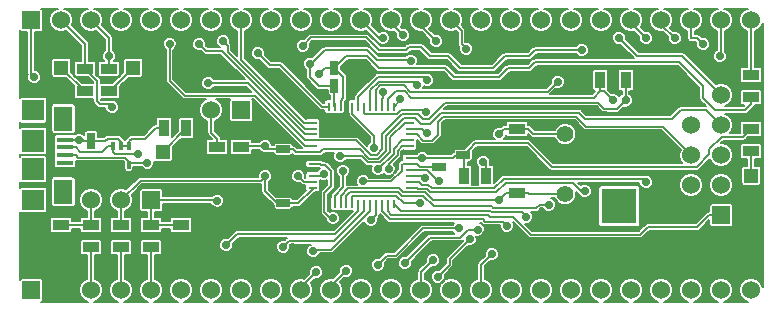
<source format=gtl>
G04 (created by PCBNEW (2013-03-31 BZR 4008)-stable) date 21.10.2013 14:27:09*
%MOIN*%
G04 Gerber Fmt 3.4, Leading zero omitted, Abs format*
%FSLAX34Y34*%
G01*
G70*
G90*
G04 APERTURE LIST*
%ADD10C,0.006*%
%ADD11R,0.0118X0.0276*%
%ADD12R,0.0256X0.0531*%
%ADD13R,0.055X0.035*%
%ADD14R,0.035X0.055*%
%ADD15R,0.045X0.025*%
%ADD16R,0.025X0.045*%
%ADD17R,0.06X0.06*%
%ADD18C,0.06*%
%ADD19R,0.0747X0.0747*%
%ADD20R,0.0747X0.0748*%
%ADD21R,0.0747X0.0707*%
%ADD22R,0.0629X0.0825*%
%ADD23R,0.053X0.0157*%
%ADD24R,0.0098X0.0315*%
%ADD25R,0.0099X0.0315*%
%ADD26R,0.0315X0.0098*%
%ADD27R,0.0315X0.0099*%
%ADD28R,0.0472X0.0472*%
%ADD29C,0.056*%
%ADD30C,0.0275591*%
%ADD31R,0.11811X0.11811*%
%ADD32C,0.00629921*%
G04 APERTURE END LIST*
G54D10*
G54D11*
X64000Y-47815D03*
X64256Y-47815D03*
X64256Y-47185D03*
X64000Y-47185D03*
X63744Y-47185D03*
X63744Y-47815D03*
G54D12*
X63000Y-47972D03*
X63000Y-47028D03*
G54D13*
X85000Y-44825D03*
X85000Y-45575D03*
X62800Y-44625D03*
X62800Y-45375D03*
X63600Y-44625D03*
X63600Y-45375D03*
G54D14*
X80825Y-45000D03*
X81575Y-45000D03*
X79975Y-45000D03*
X79225Y-45000D03*
G54D13*
X77200Y-48775D03*
X77200Y-48025D03*
X77200Y-46625D03*
X77200Y-47375D03*
G54D14*
X65425Y-46600D03*
X66175Y-46600D03*
G54D13*
X85000Y-47375D03*
X85000Y-46625D03*
X64000Y-49825D03*
X64000Y-50575D03*
G54D14*
X76175Y-48200D03*
X75425Y-48200D03*
G54D13*
X65000Y-49825D03*
X65000Y-50575D03*
X62000Y-49825D03*
X62000Y-50575D03*
X63000Y-49825D03*
X63000Y-50575D03*
X68000Y-47225D03*
X68000Y-47975D03*
X67200Y-47225D03*
X67200Y-47975D03*
X66000Y-49825D03*
X66000Y-50575D03*
G54D15*
X69400Y-47300D03*
X69400Y-47900D03*
X69400Y-49100D03*
X69400Y-48500D03*
G54D16*
X71100Y-45200D03*
X71700Y-45200D03*
G54D15*
X75400Y-47500D03*
X75400Y-46900D03*
G54D16*
X71100Y-44600D03*
X71700Y-44600D03*
G54D15*
X74600Y-47900D03*
X74600Y-47300D03*
G54D17*
X84000Y-49500D03*
G54D18*
X83000Y-49500D03*
X84000Y-48500D03*
X83000Y-48500D03*
X84000Y-47500D03*
X83000Y-47500D03*
X84000Y-46500D03*
X83000Y-46500D03*
X84000Y-45500D03*
X83000Y-45500D03*
G54D17*
X65000Y-49000D03*
G54D18*
X64000Y-49000D03*
X63000Y-49000D03*
G54D17*
X68000Y-46000D03*
G54D18*
X67000Y-46000D03*
G54D17*
X61000Y-43000D03*
G54D18*
X62000Y-43000D03*
X71000Y-43000D03*
X64000Y-43000D03*
X73000Y-43000D03*
X66000Y-43000D03*
X75000Y-43000D03*
X68000Y-43000D03*
X77000Y-43000D03*
X70000Y-43000D03*
X79000Y-43000D03*
X72000Y-43000D03*
X81000Y-43000D03*
X74000Y-43000D03*
X83000Y-43000D03*
X76000Y-43000D03*
X85000Y-43000D03*
X78000Y-43000D03*
X80000Y-43000D03*
X82000Y-43000D03*
X84000Y-43000D03*
X63000Y-43000D03*
X65000Y-43000D03*
X67000Y-43000D03*
X69000Y-43000D03*
G54D17*
X61000Y-52000D03*
G54D18*
X62000Y-52000D03*
X71000Y-52000D03*
X64000Y-52000D03*
X73000Y-52000D03*
X66000Y-52000D03*
X75000Y-52000D03*
X68000Y-52000D03*
X77000Y-52000D03*
X70000Y-52000D03*
X79000Y-52000D03*
X72000Y-52000D03*
X81000Y-52000D03*
X74000Y-52000D03*
X83000Y-52000D03*
X76000Y-52000D03*
X85000Y-52000D03*
X78000Y-52000D03*
X80000Y-52000D03*
X82000Y-52000D03*
X84000Y-52000D03*
X63000Y-52000D03*
X65000Y-52000D03*
X67000Y-52000D03*
X69000Y-52000D03*
G54D19*
X61070Y-47028D03*
G54D20*
X61070Y-47972D03*
G54D21*
X61070Y-48996D03*
G54D22*
X62074Y-46280D03*
G54D23*
X62124Y-46989D03*
X62124Y-47245D03*
X62124Y-47500D03*
X62124Y-47755D03*
X62124Y-48011D03*
G54D22*
X62074Y-48720D03*
G54D21*
X61070Y-46004D03*
G54D24*
X73082Y-49113D03*
G54D25*
X72885Y-49113D03*
X72688Y-49113D03*
X72491Y-49113D03*
G54D24*
X72295Y-49113D03*
X72098Y-49113D03*
X71902Y-49113D03*
X71705Y-49113D03*
G54D25*
X71509Y-49113D03*
X71312Y-49113D03*
X71115Y-49113D03*
G54D24*
X70918Y-49113D03*
G54D26*
X70387Y-48582D03*
G54D27*
X70387Y-48385D03*
X70387Y-48188D03*
X70387Y-47991D03*
G54D26*
X70387Y-47795D03*
X70387Y-47598D03*
X70387Y-47402D03*
X70387Y-47205D03*
G54D27*
X70387Y-47009D03*
X70387Y-46812D03*
X70387Y-46615D03*
G54D26*
X70387Y-46418D03*
G54D24*
X73082Y-45887D03*
G54D25*
X72885Y-45887D03*
X72688Y-45887D03*
X72491Y-45887D03*
G54D24*
X72295Y-45887D03*
X72098Y-45887D03*
X71902Y-45887D03*
X71705Y-45887D03*
G54D25*
X71509Y-45887D03*
X71312Y-45887D03*
X71115Y-45887D03*
G54D24*
X70918Y-45887D03*
G54D26*
X73613Y-48582D03*
G54D27*
X73613Y-48385D03*
X73613Y-48188D03*
X73613Y-47991D03*
G54D26*
X73613Y-47795D03*
X73613Y-47598D03*
X73613Y-47402D03*
X73613Y-47205D03*
G54D27*
X73613Y-47009D03*
X73613Y-46812D03*
X73613Y-46615D03*
G54D26*
X73613Y-46418D03*
G54D28*
X85000Y-48187D03*
X85000Y-49013D03*
X65387Y-47400D03*
X66213Y-47400D03*
X64400Y-44587D03*
X64400Y-45413D03*
X62000Y-44587D03*
X62000Y-45413D03*
G54D29*
X78800Y-48800D03*
X78800Y-46800D03*
G54D30*
X80383Y-45667D03*
X80816Y-45667D03*
G54D31*
X80600Y-49211D03*
G54D30*
X62595Y-46989D03*
X70837Y-47599D03*
X71000Y-46700D03*
X74150Y-46050D03*
X72550Y-51150D03*
X75245Y-49944D03*
X71500Y-51350D03*
X72914Y-47955D03*
X70500Y-51400D03*
X72562Y-47973D03*
X70400Y-50700D03*
X69400Y-50550D03*
X67500Y-50500D03*
X74605Y-48378D03*
X64878Y-47758D03*
X64550Y-47450D03*
X74125Y-48257D03*
X70600Y-44800D03*
X78250Y-49150D03*
X80588Y-43588D03*
X83950Y-44200D03*
X82450Y-43600D03*
X81500Y-48400D03*
X81500Y-43600D03*
X79450Y-48700D03*
X83400Y-43800D03*
X73978Y-49100D03*
X63600Y-44200D03*
X73310Y-45614D03*
X63700Y-45900D03*
X71306Y-47542D03*
X77500Y-49550D03*
X65614Y-43785D03*
X66900Y-45100D03*
X76850Y-49850D03*
X61100Y-44900D03*
X72329Y-49654D03*
X75500Y-43950D03*
X76599Y-49000D03*
X76600Y-46800D03*
X74500Y-43700D03*
X71398Y-48014D03*
X71058Y-49601D03*
X66600Y-43800D03*
X67400Y-43700D03*
X78550Y-45050D03*
X69900Y-48200D03*
X72732Y-45411D03*
X72732Y-43597D03*
X73400Y-43500D03*
X70746Y-48132D03*
X68550Y-44100D03*
X79350Y-44000D03*
X70050Y-43850D03*
X74043Y-47597D03*
X67200Y-49015D03*
X76350Y-50800D03*
X74191Y-46771D03*
X73650Y-44350D03*
X70281Y-44457D03*
X76066Y-47722D03*
X72075Y-48375D03*
X74550Y-51550D03*
X75620Y-50307D03*
X73850Y-45150D03*
X74400Y-51000D03*
X72420Y-47256D03*
X73450Y-51100D03*
X75882Y-49980D03*
X74200Y-45000D03*
X68800Y-47200D03*
X68800Y-48200D03*
G54D32*
X65000Y-52000D02*
X65000Y-50575D01*
X63000Y-52000D02*
X63000Y-50575D01*
X63200Y-47027D02*
X63472Y-47027D01*
X63472Y-47027D02*
X63547Y-46952D01*
X64256Y-47185D02*
X64256Y-47044D01*
X64550Y-46950D02*
X64550Y-46952D01*
X64350Y-46950D02*
X64550Y-46950D01*
X64256Y-47044D02*
X64350Y-46950D01*
X64000Y-47185D02*
X64000Y-47050D01*
X64000Y-47050D02*
X63902Y-46952D01*
X64800Y-46952D02*
X64550Y-46952D01*
X65425Y-46600D02*
X65155Y-46600D01*
X65155Y-46600D02*
X64802Y-46952D01*
X64802Y-46952D02*
X64800Y-46952D01*
X64000Y-47185D02*
X64256Y-47185D01*
X63547Y-46952D02*
X63902Y-46952D01*
X62595Y-46989D02*
X62738Y-46989D01*
X62738Y-46989D02*
X62777Y-47027D01*
X63000Y-47027D02*
X62777Y-47027D01*
X63000Y-47027D02*
X63200Y-47027D01*
X62124Y-46989D02*
X62595Y-46989D01*
X74600Y-47300D02*
X75000Y-47300D01*
X75000Y-47300D02*
X75400Y-46900D01*
X73360Y-47536D02*
X73360Y-47439D01*
X71128Y-47891D02*
X71237Y-47781D01*
X71237Y-47781D02*
X72042Y-47781D01*
X72042Y-47781D02*
X72466Y-48206D01*
X72466Y-48206D02*
X72991Y-48206D01*
X72991Y-48206D02*
X73146Y-48051D01*
X73146Y-48051D02*
X73146Y-47750D01*
X73146Y-47750D02*
X73360Y-47536D01*
X73398Y-47402D02*
X73613Y-47402D01*
X73360Y-47439D02*
X73398Y-47402D01*
X70200Y-47990D02*
X70140Y-47990D01*
X70140Y-47990D02*
X70050Y-47900D01*
X69700Y-47900D02*
X70050Y-47900D01*
X70639Y-47597D02*
X70640Y-47599D01*
X70050Y-47900D02*
X70134Y-47815D01*
X70134Y-47815D02*
X70134Y-47650D01*
X70200Y-47600D02*
X70184Y-47600D01*
X70184Y-47600D02*
X70134Y-47650D01*
X70200Y-47600D02*
X70200Y-47597D01*
X70387Y-47597D02*
X70200Y-47597D01*
X70387Y-47597D02*
X70639Y-47597D01*
X70640Y-47599D02*
X70837Y-47599D01*
X70387Y-47990D02*
X70200Y-47990D01*
X70200Y-47990D02*
X70190Y-47990D01*
X79225Y-45000D02*
X79350Y-45000D01*
X79550Y-44800D02*
X79550Y-44809D01*
X79350Y-45000D02*
X79550Y-44800D01*
X81575Y-45000D02*
X81450Y-45000D01*
X81250Y-44800D02*
X81250Y-44809D01*
X81450Y-45000D02*
X81250Y-44800D01*
X74300Y-44737D02*
X74337Y-44737D01*
X74337Y-44737D02*
X74700Y-45100D01*
X78755Y-44800D02*
X78955Y-45000D01*
X78000Y-44800D02*
X78755Y-44800D01*
X77600Y-45200D02*
X78000Y-44800D01*
X74800Y-45200D02*
X77600Y-45200D01*
X74700Y-45100D02*
X74800Y-45200D01*
X71509Y-45887D02*
X71509Y-46191D01*
X71509Y-46191D02*
X71000Y-46700D01*
X64400Y-45413D02*
X65713Y-45413D01*
X66300Y-47400D02*
X66213Y-47400D01*
X66600Y-47100D02*
X66300Y-47400D01*
X66600Y-46300D02*
X66600Y-47100D01*
X65713Y-45413D02*
X66600Y-46300D01*
X67200Y-47975D02*
X66825Y-47975D01*
X66825Y-47975D02*
X66250Y-47400D01*
X66250Y-47400D02*
X66213Y-47400D01*
X66213Y-47400D02*
X66000Y-47400D01*
X65800Y-47606D02*
X65358Y-48047D01*
X65358Y-48047D02*
X64000Y-48047D01*
X65800Y-47600D02*
X65800Y-47606D01*
X66000Y-47400D02*
X65800Y-47600D01*
X62000Y-45413D02*
X62113Y-45413D01*
X64400Y-45800D02*
X64400Y-45413D01*
X64000Y-46200D02*
X64400Y-45800D01*
X62900Y-46200D02*
X64000Y-46200D01*
X62113Y-45413D02*
X62900Y-46200D01*
X72497Y-44702D02*
X71802Y-44702D01*
X71802Y-44702D02*
X71700Y-44600D01*
X71700Y-45200D02*
X71700Y-44600D01*
X71509Y-45887D02*
X71509Y-45691D01*
X71700Y-45500D02*
X71700Y-45200D01*
X71509Y-45691D02*
X71700Y-45500D01*
X71800Y-45300D02*
X71800Y-45400D01*
X81575Y-45000D02*
X81844Y-45000D01*
X81067Y-44627D02*
X81250Y-44809D01*
X79550Y-44809D02*
X79732Y-44627D01*
X79732Y-44627D02*
X81067Y-44627D01*
X82344Y-45500D02*
X81844Y-45000D01*
X83000Y-45500D02*
X82344Y-45500D01*
X62522Y-47972D02*
X62483Y-48010D01*
X63000Y-47972D02*
X62522Y-47972D01*
X62124Y-48010D02*
X62483Y-48010D01*
X69400Y-48280D02*
X69400Y-48119D01*
X69400Y-47900D02*
X69400Y-48119D01*
X66000Y-50575D02*
X66000Y-50305D01*
X79225Y-45000D02*
X78955Y-45000D01*
X85000Y-49012D02*
X84669Y-49012D01*
X83000Y-49012D02*
X84669Y-49012D01*
X83000Y-49012D02*
X83000Y-49500D01*
X70917Y-49112D02*
X70917Y-48860D01*
X71128Y-47891D02*
X70837Y-47599D01*
X71128Y-48650D02*
X71128Y-47891D01*
X70917Y-48860D02*
X71128Y-48650D01*
X73967Y-47300D02*
X73865Y-47402D01*
X74600Y-47300D02*
X73967Y-47300D01*
X73612Y-47402D02*
X73865Y-47402D01*
X70917Y-49112D02*
X70917Y-49365D01*
X81525Y-48025D02*
X77200Y-48025D01*
X82513Y-49012D02*
X81525Y-48025D01*
X83000Y-49012D02*
X82513Y-49012D01*
X77200Y-48025D02*
X77200Y-47755D01*
X77200Y-47375D02*
X77200Y-47755D01*
X72532Y-44737D02*
X74300Y-44737D01*
X72497Y-44702D02*
X72532Y-44737D01*
X69400Y-47900D02*
X69700Y-47900D01*
X69700Y-47900D02*
X69719Y-47900D01*
X71150Y-49365D02*
X70917Y-49365D01*
X71300Y-49514D02*
X71150Y-49365D01*
X71300Y-49688D02*
X71300Y-49514D01*
X71154Y-49833D02*
X71300Y-49688D01*
X67238Y-49833D02*
X71154Y-49833D01*
X66767Y-50305D02*
X67238Y-49833D01*
X66000Y-50305D02*
X66767Y-50305D01*
X62000Y-52000D02*
X62000Y-50575D01*
X62000Y-50575D02*
X62000Y-50305D01*
X69400Y-48500D02*
X69400Y-48280D01*
X67200Y-47975D02*
X68000Y-47975D01*
X62000Y-50305D02*
X63601Y-50305D01*
X63601Y-50305D02*
X66000Y-50305D01*
X63000Y-47972D02*
X63222Y-47972D01*
X63266Y-47928D02*
X63222Y-47972D01*
X63744Y-47928D02*
X63266Y-47928D01*
X63744Y-47815D02*
X63744Y-47856D01*
X64000Y-47815D02*
X64000Y-48047D01*
X63744Y-47856D02*
X63744Y-47928D01*
X63601Y-48309D02*
X63863Y-48047D01*
X63601Y-50305D02*
X63601Y-48309D01*
X63744Y-47928D02*
X63863Y-48047D01*
X63863Y-48047D02*
X64000Y-48047D01*
X71800Y-44455D02*
X71800Y-44700D01*
X73340Y-45990D02*
X74090Y-45990D01*
X74090Y-45990D02*
X74150Y-46050D01*
X73150Y-50850D02*
X72850Y-50850D01*
X72850Y-50850D02*
X72550Y-51150D01*
X72097Y-46100D02*
X72100Y-46100D01*
X72100Y-46100D02*
X72139Y-46139D01*
X73191Y-46139D02*
X73340Y-45990D01*
X72139Y-46139D02*
X73191Y-46139D01*
X72097Y-45887D02*
X72097Y-46100D01*
X74055Y-49944D02*
X75245Y-49944D01*
X73150Y-50850D02*
X74055Y-49944D01*
X71000Y-51850D02*
X71000Y-52000D01*
X71500Y-51350D02*
X71000Y-51850D01*
X73612Y-47205D02*
X73360Y-47205D01*
X72914Y-47955D02*
X72914Y-47955D01*
X72914Y-47804D02*
X72914Y-47955D01*
X73212Y-47506D02*
X72914Y-47804D01*
X73212Y-47353D02*
X73212Y-47506D01*
X73360Y-47205D02*
X73212Y-47353D01*
X73612Y-47009D02*
X73360Y-47009D01*
X73086Y-47283D02*
X73360Y-47009D01*
X73086Y-47453D02*
X73086Y-47283D01*
X72566Y-47973D02*
X73086Y-47453D01*
X72562Y-47973D02*
X72566Y-47973D01*
X70000Y-51900D02*
X70000Y-52000D01*
X70500Y-51400D02*
X70000Y-51900D01*
X71002Y-50652D02*
X70447Y-50652D01*
X70447Y-50652D02*
X70400Y-50700D01*
X72295Y-49112D02*
X72295Y-49365D01*
X72290Y-49365D02*
X71002Y-50652D01*
X72295Y-49365D02*
X72290Y-49365D01*
X69600Y-50350D02*
X69400Y-50550D01*
X69750Y-50350D02*
X69750Y-50357D01*
X69600Y-50350D02*
X69750Y-50350D01*
X72097Y-49112D02*
X72097Y-49365D01*
X71105Y-50357D02*
X72097Y-49365D01*
X69750Y-50357D02*
X71105Y-50357D01*
X67874Y-50125D02*
X67500Y-50500D01*
X71142Y-50125D02*
X67874Y-50125D01*
X71902Y-49365D02*
X71142Y-50125D01*
X71902Y-49112D02*
X71902Y-49365D01*
X85000Y-48187D02*
X85000Y-47375D01*
X85000Y-43000D02*
X85000Y-44825D01*
X62800Y-45375D02*
X62788Y-45375D01*
X62788Y-45375D02*
X62000Y-44587D01*
X63600Y-45375D02*
X63612Y-45375D01*
X63612Y-45375D02*
X64400Y-44587D01*
X64878Y-47758D02*
X64255Y-47758D01*
X62124Y-47500D02*
X62483Y-47500D01*
X62565Y-47581D02*
X62483Y-47500D01*
X64117Y-47581D02*
X62565Y-47581D01*
X64255Y-47720D02*
X64117Y-47581D01*
X73612Y-47990D02*
X73865Y-47990D01*
X64255Y-47815D02*
X64255Y-47758D01*
X64255Y-47758D02*
X64255Y-47720D01*
X73884Y-48010D02*
X73865Y-47990D01*
X74207Y-48010D02*
X73884Y-48010D01*
X74574Y-48378D02*
X74207Y-48010D01*
X74605Y-48378D02*
X74574Y-48378D01*
X63300Y-47388D02*
X63361Y-47388D01*
X63565Y-47185D02*
X63744Y-47185D01*
X63361Y-47388D02*
X63565Y-47185D01*
X63744Y-47185D02*
X63744Y-47394D01*
X63744Y-47394D02*
X63800Y-47450D01*
X63800Y-47450D02*
X64550Y-47450D01*
X63250Y-47388D02*
X63300Y-47388D01*
X74055Y-48187D02*
X74125Y-48257D01*
X73612Y-48187D02*
X74055Y-48187D01*
X62626Y-47388D02*
X63250Y-47388D01*
X62483Y-47245D02*
X62626Y-47388D01*
X62124Y-47245D02*
X62483Y-47245D01*
X65387Y-47400D02*
X65387Y-47388D01*
X65387Y-47388D02*
X66175Y-46600D01*
X74700Y-44600D02*
X74800Y-44600D01*
X76600Y-44900D02*
X76900Y-44600D01*
X75100Y-44900D02*
X76600Y-44900D01*
X74800Y-44600D02*
X75100Y-44900D01*
X74000Y-44600D02*
X74700Y-44600D01*
X76900Y-44600D02*
X77600Y-44600D01*
X77600Y-44600D02*
X77800Y-44400D01*
X85000Y-45575D02*
X85000Y-45800D01*
X85000Y-45800D02*
X84800Y-46000D01*
X84800Y-46000D02*
X83800Y-46000D01*
X83800Y-46000D02*
X83400Y-45600D01*
X83400Y-45600D02*
X83400Y-45200D01*
X83400Y-45200D02*
X82600Y-44400D01*
X82600Y-44400D02*
X77800Y-44400D01*
X71500Y-44200D02*
X71100Y-44600D01*
X72200Y-44200D02*
X71500Y-44200D01*
X72600Y-44600D02*
X72200Y-44200D01*
X74000Y-44600D02*
X72600Y-44600D01*
X70800Y-44600D02*
X71100Y-44600D01*
X70600Y-44800D02*
X70800Y-44600D01*
X71312Y-45887D02*
X71312Y-45688D01*
X71400Y-44900D02*
X71100Y-44600D01*
X71400Y-45600D02*
X71400Y-44900D01*
X71312Y-45688D02*
X71400Y-45600D01*
X77828Y-49271D02*
X77750Y-49271D01*
X76421Y-49271D02*
X76400Y-49250D01*
X76300Y-49208D02*
X76358Y-49208D01*
X76300Y-49208D02*
X74415Y-49208D01*
X74415Y-49208D02*
X74075Y-48868D01*
X74075Y-48868D02*
X73359Y-48868D01*
X73359Y-48868D02*
X73225Y-48734D01*
X73225Y-48734D02*
X71635Y-48734D01*
X71635Y-48734D02*
X71509Y-48860D01*
X71509Y-49112D02*
X71509Y-48860D01*
X76358Y-49208D02*
X76400Y-49250D01*
X77750Y-49271D02*
X76421Y-49271D01*
X78250Y-49150D02*
X77950Y-49150D01*
X77950Y-49150D02*
X77828Y-49271D01*
X82700Y-44200D02*
X81200Y-44200D01*
X84000Y-45500D02*
X82700Y-44200D01*
X81200Y-44200D02*
X80588Y-43588D01*
X80600Y-43600D02*
X80588Y-43588D01*
X84000Y-44150D02*
X84000Y-43000D01*
X83950Y-44200D02*
X84000Y-44150D01*
X74565Y-46815D02*
X74565Y-46384D01*
X74734Y-46215D02*
X75184Y-46215D01*
X74565Y-46384D02*
X74734Y-46215D01*
X77750Y-46215D02*
X79165Y-46215D01*
X75184Y-46215D02*
X77750Y-46215D01*
X82050Y-46550D02*
X83000Y-47500D01*
X79165Y-46215D02*
X79500Y-46550D01*
X79500Y-46550D02*
X82050Y-46550D01*
X73612Y-46812D02*
X73865Y-46812D01*
X74368Y-47013D02*
X74565Y-46815D01*
X74066Y-47013D02*
X74368Y-47013D01*
X73865Y-46812D02*
X74066Y-47013D01*
X82000Y-43150D02*
X82000Y-43000D01*
X82450Y-43600D02*
X82000Y-43150D01*
X80750Y-48300D02*
X80750Y-48294D01*
X80755Y-48294D02*
X80750Y-48300D01*
X81394Y-48294D02*
X80755Y-48294D01*
X81500Y-48400D02*
X81394Y-48294D01*
X81334Y-48294D02*
X80750Y-48294D01*
X81334Y-48294D02*
X81334Y-48294D01*
X80750Y-48294D02*
X76760Y-48294D01*
X73913Y-48385D02*
X73612Y-48385D01*
X74019Y-48490D02*
X73913Y-48385D01*
X74231Y-48490D02*
X74019Y-48490D01*
X74352Y-48610D02*
X74231Y-48490D01*
X76444Y-48610D02*
X74352Y-48610D01*
X76760Y-48294D02*
X76444Y-48610D01*
X81000Y-43100D02*
X81000Y-43000D01*
X81500Y-43600D02*
X81000Y-43100D01*
X79050Y-48420D02*
X76812Y-48420D01*
X76812Y-48420D02*
X76496Y-48737D01*
X76496Y-48737D02*
X74300Y-48737D01*
X74300Y-48737D02*
X74179Y-48616D01*
X74179Y-48616D02*
X73899Y-48616D01*
X73899Y-48616D02*
X73865Y-48582D01*
X73612Y-48582D02*
X73865Y-48582D01*
X79330Y-48700D02*
X79050Y-48420D01*
X79450Y-48700D02*
X79330Y-48700D01*
X79450Y-50150D02*
X81300Y-50150D01*
X81300Y-50150D02*
X81547Y-49902D01*
X83200Y-43600D02*
X83000Y-43600D01*
X83400Y-43800D02*
X83200Y-43600D01*
X83000Y-43600D02*
X83000Y-43000D01*
X76300Y-49550D02*
X77050Y-49550D01*
X77050Y-49550D02*
X77650Y-50150D01*
X76200Y-49483D02*
X76233Y-49483D01*
X76200Y-49483D02*
X76100Y-49483D01*
X73003Y-49483D02*
X73000Y-49480D01*
X76100Y-49483D02*
X73003Y-49483D01*
X76233Y-49483D02*
X76300Y-49550D01*
X73000Y-49480D02*
X73000Y-49450D01*
X73000Y-49450D02*
X73000Y-49480D01*
X83605Y-49500D02*
X83202Y-49902D01*
X84000Y-49500D02*
X83605Y-49500D01*
X83202Y-49902D02*
X81547Y-49902D01*
X77650Y-50150D02*
X79450Y-50150D01*
X72885Y-49112D02*
X72885Y-49365D01*
X73000Y-49480D02*
X72885Y-49365D01*
X71705Y-49112D02*
X71705Y-48860D01*
X73413Y-49100D02*
X73978Y-49100D01*
X73173Y-48860D02*
X73413Y-49100D01*
X71705Y-48860D02*
X73173Y-48860D01*
X73310Y-45614D02*
X73310Y-45658D01*
X73310Y-45658D02*
X73082Y-45887D01*
X63600Y-44625D02*
X63600Y-44200D01*
X63600Y-44200D02*
X63600Y-43600D01*
X63600Y-43600D02*
X63000Y-43000D01*
X63700Y-45900D02*
X63600Y-45800D01*
X63600Y-45800D02*
X63300Y-45800D01*
X63300Y-45800D02*
X63200Y-45700D01*
X63200Y-45700D02*
X63200Y-45025D01*
X63200Y-45025D02*
X62800Y-44625D01*
X62800Y-43800D02*
X62800Y-44625D01*
X62000Y-43000D02*
X62800Y-43800D01*
X73449Y-46417D02*
X73612Y-46417D01*
X72960Y-46906D02*
X73449Y-46417D01*
X72960Y-47401D02*
X72960Y-46906D01*
X72621Y-47741D02*
X72960Y-47401D01*
X72219Y-47741D02*
X72621Y-47741D01*
X72020Y-47542D02*
X72219Y-47741D01*
X71306Y-47542D02*
X72020Y-47542D01*
X76350Y-49400D02*
X77350Y-49400D01*
X77350Y-49400D02*
X77500Y-49550D01*
X73319Y-49350D02*
X73082Y-49113D01*
X76300Y-49350D02*
X73319Y-49350D01*
X76350Y-49400D02*
X76300Y-49350D01*
X67345Y-45516D02*
X66116Y-45516D01*
X65614Y-45014D02*
X65614Y-43785D01*
X66116Y-45516D02*
X65614Y-45014D01*
X67345Y-45516D02*
X68446Y-45516D01*
X68446Y-45516D02*
X70134Y-47205D01*
X70387Y-47205D02*
X70134Y-47205D01*
X74800Y-45750D02*
X74250Y-46300D01*
X74250Y-46300D02*
X74150Y-46300D01*
X73808Y-46132D02*
X73808Y-46132D01*
X73882Y-46132D02*
X73808Y-46132D01*
X74050Y-46300D02*
X73882Y-46132D01*
X74150Y-46300D02*
X74050Y-46300D01*
X66900Y-45100D02*
X68225Y-45100D01*
X68225Y-45100D02*
X68300Y-45174D01*
X70481Y-47009D02*
X70639Y-47009D01*
X70481Y-47009D02*
X70387Y-47009D01*
X70134Y-47009D02*
X68300Y-45174D01*
X70387Y-47009D02*
X70134Y-47009D01*
X73378Y-46132D02*
X73808Y-46132D01*
X72708Y-46802D02*
X73378Y-46132D01*
X72708Y-47297D02*
X72708Y-46802D01*
X72516Y-47489D02*
X72708Y-47297D01*
X72324Y-47489D02*
X72516Y-47489D01*
X71844Y-47009D02*
X72324Y-47489D01*
X70639Y-47009D02*
X71844Y-47009D01*
X78800Y-45750D02*
X79900Y-45750D01*
X80200Y-45950D02*
X80200Y-45963D01*
X80100Y-45950D02*
X80200Y-45950D01*
X79900Y-45750D02*
X80100Y-45950D01*
X74800Y-45750D02*
X78800Y-45750D01*
X80521Y-45963D02*
X80816Y-45667D01*
X80200Y-45963D02*
X80521Y-45963D01*
X80825Y-45000D02*
X80825Y-45369D01*
X80816Y-45378D02*
X80825Y-45369D01*
X80816Y-45667D02*
X80816Y-45378D01*
X72687Y-49365D02*
X72687Y-49112D01*
X72687Y-49365D02*
X72961Y-49638D01*
X72961Y-49638D02*
X76052Y-49638D01*
X76052Y-49638D02*
X76129Y-49716D01*
X76716Y-49716D02*
X76129Y-49716D01*
X76850Y-49850D02*
X76716Y-49716D01*
X61000Y-44800D02*
X61100Y-44900D01*
X61000Y-43000D02*
X61000Y-44800D01*
X72490Y-49493D02*
X72329Y-49654D01*
X72490Y-49493D02*
X72490Y-49112D01*
X75350Y-43350D02*
X75000Y-43000D01*
X75350Y-43800D02*
X75350Y-43350D01*
X75500Y-43950D02*
X75350Y-43800D01*
X77200Y-48775D02*
X76825Y-48775D01*
X76825Y-48775D02*
X76599Y-49000D01*
X74384Y-49000D02*
X74384Y-49000D01*
X71564Y-48608D02*
X71312Y-48860D01*
X73277Y-48608D02*
X71564Y-48608D01*
X73411Y-48742D02*
X73277Y-48608D01*
X74127Y-48742D02*
X73411Y-48742D01*
X74384Y-49000D02*
X74127Y-48742D01*
X71312Y-49112D02*
X71312Y-48860D01*
X76599Y-49000D02*
X74385Y-49000D01*
X74385Y-49000D02*
X74384Y-49000D01*
X77200Y-48775D02*
X77569Y-48775D01*
X77594Y-48800D02*
X78800Y-48800D01*
X77569Y-48775D02*
X77594Y-48800D01*
X76775Y-46625D02*
X76600Y-46800D01*
X76775Y-46625D02*
X77200Y-46625D01*
X74000Y-43200D02*
X74000Y-43000D01*
X74500Y-43700D02*
X74000Y-43200D01*
X71115Y-49112D02*
X71115Y-48860D01*
X71398Y-48577D02*
X71115Y-48860D01*
X71398Y-48014D02*
X71398Y-48577D01*
X71398Y-48014D02*
X71398Y-48014D01*
X77744Y-46800D02*
X77569Y-46625D01*
X78800Y-46800D02*
X77744Y-46800D01*
X77200Y-46625D02*
X77569Y-46625D01*
X70971Y-49601D02*
X71058Y-49601D01*
X70773Y-49403D02*
X70971Y-49601D01*
X70773Y-48766D02*
X70773Y-49403D01*
X71002Y-48537D02*
X70773Y-48766D01*
X71002Y-48041D02*
X71002Y-48537D01*
X70792Y-47832D02*
X71002Y-48041D01*
X70676Y-47832D02*
X70792Y-47832D01*
X70639Y-47795D02*
X70676Y-47832D01*
X70387Y-47795D02*
X70639Y-47795D01*
X67361Y-44038D02*
X66838Y-44038D01*
X66838Y-44038D02*
X66600Y-43800D01*
X70134Y-46812D02*
X67361Y-44038D01*
X70387Y-46812D02*
X70134Y-46812D01*
X67550Y-44049D02*
X67550Y-43850D01*
X67550Y-43850D02*
X67400Y-43700D01*
X70387Y-46615D02*
X70116Y-46615D01*
X70116Y-46615D02*
X67550Y-44049D01*
X77850Y-45384D02*
X78215Y-45384D01*
X78215Y-45384D02*
X78550Y-45050D01*
X72490Y-45887D02*
X72490Y-45634D01*
X73640Y-45384D02*
X77850Y-45384D01*
X73434Y-45178D02*
X73640Y-45384D01*
X72637Y-45178D02*
X73434Y-45178D01*
X72490Y-45324D02*
X72637Y-45178D01*
X72490Y-45634D02*
X72490Y-45324D01*
X70387Y-48385D02*
X70085Y-48385D01*
X70085Y-48385D02*
X69900Y-48200D01*
X70387Y-46418D02*
X70097Y-46418D01*
X68000Y-44320D02*
X68000Y-43600D01*
X70097Y-46418D02*
X68000Y-44320D01*
X68000Y-43000D02*
X68000Y-43600D01*
X72732Y-45590D02*
X72732Y-45411D01*
X72687Y-45634D02*
X72732Y-45590D01*
X72687Y-45887D02*
X72687Y-45634D01*
X72597Y-43597D02*
X72732Y-43597D01*
X72000Y-43000D02*
X72597Y-43597D01*
X73000Y-43100D02*
X73000Y-43000D01*
X73400Y-43500D02*
X73000Y-43100D01*
X70387Y-48187D02*
X70639Y-48187D01*
X70691Y-48187D02*
X70746Y-48132D01*
X70639Y-48187D02*
X70691Y-48187D01*
X69300Y-44500D02*
X68950Y-44500D01*
X68950Y-44500D02*
X68550Y-44100D01*
X70918Y-45887D02*
X70687Y-45887D01*
X70687Y-45887D02*
X69300Y-44500D01*
X79350Y-44000D02*
X78500Y-44000D01*
X71200Y-43578D02*
X70321Y-43578D01*
X77800Y-44000D02*
X78500Y-44000D01*
X73000Y-44000D02*
X73200Y-44000D01*
X72600Y-44000D02*
X73000Y-44000D01*
X72178Y-43578D02*
X72600Y-44000D01*
X71200Y-43578D02*
X72178Y-43578D01*
X73500Y-44000D02*
X73200Y-44000D01*
X74000Y-43900D02*
X73800Y-43900D01*
X74100Y-44000D02*
X74000Y-43900D01*
X73600Y-43900D02*
X73800Y-43900D01*
X73500Y-44000D02*
X73600Y-43900D01*
X76800Y-44200D02*
X77600Y-44200D01*
X74300Y-44200D02*
X74800Y-44200D01*
X77600Y-44200D02*
X77800Y-44000D01*
X74100Y-44000D02*
X74300Y-44200D01*
X74900Y-44200D02*
X75300Y-44600D01*
X75300Y-44600D02*
X76400Y-44600D01*
X76400Y-44600D02*
X76800Y-44200D01*
X74800Y-44200D02*
X74900Y-44200D01*
X70321Y-43578D02*
X70050Y-43850D01*
X80085Y-45369D02*
X79975Y-45369D01*
X80383Y-45667D02*
X80085Y-45369D01*
X79975Y-45000D02*
X79975Y-45369D01*
X72885Y-45887D02*
X72885Y-45634D01*
X79750Y-45593D02*
X79975Y-45369D01*
X73671Y-45593D02*
X79750Y-45593D01*
X73447Y-45369D02*
X73671Y-45593D01*
X73150Y-45369D02*
X73447Y-45369D01*
X72885Y-45634D02*
X73150Y-45369D01*
X75400Y-47500D02*
X75150Y-47500D01*
X75052Y-47597D02*
X74043Y-47597D01*
X75150Y-47500D02*
X75052Y-47597D01*
X75425Y-48200D02*
X75425Y-47525D01*
X75425Y-47525D02*
X75400Y-47500D01*
X67184Y-49000D02*
X67200Y-49015D01*
X65000Y-49000D02*
X67184Y-49000D01*
X75619Y-47280D02*
X75400Y-47500D01*
X75619Y-47280D02*
X75794Y-47105D01*
X75794Y-47105D02*
X77569Y-47105D01*
X77569Y-47105D02*
X78358Y-47894D01*
X78358Y-47894D02*
X83188Y-47894D01*
X83188Y-47894D02*
X83605Y-47478D01*
X83605Y-47478D02*
X83605Y-47311D01*
X83605Y-47311D02*
X84022Y-46894D01*
X84022Y-46894D02*
X84400Y-46894D01*
X84730Y-46894D02*
X85000Y-46625D01*
X84400Y-46894D02*
X84730Y-46894D01*
X65000Y-49000D02*
X65000Y-49825D01*
X65000Y-49825D02*
X66000Y-49825D01*
X73612Y-47597D02*
X74043Y-47597D01*
X76000Y-51500D02*
X76000Y-51150D01*
X76000Y-51150D02*
X76350Y-50800D01*
X73612Y-46615D02*
X74035Y-46615D01*
X74035Y-46615D02*
X74191Y-46771D01*
X76000Y-52000D02*
X76000Y-51500D01*
X71100Y-45200D02*
X71100Y-45872D01*
X71100Y-45872D02*
X71115Y-45887D01*
X70281Y-44457D02*
X70281Y-44881D01*
X70600Y-45200D02*
X71100Y-45200D01*
X70281Y-44881D02*
X70600Y-45200D01*
X70281Y-44457D02*
X70342Y-44457D01*
X72200Y-44000D02*
X71000Y-44000D01*
X72526Y-44326D02*
X72200Y-44000D01*
X73628Y-44328D02*
X72800Y-44326D01*
X73650Y-44350D02*
X73628Y-44328D01*
X72800Y-44326D02*
X72526Y-44326D01*
X70342Y-44457D02*
X70800Y-44000D01*
X70800Y-44000D02*
X71000Y-44000D01*
X76066Y-47722D02*
X76175Y-47830D01*
X76175Y-48200D02*
X76175Y-47830D01*
X67200Y-47225D02*
X67200Y-46955D01*
X67000Y-46755D02*
X67000Y-46000D01*
X67200Y-46955D02*
X67000Y-46755D01*
X73360Y-47850D02*
X73360Y-47834D01*
X73360Y-47834D02*
X73400Y-47795D01*
X73400Y-47795D02*
X73613Y-47795D01*
X73865Y-47795D02*
X73954Y-47884D01*
X74600Y-47900D02*
X74280Y-47900D01*
X73612Y-47795D02*
X73400Y-47795D01*
X73612Y-47795D02*
X73865Y-47795D01*
X74264Y-47884D02*
X74280Y-47900D01*
X73954Y-47884D02*
X74264Y-47884D01*
X72075Y-48375D02*
X73000Y-48375D01*
X73000Y-48375D02*
X73360Y-48015D01*
X73360Y-48015D02*
X73360Y-47850D01*
X73360Y-47850D02*
X73360Y-47839D01*
X73400Y-47800D02*
X73360Y-47839D01*
X63000Y-49000D02*
X63000Y-49825D01*
X62000Y-49825D02*
X62369Y-49825D01*
X62369Y-49825D02*
X63000Y-49825D01*
X74950Y-51150D02*
X74950Y-50978D01*
X74950Y-50978D02*
X74989Y-50939D01*
X74950Y-51150D02*
X74550Y-51550D01*
X72295Y-45887D02*
X72295Y-45342D01*
X75620Y-50307D02*
X74989Y-50939D01*
X73750Y-45050D02*
X73850Y-45150D01*
X72587Y-45050D02*
X73750Y-45050D01*
X72295Y-45342D02*
X72587Y-45050D01*
X74000Y-51400D02*
X74000Y-52000D01*
X74400Y-51000D02*
X74000Y-51400D01*
X71705Y-45887D02*
X71705Y-46139D01*
X72420Y-46854D02*
X72420Y-47256D01*
X71705Y-46139D02*
X72420Y-46854D01*
X75350Y-50200D02*
X75300Y-50250D01*
X75300Y-50250D02*
X75250Y-50250D01*
X75569Y-49980D02*
X75882Y-49980D01*
X75350Y-50200D02*
X75569Y-49980D01*
X73850Y-50700D02*
X73450Y-51100D01*
X74300Y-50250D02*
X75250Y-50250D01*
X73850Y-50700D02*
X74300Y-50250D01*
X73983Y-44895D02*
X74095Y-44895D01*
X72650Y-44895D02*
X73983Y-44895D01*
X72650Y-44895D02*
X72564Y-44895D01*
X74095Y-44895D02*
X74200Y-45000D01*
X71902Y-45550D02*
X71909Y-45550D01*
X71909Y-45550D02*
X72564Y-44895D01*
X72564Y-44895D02*
X72554Y-44895D01*
X71902Y-45548D02*
X71902Y-45550D01*
X71902Y-45550D02*
X71902Y-45887D01*
X74650Y-46089D02*
X74650Y-46100D01*
X74000Y-46450D02*
X73808Y-46258D01*
X74300Y-46450D02*
X74000Y-46450D01*
X74650Y-46100D02*
X74300Y-46450D01*
X68200Y-48352D02*
X68647Y-48352D01*
X68647Y-48352D02*
X68800Y-48200D01*
X69400Y-49100D02*
X69200Y-49100D01*
X69200Y-49100D02*
X68800Y-48700D01*
X68800Y-48700D02*
X68800Y-48200D01*
X70387Y-48582D02*
X70387Y-48613D01*
X69900Y-49100D02*
X69400Y-49100D01*
X70387Y-48613D02*
X69900Y-49100D01*
X69400Y-47300D02*
X68900Y-47300D01*
X68900Y-47300D02*
X68800Y-47200D01*
X79260Y-46089D02*
X79260Y-46110D01*
X82350Y-46300D02*
X82650Y-46000D01*
X79450Y-46300D02*
X82350Y-46300D01*
X79260Y-46110D02*
X79450Y-46300D01*
X83650Y-46150D02*
X83500Y-46000D01*
X83650Y-46150D02*
X84000Y-46500D01*
X83500Y-46000D02*
X82650Y-46000D01*
X70387Y-47402D02*
X69821Y-47402D01*
X70513Y-47402D02*
X70639Y-47402D01*
X73431Y-46258D02*
X73808Y-46258D01*
X72834Y-46854D02*
X73431Y-46258D01*
X72834Y-47349D02*
X72834Y-46854D01*
X72568Y-47615D02*
X72834Y-47349D01*
X72272Y-47615D02*
X72568Y-47615D01*
X71964Y-47307D02*
X72272Y-47615D01*
X70733Y-47307D02*
X71964Y-47307D01*
X70639Y-47402D02*
X70733Y-47307D01*
X70513Y-47402D02*
X70387Y-47402D01*
X69400Y-47300D02*
X69719Y-47300D01*
X69821Y-47402D02*
X69719Y-47300D01*
X74650Y-46089D02*
X77850Y-46089D01*
X77850Y-46089D02*
X79260Y-46089D01*
X68800Y-47200D02*
X68025Y-47200D01*
X68025Y-47200D02*
X68000Y-47225D01*
X64000Y-49825D02*
X64000Y-49000D01*
X64647Y-48352D02*
X68200Y-48352D01*
X64000Y-49000D02*
X64647Y-48352D01*
X64000Y-52000D02*
X64000Y-50575D01*
G54D10*
G36*
X85385Y-51900D02*
X85369Y-51861D01*
X85369Y-47531D01*
X85369Y-47181D01*
X85355Y-47146D01*
X85328Y-47119D01*
X85293Y-47105D01*
X85256Y-47105D01*
X84706Y-47105D01*
X84671Y-47119D01*
X84644Y-47146D01*
X84630Y-47181D01*
X84630Y-47218D01*
X84630Y-47568D01*
X84644Y-47603D01*
X84671Y-47630D01*
X84706Y-47644D01*
X84743Y-47644D01*
X84874Y-47644D01*
X84874Y-47856D01*
X84745Y-47856D01*
X84710Y-47870D01*
X84683Y-47897D01*
X84669Y-47932D01*
X84669Y-47969D01*
X84669Y-48441D01*
X84683Y-48476D01*
X84710Y-48503D01*
X84745Y-48517D01*
X84782Y-48517D01*
X85254Y-48517D01*
X85289Y-48503D01*
X85316Y-48476D01*
X85330Y-48441D01*
X85330Y-48404D01*
X85330Y-47932D01*
X85316Y-47897D01*
X85289Y-47870D01*
X85254Y-47856D01*
X85217Y-47856D01*
X85125Y-47856D01*
X85125Y-47644D01*
X85293Y-47644D01*
X85328Y-47630D01*
X85355Y-47603D01*
X85369Y-47568D01*
X85369Y-47531D01*
X85369Y-51861D01*
X85334Y-51776D01*
X85223Y-51665D01*
X85078Y-51605D01*
X84921Y-51605D01*
X84776Y-51665D01*
X84665Y-51776D01*
X84605Y-51921D01*
X84605Y-52078D01*
X84665Y-52223D01*
X84776Y-52334D01*
X84900Y-52385D01*
X84099Y-52385D01*
X84223Y-52334D01*
X84334Y-52223D01*
X84394Y-52078D01*
X84394Y-51921D01*
X84394Y-48421D01*
X84334Y-48276D01*
X84223Y-48165D01*
X84078Y-48105D01*
X83921Y-48105D01*
X83776Y-48165D01*
X83665Y-48276D01*
X83605Y-48421D01*
X83605Y-48578D01*
X83665Y-48723D01*
X83776Y-48834D01*
X83921Y-48894D01*
X84078Y-48894D01*
X84223Y-48834D01*
X84334Y-48723D01*
X84394Y-48578D01*
X84394Y-48421D01*
X84394Y-51921D01*
X84334Y-51776D01*
X84223Y-51665D01*
X84078Y-51605D01*
X83921Y-51605D01*
X83776Y-51665D01*
X83665Y-51776D01*
X83605Y-51921D01*
X83605Y-52078D01*
X83665Y-52223D01*
X83776Y-52334D01*
X83900Y-52385D01*
X83099Y-52385D01*
X83223Y-52334D01*
X83334Y-52223D01*
X83394Y-52078D01*
X83394Y-51921D01*
X83334Y-51776D01*
X83223Y-51665D01*
X83078Y-51605D01*
X82921Y-51605D01*
X82776Y-51665D01*
X82665Y-51776D01*
X82605Y-51921D01*
X82605Y-52078D01*
X82665Y-52223D01*
X82776Y-52334D01*
X82900Y-52385D01*
X82099Y-52385D01*
X82223Y-52334D01*
X82334Y-52223D01*
X82394Y-52078D01*
X82394Y-51921D01*
X82334Y-51776D01*
X82223Y-51665D01*
X82078Y-51605D01*
X81921Y-51605D01*
X81776Y-51665D01*
X81665Y-51776D01*
X81605Y-51921D01*
X81605Y-52078D01*
X81665Y-52223D01*
X81776Y-52334D01*
X81900Y-52385D01*
X81099Y-52385D01*
X81223Y-52334D01*
X81334Y-52223D01*
X81394Y-52078D01*
X81394Y-51921D01*
X81334Y-51776D01*
X81223Y-51665D01*
X81078Y-51605D01*
X80921Y-51605D01*
X80776Y-51665D01*
X80665Y-51776D01*
X80605Y-51921D01*
X80605Y-52078D01*
X80665Y-52223D01*
X80776Y-52334D01*
X80900Y-52385D01*
X80099Y-52385D01*
X80223Y-52334D01*
X80334Y-52223D01*
X80394Y-52078D01*
X80394Y-51921D01*
X80334Y-51776D01*
X80223Y-51665D01*
X80078Y-51605D01*
X79921Y-51605D01*
X79776Y-51665D01*
X79665Y-51776D01*
X79605Y-51921D01*
X79605Y-52078D01*
X79665Y-52223D01*
X79776Y-52334D01*
X79900Y-52385D01*
X79099Y-52385D01*
X79223Y-52334D01*
X79334Y-52223D01*
X79394Y-52078D01*
X79394Y-51921D01*
X79334Y-51776D01*
X79223Y-51665D01*
X79078Y-51605D01*
X78921Y-51605D01*
X78776Y-51665D01*
X78665Y-51776D01*
X78605Y-51921D01*
X78605Y-52078D01*
X78665Y-52223D01*
X78776Y-52334D01*
X78900Y-52385D01*
X78099Y-52385D01*
X78223Y-52334D01*
X78334Y-52223D01*
X78394Y-52078D01*
X78394Y-51921D01*
X78334Y-51776D01*
X78223Y-51665D01*
X78078Y-51605D01*
X77921Y-51605D01*
X77776Y-51665D01*
X77665Y-51776D01*
X77605Y-51921D01*
X77605Y-52078D01*
X77665Y-52223D01*
X77776Y-52334D01*
X77900Y-52385D01*
X77099Y-52385D01*
X77223Y-52334D01*
X77334Y-52223D01*
X77394Y-52078D01*
X77394Y-51921D01*
X77334Y-51776D01*
X77223Y-51665D01*
X77078Y-51605D01*
X76921Y-51605D01*
X76776Y-51665D01*
X76665Y-51776D01*
X76605Y-51921D01*
X76605Y-52078D01*
X76665Y-52223D01*
X76776Y-52334D01*
X76900Y-52385D01*
X76099Y-52385D01*
X76223Y-52334D01*
X76334Y-52223D01*
X76394Y-52078D01*
X76394Y-51921D01*
X76334Y-51776D01*
X76223Y-51665D01*
X76125Y-51625D01*
X76125Y-51500D01*
X76125Y-51202D01*
X76298Y-51029D01*
X76303Y-51032D01*
X76396Y-51032D01*
X76481Y-50997D01*
X76546Y-50931D01*
X76582Y-50846D01*
X76582Y-50753D01*
X76547Y-50668D01*
X76481Y-50603D01*
X76396Y-50567D01*
X76303Y-50567D01*
X76218Y-50602D01*
X76153Y-50668D01*
X76117Y-50753D01*
X76117Y-50846D01*
X76120Y-50851D01*
X75910Y-51060D01*
X75883Y-51101D01*
X75874Y-51150D01*
X75874Y-51500D01*
X75874Y-51625D01*
X75776Y-51665D01*
X75665Y-51776D01*
X75605Y-51921D01*
X75605Y-52078D01*
X75665Y-52223D01*
X75776Y-52334D01*
X75900Y-52385D01*
X75099Y-52385D01*
X75223Y-52334D01*
X75334Y-52223D01*
X75394Y-52078D01*
X75394Y-51921D01*
X75334Y-51776D01*
X75223Y-51665D01*
X75078Y-51605D01*
X74921Y-51605D01*
X74776Y-51665D01*
X74665Y-51776D01*
X74605Y-51921D01*
X74605Y-52078D01*
X74665Y-52223D01*
X74776Y-52334D01*
X74900Y-52385D01*
X74099Y-52385D01*
X74223Y-52334D01*
X74334Y-52223D01*
X74394Y-52078D01*
X74394Y-51921D01*
X74334Y-51776D01*
X74223Y-51665D01*
X74125Y-51625D01*
X74125Y-51452D01*
X74348Y-51229D01*
X74353Y-51232D01*
X74446Y-51232D01*
X74531Y-51197D01*
X74596Y-51131D01*
X74632Y-51046D01*
X74632Y-50953D01*
X74597Y-50868D01*
X74531Y-50803D01*
X74446Y-50767D01*
X74353Y-50767D01*
X74268Y-50802D01*
X74203Y-50868D01*
X74167Y-50953D01*
X74167Y-51046D01*
X74170Y-51051D01*
X73910Y-51310D01*
X73883Y-51351D01*
X73874Y-51400D01*
X73874Y-51625D01*
X73776Y-51665D01*
X73665Y-51776D01*
X73605Y-51921D01*
X73605Y-52078D01*
X73665Y-52223D01*
X73776Y-52334D01*
X73900Y-52385D01*
X73099Y-52385D01*
X73223Y-52334D01*
X73334Y-52223D01*
X73394Y-52078D01*
X73394Y-51921D01*
X73334Y-51776D01*
X73223Y-51665D01*
X73078Y-51605D01*
X72921Y-51605D01*
X72776Y-51665D01*
X72665Y-51776D01*
X72605Y-51921D01*
X72605Y-52078D01*
X72665Y-52223D01*
X72776Y-52334D01*
X72900Y-52385D01*
X72099Y-52385D01*
X72223Y-52334D01*
X72334Y-52223D01*
X72394Y-52078D01*
X72394Y-51921D01*
X72334Y-51776D01*
X72223Y-51665D01*
X72078Y-51605D01*
X71921Y-51605D01*
X71776Y-51665D01*
X71665Y-51776D01*
X71605Y-51921D01*
X71605Y-52078D01*
X71665Y-52223D01*
X71776Y-52334D01*
X71900Y-52385D01*
X71099Y-52385D01*
X71223Y-52334D01*
X71334Y-52223D01*
X71394Y-52078D01*
X71394Y-51921D01*
X71334Y-51776D01*
X71293Y-51735D01*
X71448Y-51579D01*
X71453Y-51582D01*
X71546Y-51582D01*
X71631Y-51547D01*
X71696Y-51481D01*
X71732Y-51396D01*
X71732Y-51303D01*
X71697Y-51218D01*
X71631Y-51153D01*
X71546Y-51117D01*
X71453Y-51117D01*
X71368Y-51152D01*
X71303Y-51218D01*
X71267Y-51303D01*
X71267Y-51396D01*
X71270Y-51401D01*
X71066Y-51605D01*
X70921Y-51605D01*
X70776Y-51665D01*
X70665Y-51776D01*
X70605Y-51921D01*
X70605Y-52078D01*
X70665Y-52223D01*
X70776Y-52334D01*
X70900Y-52385D01*
X70099Y-52385D01*
X70223Y-52334D01*
X70334Y-52223D01*
X70394Y-52078D01*
X70394Y-51921D01*
X70334Y-51776D01*
X70317Y-51760D01*
X70448Y-51629D01*
X70453Y-51632D01*
X70546Y-51632D01*
X70631Y-51597D01*
X70696Y-51531D01*
X70732Y-51446D01*
X70732Y-51353D01*
X70697Y-51268D01*
X70631Y-51203D01*
X70546Y-51167D01*
X70453Y-51167D01*
X70368Y-51202D01*
X70303Y-51268D01*
X70267Y-51353D01*
X70267Y-51446D01*
X70270Y-51451D01*
X70105Y-51616D01*
X70078Y-51605D01*
X69921Y-51605D01*
X69776Y-51665D01*
X69665Y-51776D01*
X69605Y-51921D01*
X69605Y-52078D01*
X69665Y-52223D01*
X69776Y-52334D01*
X69900Y-52385D01*
X69099Y-52385D01*
X69223Y-52334D01*
X69334Y-52223D01*
X69394Y-52078D01*
X69394Y-51921D01*
X69334Y-51776D01*
X69223Y-51665D01*
X69078Y-51605D01*
X68921Y-51605D01*
X68776Y-51665D01*
X68665Y-51776D01*
X68605Y-51921D01*
X68605Y-52078D01*
X68665Y-52223D01*
X68776Y-52334D01*
X68900Y-52385D01*
X68099Y-52385D01*
X68223Y-52334D01*
X68334Y-52223D01*
X68394Y-52078D01*
X68394Y-51921D01*
X68334Y-51776D01*
X68223Y-51665D01*
X68078Y-51605D01*
X67921Y-51605D01*
X67776Y-51665D01*
X67665Y-51776D01*
X67605Y-51921D01*
X67605Y-52078D01*
X67665Y-52223D01*
X67776Y-52334D01*
X67900Y-52385D01*
X67099Y-52385D01*
X67223Y-52334D01*
X67334Y-52223D01*
X67394Y-52078D01*
X67394Y-51921D01*
X67334Y-51776D01*
X67223Y-51665D01*
X67078Y-51605D01*
X66921Y-51605D01*
X66776Y-51665D01*
X66665Y-51776D01*
X66605Y-51921D01*
X66605Y-52078D01*
X66665Y-52223D01*
X66776Y-52334D01*
X66900Y-52385D01*
X66099Y-52385D01*
X66223Y-52334D01*
X66334Y-52223D01*
X66394Y-52078D01*
X66394Y-51921D01*
X66334Y-51776D01*
X66223Y-51665D01*
X66078Y-51605D01*
X65921Y-51605D01*
X65776Y-51665D01*
X65665Y-51776D01*
X65605Y-51921D01*
X65605Y-52078D01*
X65665Y-52223D01*
X65776Y-52334D01*
X65900Y-52385D01*
X65099Y-52385D01*
X65223Y-52334D01*
X65334Y-52223D01*
X65394Y-52078D01*
X65394Y-51921D01*
X65334Y-51776D01*
X65223Y-51665D01*
X65125Y-51625D01*
X65125Y-50844D01*
X65293Y-50844D01*
X65328Y-50830D01*
X65355Y-50803D01*
X65369Y-50768D01*
X65369Y-50731D01*
X65369Y-50381D01*
X65355Y-50346D01*
X65328Y-50319D01*
X65293Y-50305D01*
X65256Y-50305D01*
X64706Y-50305D01*
X64671Y-50319D01*
X64644Y-50346D01*
X64630Y-50381D01*
X64630Y-50418D01*
X64630Y-50768D01*
X64644Y-50803D01*
X64671Y-50830D01*
X64706Y-50844D01*
X64743Y-50844D01*
X64874Y-50844D01*
X64874Y-51625D01*
X64776Y-51665D01*
X64665Y-51776D01*
X64605Y-51921D01*
X64605Y-52078D01*
X64665Y-52223D01*
X64776Y-52334D01*
X64900Y-52385D01*
X64099Y-52385D01*
X64223Y-52334D01*
X64334Y-52223D01*
X64394Y-52078D01*
X64394Y-51921D01*
X64334Y-51776D01*
X64223Y-51665D01*
X64125Y-51625D01*
X64125Y-50844D01*
X64293Y-50844D01*
X64328Y-50830D01*
X64355Y-50803D01*
X64369Y-50768D01*
X64369Y-50731D01*
X64369Y-50381D01*
X64355Y-50346D01*
X64328Y-50319D01*
X64293Y-50305D01*
X64256Y-50305D01*
X63706Y-50305D01*
X63671Y-50319D01*
X63644Y-50346D01*
X63630Y-50381D01*
X63630Y-50418D01*
X63630Y-50768D01*
X63644Y-50803D01*
X63671Y-50830D01*
X63706Y-50844D01*
X63743Y-50844D01*
X63874Y-50844D01*
X63874Y-51625D01*
X63776Y-51665D01*
X63665Y-51776D01*
X63605Y-51921D01*
X63605Y-52078D01*
X63665Y-52223D01*
X63776Y-52334D01*
X63900Y-52385D01*
X63099Y-52385D01*
X63223Y-52334D01*
X63334Y-52223D01*
X63394Y-52078D01*
X63394Y-51921D01*
X63394Y-48921D01*
X63334Y-48776D01*
X63223Y-48665D01*
X63078Y-48605D01*
X62921Y-48605D01*
X62776Y-48665D01*
X62665Y-48776D01*
X62605Y-48921D01*
X62605Y-49078D01*
X62665Y-49223D01*
X62776Y-49334D01*
X62874Y-49374D01*
X62874Y-49555D01*
X62706Y-49555D01*
X62671Y-49569D01*
X62644Y-49596D01*
X62630Y-49631D01*
X62630Y-49668D01*
X62630Y-49699D01*
X62483Y-49699D01*
X62483Y-49113D01*
X62483Y-48288D01*
X62468Y-48254D01*
X62442Y-48227D01*
X62407Y-48213D01*
X62369Y-48212D01*
X61740Y-48212D01*
X61706Y-48227D01*
X61679Y-48253D01*
X61665Y-48288D01*
X61664Y-48326D01*
X61664Y-49151D01*
X61679Y-49185D01*
X61705Y-49212D01*
X61740Y-49226D01*
X61778Y-49227D01*
X62407Y-49227D01*
X62441Y-49212D01*
X62468Y-49186D01*
X62482Y-49151D01*
X62483Y-49113D01*
X62483Y-49699D01*
X62369Y-49699D01*
X62369Y-49699D01*
X62369Y-49631D01*
X62355Y-49596D01*
X62328Y-49569D01*
X62293Y-49555D01*
X62256Y-49555D01*
X61706Y-49555D01*
X61671Y-49569D01*
X61644Y-49596D01*
X61630Y-49631D01*
X61630Y-49668D01*
X61630Y-50018D01*
X61644Y-50053D01*
X61671Y-50080D01*
X61706Y-50094D01*
X61743Y-50094D01*
X62293Y-50094D01*
X62328Y-50080D01*
X62355Y-50053D01*
X62369Y-50018D01*
X62369Y-49981D01*
X62369Y-49950D01*
X62369Y-49950D01*
X62630Y-49950D01*
X62630Y-50018D01*
X62644Y-50053D01*
X62671Y-50080D01*
X62706Y-50094D01*
X62743Y-50094D01*
X63293Y-50094D01*
X63328Y-50080D01*
X63355Y-50053D01*
X63369Y-50018D01*
X63369Y-49981D01*
X63369Y-49631D01*
X63355Y-49596D01*
X63328Y-49569D01*
X63293Y-49555D01*
X63256Y-49555D01*
X63125Y-49555D01*
X63125Y-49374D01*
X63223Y-49334D01*
X63334Y-49223D01*
X63394Y-49078D01*
X63394Y-48921D01*
X63394Y-51921D01*
X63334Y-51776D01*
X63223Y-51665D01*
X63125Y-51625D01*
X63125Y-50844D01*
X63293Y-50844D01*
X63328Y-50830D01*
X63355Y-50803D01*
X63369Y-50768D01*
X63369Y-50731D01*
X63369Y-50381D01*
X63355Y-50346D01*
X63328Y-50319D01*
X63293Y-50305D01*
X63256Y-50305D01*
X62706Y-50305D01*
X62671Y-50319D01*
X62644Y-50346D01*
X62630Y-50381D01*
X62630Y-50418D01*
X62630Y-50768D01*
X62644Y-50803D01*
X62671Y-50830D01*
X62706Y-50844D01*
X62743Y-50844D01*
X62874Y-50844D01*
X62874Y-51625D01*
X62776Y-51665D01*
X62665Y-51776D01*
X62605Y-51921D01*
X62605Y-52078D01*
X62665Y-52223D01*
X62776Y-52334D01*
X62900Y-52385D01*
X61339Y-52385D01*
X61353Y-52380D01*
X61380Y-52353D01*
X61394Y-52318D01*
X61394Y-52281D01*
X61394Y-51681D01*
X61380Y-51646D01*
X61353Y-51619D01*
X61318Y-51605D01*
X61281Y-51605D01*
X60681Y-51605D01*
X60646Y-51619D01*
X60619Y-51646D01*
X60614Y-51660D01*
X60614Y-49397D01*
X60616Y-49402D01*
X60642Y-49429D01*
X60677Y-49443D01*
X60715Y-49444D01*
X61462Y-49444D01*
X61496Y-49429D01*
X61523Y-49403D01*
X61537Y-49368D01*
X61538Y-49330D01*
X61538Y-48623D01*
X61523Y-48589D01*
X61497Y-48562D01*
X61462Y-48548D01*
X61424Y-48547D01*
X60677Y-48547D01*
X60643Y-48562D01*
X60616Y-48588D01*
X60614Y-48594D01*
X60614Y-48394D01*
X60616Y-48399D01*
X60642Y-48426D01*
X60677Y-48440D01*
X60715Y-48440D01*
X61462Y-48440D01*
X61496Y-48426D01*
X61523Y-48399D01*
X61537Y-48364D01*
X61538Y-48327D01*
X61538Y-47579D01*
X61523Y-47544D01*
X61497Y-47517D01*
X61462Y-47503D01*
X61424Y-47503D01*
X60677Y-47503D01*
X60643Y-47517D01*
X60616Y-47544D01*
X60614Y-47549D01*
X60614Y-47449D01*
X60616Y-47454D01*
X60642Y-47481D01*
X60677Y-47495D01*
X60715Y-47496D01*
X61462Y-47496D01*
X61496Y-47481D01*
X61523Y-47455D01*
X61537Y-47420D01*
X61538Y-47382D01*
X61538Y-46635D01*
X61523Y-46601D01*
X61497Y-46574D01*
X61462Y-46560D01*
X61424Y-46559D01*
X60677Y-46559D01*
X60643Y-46574D01*
X60616Y-46600D01*
X60614Y-46606D01*
X60614Y-46405D01*
X60616Y-46410D01*
X60642Y-46437D01*
X60677Y-46451D01*
X60715Y-46452D01*
X61462Y-46452D01*
X61496Y-46437D01*
X61523Y-46411D01*
X61537Y-46376D01*
X61538Y-46338D01*
X61538Y-45631D01*
X61523Y-45597D01*
X61497Y-45570D01*
X61462Y-45556D01*
X61424Y-45555D01*
X60677Y-45555D01*
X60643Y-45570D01*
X60616Y-45596D01*
X60614Y-45602D01*
X60614Y-43339D01*
X60619Y-43353D01*
X60646Y-43380D01*
X60681Y-43394D01*
X60718Y-43394D01*
X60874Y-43394D01*
X60874Y-44800D01*
X60879Y-44826D01*
X60867Y-44853D01*
X60867Y-44946D01*
X60902Y-45031D01*
X60968Y-45096D01*
X61053Y-45132D01*
X61146Y-45132D01*
X61231Y-45097D01*
X61296Y-45031D01*
X61332Y-44946D01*
X61332Y-44853D01*
X61297Y-44768D01*
X61231Y-44703D01*
X61146Y-44667D01*
X61125Y-44667D01*
X61125Y-43394D01*
X61318Y-43394D01*
X61353Y-43380D01*
X61380Y-43353D01*
X61394Y-43318D01*
X61394Y-43281D01*
X61394Y-42681D01*
X61380Y-42646D01*
X61353Y-42619D01*
X61339Y-42614D01*
X61900Y-42614D01*
X61776Y-42665D01*
X61665Y-42776D01*
X61605Y-42921D01*
X61605Y-43078D01*
X61665Y-43223D01*
X61776Y-43334D01*
X61921Y-43394D01*
X62078Y-43394D01*
X62175Y-43354D01*
X62674Y-43852D01*
X62674Y-44355D01*
X62506Y-44355D01*
X62471Y-44369D01*
X62444Y-44396D01*
X62430Y-44431D01*
X62430Y-44468D01*
X62430Y-44818D01*
X62444Y-44853D01*
X62471Y-44880D01*
X62506Y-44894D01*
X62543Y-44894D01*
X62891Y-44894D01*
X63074Y-45077D01*
X63074Y-45105D01*
X63056Y-45105D01*
X62696Y-45105D01*
X62330Y-44739D01*
X62330Y-44332D01*
X62316Y-44297D01*
X62289Y-44270D01*
X62254Y-44256D01*
X62217Y-44256D01*
X61745Y-44256D01*
X61710Y-44270D01*
X61683Y-44297D01*
X61669Y-44332D01*
X61669Y-44369D01*
X61669Y-44841D01*
X61683Y-44876D01*
X61710Y-44903D01*
X61745Y-44917D01*
X61782Y-44917D01*
X62152Y-44917D01*
X62430Y-45195D01*
X62430Y-45218D01*
X62430Y-45568D01*
X62444Y-45603D01*
X62471Y-45630D01*
X62506Y-45644D01*
X62543Y-45644D01*
X63074Y-45644D01*
X63074Y-45700D01*
X63083Y-45748D01*
X63110Y-45789D01*
X63210Y-45889D01*
X63251Y-45916D01*
X63251Y-45916D01*
X63300Y-45925D01*
X63467Y-45925D01*
X63467Y-45946D01*
X63502Y-46031D01*
X63568Y-46096D01*
X63653Y-46132D01*
X63746Y-46132D01*
X63831Y-46097D01*
X63896Y-46031D01*
X63932Y-45946D01*
X63932Y-45853D01*
X63897Y-45768D01*
X63831Y-45703D01*
X63746Y-45667D01*
X63653Y-45667D01*
X63626Y-45679D01*
X63600Y-45674D01*
X63352Y-45674D01*
X63325Y-45647D01*
X63325Y-45644D01*
X63343Y-45644D01*
X63893Y-45644D01*
X63928Y-45630D01*
X63955Y-45603D01*
X63969Y-45568D01*
X63969Y-45531D01*
X63969Y-45195D01*
X64247Y-44917D01*
X64654Y-44917D01*
X64689Y-44903D01*
X64716Y-44876D01*
X64730Y-44841D01*
X64730Y-44804D01*
X64730Y-44332D01*
X64716Y-44297D01*
X64689Y-44270D01*
X64654Y-44256D01*
X64617Y-44256D01*
X64145Y-44256D01*
X64110Y-44270D01*
X64083Y-44297D01*
X64069Y-44332D01*
X64069Y-44369D01*
X64069Y-44739D01*
X63703Y-45105D01*
X63325Y-45105D01*
X63325Y-45025D01*
X63325Y-45024D01*
X63316Y-44976D01*
X63289Y-44935D01*
X63289Y-44935D01*
X63169Y-44816D01*
X63169Y-44781D01*
X63169Y-44431D01*
X63155Y-44396D01*
X63128Y-44369D01*
X63093Y-44355D01*
X63056Y-44355D01*
X62925Y-44355D01*
X62925Y-43800D01*
X62925Y-43799D01*
X62916Y-43751D01*
X62889Y-43710D01*
X62889Y-43710D01*
X62354Y-43175D01*
X62394Y-43078D01*
X62394Y-42921D01*
X62334Y-42776D01*
X62223Y-42665D01*
X62099Y-42614D01*
X62900Y-42614D01*
X62776Y-42665D01*
X62665Y-42776D01*
X62605Y-42921D01*
X62605Y-43078D01*
X62665Y-43223D01*
X62776Y-43334D01*
X62921Y-43394D01*
X63078Y-43394D01*
X63175Y-43354D01*
X63474Y-43652D01*
X63474Y-44000D01*
X63468Y-44002D01*
X63403Y-44068D01*
X63367Y-44153D01*
X63367Y-44246D01*
X63402Y-44331D01*
X63427Y-44355D01*
X63306Y-44355D01*
X63271Y-44369D01*
X63244Y-44396D01*
X63230Y-44431D01*
X63230Y-44468D01*
X63230Y-44818D01*
X63244Y-44853D01*
X63271Y-44880D01*
X63306Y-44894D01*
X63343Y-44894D01*
X63893Y-44894D01*
X63928Y-44880D01*
X63955Y-44853D01*
X63969Y-44818D01*
X63969Y-44781D01*
X63969Y-44431D01*
X63955Y-44396D01*
X63928Y-44369D01*
X63893Y-44355D01*
X63856Y-44355D01*
X63773Y-44355D01*
X63796Y-44331D01*
X63832Y-44246D01*
X63832Y-44153D01*
X63797Y-44068D01*
X63731Y-44003D01*
X63725Y-44000D01*
X63725Y-43600D01*
X63716Y-43551D01*
X63716Y-43551D01*
X63702Y-43531D01*
X63689Y-43510D01*
X63689Y-43510D01*
X63354Y-43175D01*
X63394Y-43078D01*
X63394Y-42921D01*
X63334Y-42776D01*
X63223Y-42665D01*
X63099Y-42614D01*
X63900Y-42614D01*
X63776Y-42665D01*
X63665Y-42776D01*
X63605Y-42921D01*
X63605Y-43078D01*
X63665Y-43223D01*
X63776Y-43334D01*
X63921Y-43394D01*
X64078Y-43394D01*
X64223Y-43334D01*
X64334Y-43223D01*
X64394Y-43078D01*
X64394Y-42921D01*
X64334Y-42776D01*
X64223Y-42665D01*
X64099Y-42614D01*
X64900Y-42614D01*
X64776Y-42665D01*
X64665Y-42776D01*
X64605Y-42921D01*
X64605Y-43078D01*
X64665Y-43223D01*
X64776Y-43334D01*
X64921Y-43394D01*
X65078Y-43394D01*
X65223Y-43334D01*
X65334Y-43223D01*
X65394Y-43078D01*
X65394Y-42921D01*
X65334Y-42776D01*
X65223Y-42665D01*
X65099Y-42614D01*
X65900Y-42614D01*
X65776Y-42665D01*
X65665Y-42776D01*
X65605Y-42921D01*
X65605Y-43078D01*
X65665Y-43223D01*
X65776Y-43334D01*
X65921Y-43394D01*
X66078Y-43394D01*
X66223Y-43334D01*
X66334Y-43223D01*
X66394Y-43078D01*
X66394Y-42921D01*
X66334Y-42776D01*
X66223Y-42665D01*
X66099Y-42614D01*
X66900Y-42614D01*
X66776Y-42665D01*
X66665Y-42776D01*
X66605Y-42921D01*
X66605Y-43078D01*
X66665Y-43223D01*
X66776Y-43334D01*
X66921Y-43394D01*
X67078Y-43394D01*
X67223Y-43334D01*
X67334Y-43223D01*
X67394Y-43078D01*
X67394Y-42921D01*
X67334Y-42776D01*
X67223Y-42665D01*
X67099Y-42614D01*
X67900Y-42614D01*
X67776Y-42665D01*
X67665Y-42776D01*
X67605Y-42921D01*
X67605Y-43078D01*
X67665Y-43223D01*
X67776Y-43334D01*
X67874Y-43374D01*
X67874Y-43600D01*
X67874Y-44194D01*
X67676Y-43997D01*
X67676Y-43850D01*
X67666Y-43802D01*
X67639Y-43761D01*
X67639Y-43761D01*
X67629Y-43751D01*
X67632Y-43746D01*
X67632Y-43653D01*
X67597Y-43568D01*
X67531Y-43503D01*
X67446Y-43467D01*
X67353Y-43467D01*
X67268Y-43502D01*
X67203Y-43568D01*
X67167Y-43653D01*
X67167Y-43746D01*
X67202Y-43831D01*
X67268Y-43896D01*
X67306Y-43912D01*
X66890Y-43912D01*
X66829Y-43851D01*
X66832Y-43846D01*
X66832Y-43753D01*
X66797Y-43668D01*
X66731Y-43603D01*
X66646Y-43567D01*
X66553Y-43567D01*
X66468Y-43602D01*
X66403Y-43668D01*
X66367Y-43753D01*
X66367Y-43846D01*
X66402Y-43931D01*
X66468Y-43996D01*
X66553Y-44032D01*
X66646Y-44032D01*
X66651Y-44029D01*
X66749Y-44127D01*
X66749Y-44127D01*
X66790Y-44154D01*
X66838Y-44164D01*
X66838Y-44164D01*
X67309Y-44164D01*
X68118Y-44974D01*
X67099Y-44974D01*
X67097Y-44968D01*
X67031Y-44903D01*
X66946Y-44867D01*
X66853Y-44867D01*
X66768Y-44902D01*
X66703Y-44968D01*
X66667Y-45053D01*
X66667Y-45146D01*
X66702Y-45231D01*
X66768Y-45296D01*
X66853Y-45332D01*
X66946Y-45332D01*
X67031Y-45297D01*
X67096Y-45231D01*
X67099Y-45225D01*
X68173Y-45225D01*
X68210Y-45263D01*
X68338Y-45390D01*
X67345Y-45390D01*
X66168Y-45390D01*
X65740Y-44962D01*
X65740Y-43984D01*
X65745Y-43982D01*
X65811Y-43917D01*
X65846Y-43832D01*
X65846Y-43739D01*
X65811Y-43654D01*
X65746Y-43588D01*
X65660Y-43553D01*
X65568Y-43553D01*
X65482Y-43588D01*
X65417Y-43653D01*
X65382Y-43739D01*
X65382Y-43831D01*
X65417Y-43917D01*
X65482Y-43982D01*
X65488Y-43984D01*
X65488Y-45014D01*
X65497Y-45062D01*
X65525Y-45103D01*
X66027Y-45605D01*
X66068Y-45632D01*
X66068Y-45632D01*
X66116Y-45642D01*
X66832Y-45642D01*
X66776Y-45665D01*
X66665Y-45776D01*
X66605Y-45921D01*
X66605Y-46078D01*
X66665Y-46223D01*
X66776Y-46334D01*
X66874Y-46374D01*
X66874Y-46755D01*
X66883Y-46803D01*
X66910Y-46844D01*
X67021Y-46955D01*
X66906Y-46955D01*
X66871Y-46969D01*
X66844Y-46996D01*
X66830Y-47031D01*
X66830Y-47068D01*
X66830Y-47418D01*
X66844Y-47453D01*
X66871Y-47480D01*
X66906Y-47494D01*
X66943Y-47494D01*
X67493Y-47494D01*
X67528Y-47480D01*
X67555Y-47453D01*
X67569Y-47418D01*
X67569Y-47381D01*
X67569Y-47031D01*
X67555Y-46996D01*
X67528Y-46969D01*
X67493Y-46955D01*
X67456Y-46955D01*
X67325Y-46955D01*
X67325Y-46955D01*
X67316Y-46907D01*
X67289Y-46866D01*
X67289Y-46866D01*
X67125Y-46703D01*
X67125Y-46374D01*
X67223Y-46334D01*
X67334Y-46223D01*
X67394Y-46078D01*
X67394Y-45921D01*
X67334Y-45776D01*
X67223Y-45665D01*
X67167Y-45642D01*
X67345Y-45642D01*
X67623Y-45642D01*
X67619Y-45646D01*
X67605Y-45681D01*
X67605Y-45718D01*
X67605Y-46318D01*
X67619Y-46353D01*
X67646Y-46380D01*
X67681Y-46394D01*
X67718Y-46394D01*
X68318Y-46394D01*
X68353Y-46380D01*
X68380Y-46353D01*
X68394Y-46318D01*
X68394Y-46281D01*
X68394Y-45681D01*
X68380Y-45646D01*
X68376Y-45642D01*
X68394Y-45642D01*
X70027Y-47276D01*
X69873Y-47276D01*
X69808Y-47210D01*
X69767Y-47183D01*
X69719Y-47174D01*
X69719Y-47174D01*
X69719Y-47156D01*
X69705Y-47121D01*
X69678Y-47094D01*
X69643Y-47080D01*
X69606Y-47080D01*
X69156Y-47080D01*
X69121Y-47094D01*
X69094Y-47121D01*
X69080Y-47156D01*
X69080Y-47174D01*
X69032Y-47174D01*
X69032Y-47153D01*
X68997Y-47068D01*
X68931Y-47003D01*
X68846Y-46967D01*
X68753Y-46967D01*
X68668Y-47002D01*
X68603Y-47068D01*
X68600Y-47074D01*
X68369Y-47074D01*
X68369Y-47031D01*
X68355Y-46996D01*
X68328Y-46969D01*
X68293Y-46955D01*
X68256Y-46955D01*
X67706Y-46955D01*
X67671Y-46969D01*
X67644Y-46996D01*
X67630Y-47031D01*
X67630Y-47068D01*
X67630Y-47418D01*
X67644Y-47453D01*
X67671Y-47480D01*
X67706Y-47494D01*
X67743Y-47494D01*
X68293Y-47494D01*
X68328Y-47480D01*
X68355Y-47453D01*
X68369Y-47418D01*
X68369Y-47381D01*
X68369Y-47325D01*
X68600Y-47325D01*
X68602Y-47331D01*
X68668Y-47396D01*
X68753Y-47432D01*
X68846Y-47432D01*
X68873Y-47420D01*
X68900Y-47425D01*
X69080Y-47425D01*
X69080Y-47443D01*
X69094Y-47478D01*
X69121Y-47505D01*
X69156Y-47519D01*
X69193Y-47519D01*
X69643Y-47519D01*
X69678Y-47505D01*
X69705Y-47478D01*
X69709Y-47468D01*
X69732Y-47491D01*
X69732Y-47491D01*
X69773Y-47518D01*
X69821Y-47527D01*
X69821Y-47527D01*
X70172Y-47527D01*
X70175Y-47531D01*
X70210Y-47545D01*
X70248Y-47545D01*
X70563Y-47545D01*
X70597Y-47531D01*
X70601Y-47527D01*
X70639Y-47527D01*
X70687Y-47518D01*
X70687Y-47518D01*
X70728Y-47491D01*
X70785Y-47433D01*
X71099Y-47433D01*
X71073Y-47495D01*
X71073Y-47588D01*
X71109Y-47673D01*
X71174Y-47739D01*
X71259Y-47774D01*
X71352Y-47774D01*
X71437Y-47739D01*
X71502Y-47674D01*
X71505Y-47668D01*
X71968Y-47668D01*
X72130Y-47830D01*
X72130Y-47830D01*
X72171Y-47857D01*
X72219Y-47867D01*
X72219Y-47867D01*
X72355Y-47867D01*
X72330Y-47927D01*
X72330Y-48019D01*
X72365Y-48105D01*
X72431Y-48170D01*
X72516Y-48205D01*
X72608Y-48206D01*
X72694Y-48170D01*
X72747Y-48117D01*
X72782Y-48152D01*
X72867Y-48187D01*
X72960Y-48187D01*
X73045Y-48152D01*
X73110Y-48086D01*
X73146Y-48001D01*
X73146Y-47909D01*
X73111Y-47823D01*
X73092Y-47804D01*
X73301Y-47595D01*
X73329Y-47554D01*
X73329Y-47554D01*
X73338Y-47506D01*
X73338Y-47506D01*
X73338Y-47405D01*
X73407Y-47336D01*
X73436Y-47348D01*
X73474Y-47348D01*
X73789Y-47348D01*
X73823Y-47334D01*
X73850Y-47307D01*
X73864Y-47272D01*
X73865Y-47235D01*
X73865Y-47137D01*
X73852Y-47107D01*
X73864Y-47077D01*
X73865Y-47039D01*
X73865Y-46990D01*
X73977Y-47102D01*
X73977Y-47102D01*
X74017Y-47129D01*
X74066Y-47139D01*
X74066Y-47139D01*
X74368Y-47139D01*
X74417Y-47129D01*
X74417Y-47129D01*
X74457Y-47102D01*
X74655Y-46905D01*
X74655Y-46905D01*
X74682Y-46864D01*
X74691Y-46815D01*
X74691Y-46815D01*
X74691Y-46436D01*
X74786Y-46341D01*
X75184Y-46341D01*
X77750Y-46341D01*
X79113Y-46341D01*
X79410Y-46639D01*
X79410Y-46639D01*
X79451Y-46666D01*
X79499Y-46675D01*
X79500Y-46675D01*
X81997Y-46675D01*
X82645Y-47324D01*
X82605Y-47421D01*
X82605Y-47578D01*
X82665Y-47723D01*
X82710Y-47768D01*
X78411Y-47768D01*
X77658Y-47016D01*
X77617Y-46988D01*
X77569Y-46979D01*
X76749Y-46979D01*
X76796Y-46931D01*
X76832Y-46846D01*
X76832Y-46822D01*
X76844Y-46853D01*
X76871Y-46880D01*
X76906Y-46894D01*
X76943Y-46894D01*
X77493Y-46894D01*
X77528Y-46880D01*
X77555Y-46853D01*
X77569Y-46818D01*
X77569Y-46803D01*
X77655Y-46889D01*
X77655Y-46889D01*
X77696Y-46916D01*
X77744Y-46925D01*
X77744Y-46925D01*
X78446Y-46925D01*
X78482Y-47011D01*
X78587Y-47117D01*
X78725Y-47174D01*
X78874Y-47174D01*
X79011Y-47117D01*
X79117Y-47012D01*
X79174Y-46874D01*
X79174Y-46725D01*
X79117Y-46588D01*
X79012Y-46482D01*
X78874Y-46425D01*
X78725Y-46425D01*
X78588Y-46482D01*
X78482Y-46587D01*
X78446Y-46674D01*
X77796Y-46674D01*
X77658Y-46535D01*
X77617Y-46508D01*
X77569Y-46499D01*
X77569Y-46499D01*
X77569Y-46431D01*
X77555Y-46396D01*
X77528Y-46369D01*
X77493Y-46355D01*
X77456Y-46355D01*
X76906Y-46355D01*
X76871Y-46369D01*
X76844Y-46396D01*
X76830Y-46431D01*
X76830Y-46468D01*
X76830Y-46499D01*
X76775Y-46499D01*
X76726Y-46508D01*
X76685Y-46535D01*
X76651Y-46570D01*
X76646Y-46567D01*
X76553Y-46567D01*
X76468Y-46602D01*
X76403Y-46668D01*
X76367Y-46753D01*
X76367Y-46846D01*
X76402Y-46931D01*
X76450Y-46979D01*
X75794Y-46979D01*
X75746Y-46988D01*
X75705Y-47016D01*
X75530Y-47191D01*
X75441Y-47280D01*
X75156Y-47280D01*
X75121Y-47294D01*
X75094Y-47321D01*
X75080Y-47356D01*
X75080Y-47393D01*
X75080Y-47397D01*
X75060Y-47410D01*
X74999Y-47472D01*
X74242Y-47472D01*
X74240Y-47466D01*
X74174Y-47401D01*
X74089Y-47365D01*
X73997Y-47365D01*
X73911Y-47400D01*
X73846Y-47466D01*
X73843Y-47472D01*
X73827Y-47472D01*
X73824Y-47468D01*
X73789Y-47454D01*
X73751Y-47454D01*
X73436Y-47454D01*
X73402Y-47468D01*
X73375Y-47495D01*
X73361Y-47530D01*
X73360Y-47567D01*
X73360Y-47665D01*
X73365Y-47675D01*
X73351Y-47678D01*
X73310Y-47705D01*
X73271Y-47745D01*
X73244Y-47785D01*
X73234Y-47834D01*
X73234Y-47839D01*
X73234Y-47850D01*
X73234Y-47963D01*
X72948Y-48249D01*
X72274Y-48249D01*
X72272Y-48244D01*
X72206Y-48179D01*
X72121Y-48143D01*
X72029Y-48143D01*
X71943Y-48178D01*
X71878Y-48244D01*
X71842Y-48329D01*
X71842Y-48421D01*
X71867Y-48482D01*
X71564Y-48482D01*
X71524Y-48490D01*
X71524Y-48213D01*
X71529Y-48211D01*
X71595Y-48146D01*
X71630Y-48061D01*
X71630Y-47968D01*
X71595Y-47883D01*
X71530Y-47817D01*
X71444Y-47782D01*
X71352Y-47782D01*
X71266Y-47817D01*
X71201Y-47882D01*
X71166Y-47968D01*
X71166Y-48060D01*
X71201Y-48146D01*
X71266Y-48211D01*
X71272Y-48213D01*
X71272Y-48525D01*
X71025Y-48771D01*
X70998Y-48812D01*
X70989Y-48860D01*
X70989Y-48898D01*
X70985Y-48901D01*
X70971Y-48936D01*
X70970Y-48974D01*
X70970Y-49289D01*
X70985Y-49323D01*
X71011Y-49350D01*
X71046Y-49364D01*
X71084Y-49365D01*
X71183Y-49365D01*
X71213Y-49352D01*
X71243Y-49364D01*
X71281Y-49365D01*
X71380Y-49365D01*
X71410Y-49352D01*
X71440Y-49364D01*
X71478Y-49365D01*
X71577Y-49365D01*
X71607Y-49352D01*
X71637Y-49364D01*
X71674Y-49365D01*
X71723Y-49365D01*
X71290Y-49798D01*
X71290Y-49555D01*
X71255Y-49470D01*
X71190Y-49404D01*
X71104Y-49369D01*
X71012Y-49369D01*
X70945Y-49396D01*
X70899Y-49351D01*
X70899Y-48818D01*
X71091Y-48626D01*
X71091Y-48626D01*
X71118Y-48585D01*
X71128Y-48537D01*
X71128Y-48537D01*
X71128Y-48041D01*
X71118Y-47993D01*
X71118Y-47993D01*
X71091Y-47952D01*
X70881Y-47742D01*
X70841Y-47715D01*
X70792Y-47706D01*
X70728Y-47706D01*
X70728Y-47705D01*
X70687Y-47678D01*
X70639Y-47669D01*
X70601Y-47669D01*
X70598Y-47665D01*
X70563Y-47651D01*
X70525Y-47651D01*
X70210Y-47651D01*
X70176Y-47665D01*
X70149Y-47692D01*
X70135Y-47727D01*
X70134Y-47764D01*
X70134Y-47862D01*
X70149Y-47897D01*
X70175Y-47924D01*
X70210Y-47938D01*
X70248Y-47938D01*
X70563Y-47938D01*
X70594Y-47925D01*
X70612Y-47938D01*
X70550Y-48001D01*
X70532Y-48044D01*
X70525Y-48043D01*
X70210Y-48043D01*
X70176Y-48058D01*
X70149Y-48084D01*
X70135Y-48119D01*
X70134Y-48157D01*
X70134Y-48256D01*
X70135Y-48257D01*
X70129Y-48251D01*
X70132Y-48246D01*
X70132Y-48153D01*
X70097Y-48068D01*
X70031Y-48003D01*
X69946Y-47967D01*
X69853Y-47967D01*
X69768Y-48002D01*
X69703Y-48068D01*
X69667Y-48153D01*
X69667Y-48246D01*
X69702Y-48331D01*
X69768Y-48396D01*
X69853Y-48432D01*
X69946Y-48432D01*
X69951Y-48429D01*
X69995Y-48474D01*
X69995Y-48474D01*
X70036Y-48501D01*
X70084Y-48510D01*
X70085Y-48510D01*
X70136Y-48510D01*
X70135Y-48514D01*
X70134Y-48551D01*
X70134Y-48649D01*
X70145Y-48675D01*
X69847Y-48974D01*
X69719Y-48974D01*
X69719Y-48956D01*
X69705Y-48921D01*
X69678Y-48894D01*
X69643Y-48880D01*
X69606Y-48880D01*
X69158Y-48880D01*
X68925Y-48647D01*
X68925Y-48399D01*
X68931Y-48397D01*
X68996Y-48331D01*
X69032Y-48246D01*
X69032Y-48153D01*
X68997Y-48068D01*
X68931Y-48003D01*
X68846Y-47967D01*
X68753Y-47967D01*
X68668Y-48002D01*
X68603Y-48068D01*
X68567Y-48153D01*
X68567Y-48226D01*
X68200Y-48226D01*
X66444Y-48226D01*
X66444Y-46856D01*
X66444Y-46306D01*
X66430Y-46271D01*
X66403Y-46244D01*
X66368Y-46230D01*
X66331Y-46230D01*
X65981Y-46230D01*
X65946Y-46244D01*
X65919Y-46271D01*
X65905Y-46306D01*
X65905Y-46343D01*
X65905Y-46691D01*
X65688Y-46908D01*
X65694Y-46893D01*
X65694Y-46856D01*
X65694Y-46306D01*
X65680Y-46271D01*
X65653Y-46244D01*
X65618Y-46230D01*
X65581Y-46230D01*
X65231Y-46230D01*
X65196Y-46244D01*
X65169Y-46271D01*
X65155Y-46306D01*
X65155Y-46343D01*
X65155Y-46474D01*
X65155Y-46474D01*
X65107Y-46483D01*
X65066Y-46510D01*
X64750Y-46826D01*
X64562Y-46826D01*
X64550Y-46824D01*
X64350Y-46824D01*
X64301Y-46833D01*
X64260Y-46860D01*
X64166Y-46954D01*
X64164Y-46958D01*
X64143Y-46966D01*
X64127Y-46982D01*
X64112Y-46966D01*
X64082Y-46954D01*
X63991Y-46863D01*
X63950Y-46836D01*
X63902Y-46826D01*
X63547Y-46826D01*
X63499Y-46836D01*
X63458Y-46863D01*
X63419Y-46902D01*
X63222Y-46902D01*
X63222Y-46743D01*
X63208Y-46709D01*
X63181Y-46682D01*
X63146Y-46668D01*
X63109Y-46667D01*
X62853Y-46667D01*
X62818Y-46682D01*
X62791Y-46708D01*
X62777Y-46743D01*
X62777Y-46781D01*
X62777Y-46843D01*
X62726Y-46792D01*
X62641Y-46756D01*
X62549Y-46756D01*
X62483Y-46783D01*
X62483Y-46673D01*
X62483Y-45848D01*
X62468Y-45814D01*
X62442Y-45787D01*
X62407Y-45773D01*
X62369Y-45772D01*
X61740Y-45772D01*
X61706Y-45787D01*
X61679Y-45813D01*
X61665Y-45848D01*
X61664Y-45886D01*
X61664Y-46711D01*
X61679Y-46745D01*
X61705Y-46772D01*
X61740Y-46786D01*
X61778Y-46787D01*
X62407Y-46787D01*
X62441Y-46772D01*
X62468Y-46746D01*
X62482Y-46711D01*
X62483Y-46673D01*
X62483Y-46783D01*
X62463Y-46791D01*
X62443Y-46812D01*
X62411Y-46799D01*
X62366Y-46798D01*
X61836Y-46798D01*
X61795Y-46815D01*
X61764Y-46847D01*
X61747Y-46888D01*
X61747Y-46932D01*
X61747Y-47089D01*
X61758Y-47117D01*
X61747Y-47144D01*
X61747Y-47188D01*
X61747Y-47345D01*
X61758Y-47372D01*
X61747Y-47399D01*
X61747Y-47443D01*
X61747Y-47600D01*
X61758Y-47627D01*
X61747Y-47654D01*
X61747Y-47698D01*
X61747Y-47855D01*
X61764Y-47896D01*
X61795Y-47927D01*
X61836Y-47944D01*
X61881Y-47945D01*
X62411Y-47945D01*
X62452Y-47928D01*
X62483Y-47896D01*
X62500Y-47855D01*
X62500Y-47811D01*
X62500Y-47687D01*
X62517Y-47698D01*
X62565Y-47707D01*
X62565Y-47707D01*
X64065Y-47707D01*
X64102Y-47744D01*
X64102Y-47971D01*
X64116Y-48006D01*
X64143Y-48033D01*
X64178Y-48047D01*
X64215Y-48047D01*
X64333Y-48047D01*
X64368Y-48033D01*
X64395Y-48006D01*
X64409Y-47971D01*
X64409Y-47934D01*
X64409Y-47884D01*
X64679Y-47884D01*
X64681Y-47889D01*
X64746Y-47954D01*
X64832Y-47990D01*
X64924Y-47990D01*
X65010Y-47955D01*
X65075Y-47889D01*
X65110Y-47804D01*
X65111Y-47721D01*
X65132Y-47730D01*
X65169Y-47730D01*
X65641Y-47730D01*
X65676Y-47716D01*
X65703Y-47689D01*
X65717Y-47654D01*
X65717Y-47617D01*
X65717Y-47235D01*
X65983Y-46969D01*
X66018Y-46969D01*
X66368Y-46969D01*
X66403Y-46955D01*
X66430Y-46928D01*
X66444Y-46893D01*
X66444Y-46856D01*
X66444Y-48226D01*
X64647Y-48226D01*
X64599Y-48236D01*
X64558Y-48263D01*
X64175Y-48645D01*
X64078Y-48605D01*
X63921Y-48605D01*
X63776Y-48665D01*
X63665Y-48776D01*
X63605Y-48921D01*
X63605Y-49078D01*
X63665Y-49223D01*
X63776Y-49334D01*
X63874Y-49374D01*
X63874Y-49555D01*
X63706Y-49555D01*
X63671Y-49569D01*
X63644Y-49596D01*
X63630Y-49631D01*
X63630Y-49668D01*
X63630Y-50018D01*
X63644Y-50053D01*
X63671Y-50080D01*
X63706Y-50094D01*
X63743Y-50094D01*
X64293Y-50094D01*
X64328Y-50080D01*
X64355Y-50053D01*
X64369Y-50018D01*
X64369Y-49981D01*
X64369Y-49631D01*
X64355Y-49596D01*
X64328Y-49569D01*
X64293Y-49555D01*
X64256Y-49555D01*
X64125Y-49555D01*
X64125Y-49374D01*
X64223Y-49334D01*
X64334Y-49223D01*
X64394Y-49078D01*
X64394Y-48921D01*
X64354Y-48824D01*
X64699Y-48478D01*
X68200Y-48478D01*
X68647Y-48478D01*
X68674Y-48473D01*
X68674Y-48700D01*
X68683Y-48748D01*
X68710Y-48789D01*
X69080Y-49158D01*
X69080Y-49243D01*
X69094Y-49278D01*
X69121Y-49305D01*
X69156Y-49319D01*
X69193Y-49319D01*
X69643Y-49319D01*
X69678Y-49305D01*
X69705Y-49278D01*
X69719Y-49243D01*
X69719Y-49225D01*
X69900Y-49225D01*
X69948Y-49216D01*
X69948Y-49216D01*
X69989Y-49189D01*
X70452Y-48725D01*
X70563Y-48725D01*
X70597Y-48711D01*
X70624Y-48684D01*
X70638Y-48649D01*
X70639Y-48612D01*
X70639Y-48514D01*
X70626Y-48483D01*
X70638Y-48453D01*
X70639Y-48415D01*
X70639Y-48339D01*
X70700Y-48364D01*
X70792Y-48365D01*
X70876Y-48330D01*
X70876Y-48485D01*
X70684Y-48677D01*
X70656Y-48718D01*
X70647Y-48766D01*
X70647Y-49403D01*
X70656Y-49451D01*
X70684Y-49492D01*
X70826Y-49634D01*
X70826Y-49647D01*
X70861Y-49732D01*
X70926Y-49798D01*
X71012Y-49833D01*
X71104Y-49833D01*
X71189Y-49798D01*
X71255Y-49733D01*
X71290Y-49647D01*
X71290Y-49555D01*
X71290Y-49798D01*
X71089Y-49999D01*
X67874Y-49999D01*
X67826Y-50008D01*
X67785Y-50035D01*
X67785Y-50035D01*
X67785Y-50035D01*
X67551Y-50270D01*
X67546Y-50267D01*
X67453Y-50267D01*
X67432Y-50276D01*
X67432Y-48969D01*
X67397Y-48884D01*
X67331Y-48819D01*
X67246Y-48783D01*
X67153Y-48783D01*
X67068Y-48818D01*
X67013Y-48874D01*
X65394Y-48874D01*
X65394Y-48681D01*
X65380Y-48646D01*
X65353Y-48619D01*
X65318Y-48605D01*
X65281Y-48605D01*
X64681Y-48605D01*
X64646Y-48619D01*
X64619Y-48646D01*
X64605Y-48681D01*
X64605Y-48718D01*
X64605Y-49318D01*
X64619Y-49353D01*
X64646Y-49380D01*
X64681Y-49394D01*
X64718Y-49394D01*
X64874Y-49394D01*
X64874Y-49555D01*
X64706Y-49555D01*
X64671Y-49569D01*
X64644Y-49596D01*
X64630Y-49631D01*
X64630Y-49668D01*
X64630Y-50018D01*
X64644Y-50053D01*
X64671Y-50080D01*
X64706Y-50094D01*
X64743Y-50094D01*
X65293Y-50094D01*
X65328Y-50080D01*
X65355Y-50053D01*
X65369Y-50018D01*
X65369Y-49981D01*
X65369Y-49950D01*
X65630Y-49950D01*
X65630Y-50018D01*
X65644Y-50053D01*
X65671Y-50080D01*
X65706Y-50094D01*
X65743Y-50094D01*
X66293Y-50094D01*
X66328Y-50080D01*
X66355Y-50053D01*
X66369Y-50018D01*
X66369Y-49981D01*
X66369Y-49631D01*
X66355Y-49596D01*
X66328Y-49569D01*
X66293Y-49555D01*
X66256Y-49555D01*
X65706Y-49555D01*
X65671Y-49569D01*
X65644Y-49596D01*
X65630Y-49631D01*
X65630Y-49668D01*
X65630Y-49699D01*
X65369Y-49699D01*
X65369Y-49631D01*
X65355Y-49596D01*
X65328Y-49569D01*
X65293Y-49555D01*
X65256Y-49555D01*
X65125Y-49555D01*
X65125Y-49394D01*
X65318Y-49394D01*
X65353Y-49380D01*
X65380Y-49353D01*
X65394Y-49318D01*
X65394Y-49281D01*
X65394Y-49125D01*
X66994Y-49125D01*
X67002Y-49147D01*
X67068Y-49212D01*
X67153Y-49248D01*
X67246Y-49248D01*
X67331Y-49212D01*
X67396Y-49147D01*
X67432Y-49062D01*
X67432Y-48969D01*
X67432Y-50276D01*
X67368Y-50302D01*
X67303Y-50368D01*
X67267Y-50453D01*
X67267Y-50546D01*
X67302Y-50631D01*
X67368Y-50696D01*
X67453Y-50732D01*
X67546Y-50732D01*
X67631Y-50697D01*
X67696Y-50631D01*
X67732Y-50546D01*
X67732Y-50453D01*
X67729Y-50448D01*
X67927Y-50251D01*
X69525Y-50251D01*
X69510Y-50260D01*
X69451Y-50320D01*
X69446Y-50317D01*
X69353Y-50317D01*
X69268Y-50352D01*
X69203Y-50418D01*
X69167Y-50503D01*
X69167Y-50596D01*
X69202Y-50681D01*
X69268Y-50746D01*
X69353Y-50782D01*
X69446Y-50782D01*
X69531Y-50747D01*
X69596Y-50681D01*
X69632Y-50596D01*
X69632Y-50503D01*
X69629Y-50498D01*
X69652Y-50475D01*
X69714Y-50475D01*
X69750Y-50483D01*
X70316Y-50483D01*
X70268Y-50502D01*
X70203Y-50568D01*
X70167Y-50653D01*
X70167Y-50746D01*
X70202Y-50831D01*
X70268Y-50896D01*
X70353Y-50932D01*
X70446Y-50932D01*
X70531Y-50897D01*
X70596Y-50831D01*
X70618Y-50778D01*
X71002Y-50778D01*
X71051Y-50769D01*
X71051Y-50769D01*
X71092Y-50742D01*
X72107Y-49726D01*
X72132Y-49786D01*
X72198Y-49851D01*
X72283Y-49887D01*
X72375Y-49887D01*
X72461Y-49851D01*
X72526Y-49786D01*
X72562Y-49701D01*
X72562Y-49608D01*
X72559Y-49602D01*
X72580Y-49582D01*
X72607Y-49541D01*
X72607Y-49541D01*
X72616Y-49493D01*
X72616Y-49472D01*
X72872Y-49727D01*
X72872Y-49727D01*
X72913Y-49754D01*
X72961Y-49764D01*
X75096Y-49764D01*
X75048Y-49812D01*
X75046Y-49818D01*
X74055Y-49818D01*
X74007Y-49827D01*
X73966Y-49855D01*
X73097Y-50724D01*
X72850Y-50724D01*
X72801Y-50733D01*
X72760Y-50760D01*
X72601Y-50920D01*
X72596Y-50917D01*
X72503Y-50917D01*
X72418Y-50952D01*
X72353Y-51018D01*
X72317Y-51103D01*
X72317Y-51196D01*
X72352Y-51281D01*
X72418Y-51346D01*
X72503Y-51382D01*
X72596Y-51382D01*
X72681Y-51347D01*
X72746Y-51281D01*
X72782Y-51196D01*
X72782Y-51103D01*
X72779Y-51098D01*
X72902Y-50975D01*
X73150Y-50975D01*
X73198Y-50966D01*
X73198Y-50966D01*
X73239Y-50939D01*
X74108Y-50070D01*
X75046Y-50070D01*
X75048Y-50075D01*
X75096Y-50124D01*
X74300Y-50124D01*
X74251Y-50133D01*
X74210Y-50160D01*
X73760Y-50610D01*
X73760Y-50610D01*
X73760Y-50610D01*
X73501Y-50870D01*
X73496Y-50867D01*
X73403Y-50867D01*
X73318Y-50902D01*
X73253Y-50968D01*
X73217Y-51053D01*
X73217Y-51146D01*
X73252Y-51231D01*
X73318Y-51296D01*
X73403Y-51332D01*
X73496Y-51332D01*
X73581Y-51297D01*
X73646Y-51231D01*
X73682Y-51146D01*
X73682Y-51053D01*
X73679Y-51048D01*
X73939Y-50789D01*
X73939Y-50789D01*
X73939Y-50789D01*
X74352Y-50375D01*
X75250Y-50375D01*
X75300Y-50375D01*
X75348Y-50366D01*
X75348Y-50366D01*
X75387Y-50339D01*
X75387Y-50353D01*
X75390Y-50359D01*
X74899Y-50849D01*
X74860Y-50888D01*
X74833Y-50929D01*
X74824Y-50978D01*
X74824Y-51097D01*
X74601Y-51320D01*
X74596Y-51317D01*
X74503Y-51317D01*
X74418Y-51352D01*
X74353Y-51418D01*
X74317Y-51503D01*
X74317Y-51596D01*
X74352Y-51681D01*
X74418Y-51746D01*
X74503Y-51782D01*
X74596Y-51782D01*
X74681Y-51747D01*
X74746Y-51681D01*
X74782Y-51596D01*
X74782Y-51503D01*
X74779Y-51498D01*
X75039Y-51239D01*
X75039Y-51239D01*
X75039Y-51239D01*
X75066Y-51198D01*
X75075Y-51150D01*
X75075Y-51150D01*
X75075Y-51030D01*
X75078Y-51028D01*
X75568Y-50537D01*
X75573Y-50540D01*
X75666Y-50540D01*
X75751Y-50504D01*
X75816Y-50439D01*
X75852Y-50354D01*
X75852Y-50261D01*
X75831Y-50211D01*
X75835Y-50213D01*
X75928Y-50213D01*
X76013Y-50178D01*
X76078Y-50112D01*
X76114Y-50027D01*
X76114Y-49934D01*
X76079Y-49849D01*
X76013Y-49784D01*
X75966Y-49764D01*
X75999Y-49764D01*
X76040Y-49805D01*
X76081Y-49832D01*
X76081Y-49832D01*
X76129Y-49842D01*
X76617Y-49842D01*
X76617Y-49896D01*
X76652Y-49981D01*
X76718Y-50046D01*
X76803Y-50082D01*
X76896Y-50082D01*
X76981Y-50047D01*
X77046Y-49981D01*
X77082Y-49896D01*
X77082Y-49803D01*
X77051Y-49729D01*
X77560Y-50239D01*
X77560Y-50239D01*
X77581Y-50252D01*
X77601Y-50266D01*
X77601Y-50266D01*
X77650Y-50275D01*
X79450Y-50275D01*
X81300Y-50275D01*
X81348Y-50266D01*
X81348Y-50266D01*
X81389Y-50239D01*
X81599Y-50028D01*
X83202Y-50028D01*
X83250Y-50019D01*
X83250Y-50019D01*
X83291Y-49991D01*
X83605Y-49678D01*
X83605Y-49818D01*
X83619Y-49853D01*
X83646Y-49880D01*
X83681Y-49894D01*
X83718Y-49894D01*
X84318Y-49894D01*
X84353Y-49880D01*
X84380Y-49853D01*
X84394Y-49818D01*
X84394Y-49781D01*
X84394Y-49181D01*
X84380Y-49146D01*
X84353Y-49119D01*
X84318Y-49105D01*
X84281Y-49105D01*
X83681Y-49105D01*
X83646Y-49119D01*
X83619Y-49146D01*
X83605Y-49181D01*
X83605Y-49218D01*
X83605Y-49374D01*
X83605Y-49374D01*
X83557Y-49383D01*
X83516Y-49410D01*
X83394Y-49532D01*
X83394Y-48421D01*
X83334Y-48276D01*
X83223Y-48165D01*
X83078Y-48105D01*
X82921Y-48105D01*
X82776Y-48165D01*
X82665Y-48276D01*
X82605Y-48421D01*
X82605Y-48578D01*
X82665Y-48723D01*
X82776Y-48834D01*
X82921Y-48894D01*
X83078Y-48894D01*
X83223Y-48834D01*
X83334Y-48723D01*
X83394Y-48578D01*
X83394Y-48421D01*
X83394Y-49532D01*
X83150Y-49776D01*
X81547Y-49776D01*
X81498Y-49786D01*
X81458Y-49813D01*
X81300Y-49971D01*
X81300Y-49779D01*
X81300Y-48598D01*
X81284Y-48558D01*
X81253Y-48527D01*
X81212Y-48510D01*
X81168Y-48510D01*
X79987Y-48510D01*
X79947Y-48526D01*
X79916Y-48557D01*
X79899Y-48598D01*
X79899Y-48642D01*
X79899Y-49823D01*
X79915Y-49863D01*
X79946Y-49894D01*
X79987Y-49911D01*
X80031Y-49911D01*
X81212Y-49911D01*
X81252Y-49895D01*
X81283Y-49864D01*
X81300Y-49823D01*
X81300Y-49779D01*
X81300Y-49971D01*
X81247Y-50024D01*
X79450Y-50024D01*
X77702Y-50024D01*
X77460Y-49782D01*
X77546Y-49782D01*
X77631Y-49747D01*
X77696Y-49681D01*
X77732Y-49596D01*
X77732Y-49503D01*
X77697Y-49418D01*
X77676Y-49397D01*
X77750Y-49397D01*
X77828Y-49397D01*
X77876Y-49388D01*
X77876Y-49388D01*
X77917Y-49360D01*
X78002Y-49275D01*
X78050Y-49275D01*
X78052Y-49281D01*
X78118Y-49346D01*
X78203Y-49382D01*
X78296Y-49382D01*
X78381Y-49347D01*
X78446Y-49281D01*
X78482Y-49196D01*
X78482Y-49103D01*
X78447Y-49018D01*
X78381Y-48953D01*
X78316Y-48925D01*
X78446Y-48925D01*
X78482Y-49011D01*
X78587Y-49117D01*
X78725Y-49174D01*
X78874Y-49174D01*
X79011Y-49117D01*
X79117Y-49012D01*
X79174Y-48874D01*
X79174Y-48725D01*
X79172Y-48720D01*
X79231Y-48779D01*
X79252Y-48831D01*
X79318Y-48896D01*
X79403Y-48932D01*
X79496Y-48932D01*
X79581Y-48897D01*
X79646Y-48831D01*
X79682Y-48746D01*
X79682Y-48653D01*
X79647Y-48568D01*
X79581Y-48503D01*
X79496Y-48467D01*
X79403Y-48467D01*
X79318Y-48502D01*
X79314Y-48506D01*
X79228Y-48420D01*
X80723Y-48420D01*
X80750Y-48425D01*
X80776Y-48420D01*
X81267Y-48420D01*
X81267Y-48446D01*
X81302Y-48531D01*
X81368Y-48596D01*
X81453Y-48632D01*
X81546Y-48632D01*
X81631Y-48597D01*
X81696Y-48531D01*
X81732Y-48446D01*
X81732Y-48353D01*
X81697Y-48268D01*
X81631Y-48203D01*
X81546Y-48167D01*
X81453Y-48167D01*
X81433Y-48176D01*
X81433Y-48176D01*
X81394Y-48168D01*
X81337Y-48168D01*
X81334Y-48168D01*
X81332Y-48168D01*
X80755Y-48168D01*
X80750Y-48168D01*
X76760Y-48168D01*
X76712Y-48178D01*
X76671Y-48205D01*
X76444Y-48432D01*
X76444Y-47906D01*
X76430Y-47871D01*
X76403Y-47844D01*
X76368Y-47830D01*
X76331Y-47830D01*
X76300Y-47830D01*
X76300Y-47830D01*
X76300Y-47830D01*
X76292Y-47785D01*
X76298Y-47768D01*
X76299Y-47676D01*
X76263Y-47590D01*
X76198Y-47525D01*
X76113Y-47489D01*
X76020Y-47489D01*
X75935Y-47525D01*
X75869Y-47590D01*
X75834Y-47675D01*
X75834Y-47768D01*
X75869Y-47853D01*
X75910Y-47894D01*
X75905Y-47906D01*
X75905Y-47943D01*
X75905Y-48484D01*
X75694Y-48484D01*
X75694Y-48456D01*
X75694Y-47906D01*
X75680Y-47871D01*
X75653Y-47844D01*
X75618Y-47830D01*
X75581Y-47830D01*
X75550Y-47830D01*
X75550Y-47719D01*
X75643Y-47719D01*
X75678Y-47705D01*
X75705Y-47678D01*
X75719Y-47643D01*
X75719Y-47606D01*
X75719Y-47358D01*
X75846Y-47231D01*
X77517Y-47231D01*
X78269Y-47983D01*
X78310Y-48011D01*
X78310Y-48011D01*
X78358Y-48020D01*
X83188Y-48020D01*
X83236Y-48011D01*
X83236Y-48011D01*
X83277Y-47983D01*
X83628Y-47633D01*
X83665Y-47723D01*
X83776Y-47834D01*
X83921Y-47894D01*
X84078Y-47894D01*
X84223Y-47834D01*
X84334Y-47723D01*
X84394Y-47578D01*
X84394Y-47421D01*
X84334Y-47276D01*
X84223Y-47165D01*
X84078Y-47105D01*
X83989Y-47105D01*
X84074Y-47020D01*
X84400Y-47020D01*
X84730Y-47020D01*
X84778Y-47011D01*
X84778Y-47011D01*
X84819Y-46983D01*
X84908Y-46894D01*
X85293Y-46894D01*
X85328Y-46880D01*
X85355Y-46853D01*
X85369Y-46818D01*
X85369Y-46781D01*
X85369Y-46431D01*
X85355Y-46396D01*
X85328Y-46369D01*
X85293Y-46355D01*
X85256Y-46355D01*
X84706Y-46355D01*
X84671Y-46369D01*
X84644Y-46396D01*
X84630Y-46431D01*
X84630Y-46468D01*
X84630Y-46768D01*
X84400Y-46768D01*
X84289Y-46768D01*
X84334Y-46723D01*
X84394Y-46578D01*
X84394Y-46421D01*
X84334Y-46276D01*
X84223Y-46165D01*
X84127Y-46125D01*
X84800Y-46125D01*
X84848Y-46116D01*
X84848Y-46116D01*
X84889Y-46089D01*
X85089Y-45889D01*
X85089Y-45889D01*
X85116Y-45848D01*
X85117Y-45844D01*
X85293Y-45844D01*
X85328Y-45830D01*
X85355Y-45803D01*
X85369Y-45768D01*
X85369Y-45731D01*
X85369Y-45381D01*
X85355Y-45346D01*
X85328Y-45319D01*
X85293Y-45305D01*
X85256Y-45305D01*
X84706Y-45305D01*
X84671Y-45319D01*
X84644Y-45346D01*
X84630Y-45381D01*
X84630Y-45418D01*
X84630Y-45768D01*
X84644Y-45803D01*
X84671Y-45830D01*
X84706Y-45844D01*
X84743Y-45844D01*
X84777Y-45844D01*
X84747Y-45874D01*
X84127Y-45874D01*
X84223Y-45834D01*
X84334Y-45723D01*
X84394Y-45578D01*
X84394Y-45421D01*
X84334Y-45276D01*
X84223Y-45165D01*
X84078Y-45105D01*
X83921Y-45105D01*
X83824Y-45145D01*
X82789Y-44110D01*
X82748Y-44083D01*
X82700Y-44074D01*
X81252Y-44074D01*
X80818Y-43639D01*
X80820Y-43634D01*
X80820Y-43542D01*
X80785Y-43456D01*
X80719Y-43391D01*
X80634Y-43355D01*
X80542Y-43355D01*
X80456Y-43391D01*
X80391Y-43456D01*
X80355Y-43541D01*
X80355Y-43634D01*
X80391Y-43719D01*
X80456Y-43784D01*
X80541Y-43820D01*
X80634Y-43820D01*
X80639Y-43818D01*
X81095Y-44274D01*
X79582Y-44274D01*
X79582Y-43953D01*
X79547Y-43868D01*
X79481Y-43803D01*
X79396Y-43767D01*
X79303Y-43767D01*
X79218Y-43802D01*
X79153Y-43868D01*
X79150Y-43874D01*
X78500Y-43874D01*
X77800Y-43874D01*
X77751Y-43883D01*
X77710Y-43910D01*
X77547Y-44074D01*
X76800Y-44074D01*
X76751Y-44083D01*
X76710Y-44110D01*
X76710Y-44110D01*
X76710Y-44110D01*
X76347Y-44474D01*
X75352Y-44474D01*
X74989Y-44110D01*
X74948Y-44083D01*
X74900Y-44074D01*
X74800Y-44074D01*
X74352Y-44074D01*
X74189Y-43910D01*
X74089Y-43810D01*
X74048Y-43783D01*
X74000Y-43774D01*
X73800Y-43774D01*
X73600Y-43774D01*
X73551Y-43783D01*
X73510Y-43810D01*
X73447Y-43874D01*
X73200Y-43874D01*
X73000Y-43874D01*
X72652Y-43874D01*
X72267Y-43489D01*
X72227Y-43462D01*
X72178Y-43452D01*
X71200Y-43452D01*
X70321Y-43452D01*
X70272Y-43462D01*
X70232Y-43489D01*
X70101Y-43620D01*
X70096Y-43617D01*
X70003Y-43617D01*
X69918Y-43652D01*
X69853Y-43718D01*
X69817Y-43803D01*
X69817Y-43896D01*
X69852Y-43981D01*
X69918Y-44046D01*
X70003Y-44082D01*
X70096Y-44082D01*
X70181Y-44047D01*
X70246Y-43981D01*
X70282Y-43896D01*
X70282Y-43803D01*
X70279Y-43798D01*
X70373Y-43704D01*
X71200Y-43704D01*
X72126Y-43704D01*
X72510Y-44089D01*
X72551Y-44116D01*
X72551Y-44116D01*
X72600Y-44125D01*
X73000Y-44125D01*
X73200Y-44125D01*
X73500Y-44125D01*
X73548Y-44116D01*
X73548Y-44116D01*
X73589Y-44089D01*
X73652Y-44025D01*
X73800Y-44025D01*
X73947Y-44025D01*
X74010Y-44089D01*
X74210Y-44289D01*
X74210Y-44289D01*
X74251Y-44316D01*
X74300Y-44325D01*
X74800Y-44325D01*
X74847Y-44325D01*
X75210Y-44689D01*
X75210Y-44689D01*
X75251Y-44716D01*
X75299Y-44725D01*
X75300Y-44725D01*
X76400Y-44725D01*
X76448Y-44716D01*
X76448Y-44716D01*
X76489Y-44689D01*
X76852Y-44325D01*
X77600Y-44325D01*
X77648Y-44316D01*
X77648Y-44316D01*
X77689Y-44289D01*
X77852Y-44125D01*
X78500Y-44125D01*
X79150Y-44125D01*
X79152Y-44131D01*
X79218Y-44196D01*
X79303Y-44232D01*
X79396Y-44232D01*
X79481Y-44197D01*
X79546Y-44131D01*
X79582Y-44046D01*
X79582Y-43953D01*
X79582Y-44274D01*
X77800Y-44274D01*
X77751Y-44283D01*
X77710Y-44310D01*
X77547Y-44474D01*
X76900Y-44474D01*
X76851Y-44483D01*
X76810Y-44510D01*
X76547Y-44774D01*
X75152Y-44774D01*
X74889Y-44510D01*
X74848Y-44483D01*
X74800Y-44474D01*
X74700Y-44474D01*
X74000Y-44474D01*
X73850Y-44474D01*
X73882Y-44396D01*
X73882Y-44303D01*
X73847Y-44218D01*
X73781Y-44153D01*
X73696Y-44117D01*
X73603Y-44117D01*
X73518Y-44152D01*
X73469Y-44202D01*
X72800Y-44200D01*
X72800Y-44200D01*
X72800Y-44200D01*
X72579Y-44200D01*
X72289Y-43910D01*
X72248Y-43883D01*
X72200Y-43874D01*
X71000Y-43874D01*
X70800Y-43874D01*
X70751Y-43883D01*
X70710Y-43910D01*
X70376Y-44245D01*
X70328Y-44225D01*
X70235Y-44225D01*
X70150Y-44260D01*
X70084Y-44325D01*
X70049Y-44411D01*
X70049Y-44503D01*
X70084Y-44589D01*
X70149Y-44654D01*
X70155Y-44656D01*
X70155Y-44881D01*
X70165Y-44929D01*
X70192Y-44970D01*
X70510Y-45289D01*
X70510Y-45289D01*
X70551Y-45316D01*
X70600Y-45325D01*
X70880Y-45325D01*
X70880Y-45443D01*
X70894Y-45478D01*
X70921Y-45505D01*
X70956Y-45519D01*
X70974Y-45519D01*
X70974Y-45635D01*
X70948Y-45634D01*
X70850Y-45634D01*
X70815Y-45649D01*
X70788Y-45675D01*
X70774Y-45710D01*
X70774Y-45748D01*
X70774Y-45761D01*
X70739Y-45761D01*
X69389Y-44410D01*
X69348Y-44383D01*
X69300Y-44374D01*
X69002Y-44374D01*
X68779Y-44151D01*
X68782Y-44146D01*
X68782Y-44053D01*
X68747Y-43968D01*
X68681Y-43903D01*
X68596Y-43867D01*
X68503Y-43867D01*
X68418Y-43902D01*
X68353Y-43968D01*
X68317Y-44053D01*
X68317Y-44146D01*
X68352Y-44231D01*
X68418Y-44296D01*
X68503Y-44332D01*
X68596Y-44332D01*
X68601Y-44329D01*
X68860Y-44589D01*
X68860Y-44589D01*
X68901Y-44616D01*
X68949Y-44625D01*
X68950Y-44625D01*
X69247Y-44625D01*
X70597Y-45976D01*
X70638Y-46003D01*
X70638Y-46003D01*
X70687Y-46012D01*
X70774Y-46012D01*
X70774Y-46063D01*
X70788Y-46097D01*
X70815Y-46124D01*
X70850Y-46138D01*
X70887Y-46139D01*
X70985Y-46139D01*
X71016Y-46126D01*
X71046Y-46138D01*
X71084Y-46139D01*
X71183Y-46139D01*
X71213Y-46126D01*
X71243Y-46138D01*
X71281Y-46139D01*
X71380Y-46139D01*
X71414Y-46124D01*
X71441Y-46098D01*
X71455Y-46063D01*
X71456Y-46025D01*
X71456Y-45722D01*
X71489Y-45689D01*
X71516Y-45648D01*
X71516Y-45648D01*
X71525Y-45600D01*
X71525Y-44900D01*
X71525Y-44899D01*
X71516Y-44851D01*
X71489Y-44810D01*
X71489Y-44810D01*
X71319Y-44641D01*
X71319Y-44558D01*
X71552Y-44325D01*
X72147Y-44325D01*
X72510Y-44689D01*
X72510Y-44689D01*
X72551Y-44716D01*
X72599Y-44725D01*
X72600Y-44725D01*
X74000Y-44725D01*
X74700Y-44725D01*
X74747Y-44725D01*
X75010Y-44989D01*
X75010Y-44989D01*
X75051Y-45016D01*
X75099Y-45025D01*
X75100Y-45025D01*
X76600Y-45025D01*
X76648Y-45016D01*
X76648Y-45016D01*
X76689Y-44989D01*
X76952Y-44725D01*
X77600Y-44725D01*
X77648Y-44716D01*
X77648Y-44716D01*
X77689Y-44689D01*
X77852Y-44525D01*
X82547Y-44525D01*
X83274Y-45252D01*
X83274Y-45600D01*
X83283Y-45648D01*
X83310Y-45689D01*
X83495Y-45874D01*
X82650Y-45874D01*
X82601Y-45883D01*
X82560Y-45910D01*
X82297Y-46174D01*
X79502Y-46174D01*
X79379Y-46050D01*
X79377Y-46041D01*
X79349Y-46000D01*
X79308Y-45972D01*
X79260Y-45963D01*
X77850Y-45963D01*
X74764Y-45963D01*
X74852Y-45875D01*
X78800Y-45875D01*
X79847Y-45875D01*
X80010Y-46039D01*
X80010Y-46039D01*
X80051Y-46066D01*
X80100Y-46075D01*
X80146Y-46075D01*
X80151Y-46079D01*
X80200Y-46089D01*
X80521Y-46089D01*
X80569Y-46079D01*
X80569Y-46079D01*
X80610Y-46052D01*
X80752Y-45909D01*
X80766Y-45915D01*
X80865Y-45915D01*
X80956Y-45878D01*
X81026Y-45808D01*
X81064Y-45717D01*
X81064Y-45618D01*
X81026Y-45527D01*
X80957Y-45457D01*
X80942Y-45451D01*
X80942Y-45412D01*
X80942Y-45412D01*
X80950Y-45369D01*
X80950Y-45369D01*
X80950Y-45369D01*
X81018Y-45369D01*
X81053Y-45355D01*
X81080Y-45328D01*
X81094Y-45293D01*
X81094Y-45256D01*
X81094Y-44706D01*
X81080Y-44671D01*
X81053Y-44644D01*
X81018Y-44630D01*
X80981Y-44630D01*
X80631Y-44630D01*
X80596Y-44644D01*
X80569Y-44671D01*
X80555Y-44706D01*
X80555Y-44743D01*
X80555Y-45293D01*
X80569Y-45328D01*
X80596Y-45355D01*
X80631Y-45369D01*
X80668Y-45369D01*
X80692Y-45369D01*
X80690Y-45378D01*
X80690Y-45451D01*
X80676Y-45457D01*
X80606Y-45527D01*
X80600Y-45542D01*
X80593Y-45527D01*
X80524Y-45457D01*
X80433Y-45419D01*
X80334Y-45419D01*
X80319Y-45425D01*
X80226Y-45332D01*
X80230Y-45328D01*
X80244Y-45293D01*
X80244Y-45256D01*
X80244Y-44706D01*
X80230Y-44671D01*
X80203Y-44644D01*
X80168Y-44630D01*
X80131Y-44630D01*
X79781Y-44630D01*
X79746Y-44644D01*
X79719Y-44671D01*
X79705Y-44706D01*
X79705Y-44743D01*
X79705Y-45293D01*
X79719Y-45328D01*
X79746Y-45355D01*
X79781Y-45369D01*
X79796Y-45369D01*
X79698Y-45467D01*
X78310Y-45467D01*
X78498Y-45279D01*
X78503Y-45282D01*
X78596Y-45282D01*
X78681Y-45247D01*
X78746Y-45181D01*
X78782Y-45096D01*
X78782Y-45003D01*
X78747Y-44918D01*
X78681Y-44853D01*
X78596Y-44817D01*
X78503Y-44817D01*
X78418Y-44852D01*
X78353Y-44918D01*
X78317Y-45003D01*
X78317Y-45096D01*
X78320Y-45101D01*
X78163Y-45258D01*
X77850Y-45258D01*
X74056Y-45258D01*
X74080Y-45201D01*
X74153Y-45232D01*
X74246Y-45232D01*
X74331Y-45197D01*
X74396Y-45131D01*
X74432Y-45046D01*
X74432Y-44953D01*
X74397Y-44868D01*
X74331Y-44803D01*
X74246Y-44767D01*
X74153Y-44767D01*
X74132Y-44776D01*
X74095Y-44769D01*
X73983Y-44769D01*
X72650Y-44769D01*
X72564Y-44769D01*
X72554Y-44769D01*
X72506Y-44778D01*
X72465Y-44806D01*
X72446Y-44834D01*
X71841Y-45439D01*
X71812Y-45458D01*
X71785Y-45499D01*
X71776Y-45548D01*
X71776Y-45550D01*
X71776Y-45636D01*
X71772Y-45635D01*
X71735Y-45634D01*
X71637Y-45634D01*
X71602Y-45649D01*
X71575Y-45675D01*
X71561Y-45710D01*
X71561Y-45748D01*
X71561Y-46063D01*
X71575Y-46097D01*
X71579Y-46101D01*
X71579Y-46139D01*
X71588Y-46187D01*
X71615Y-46228D01*
X72294Y-46906D01*
X72294Y-47057D01*
X72289Y-47059D01*
X72223Y-47124D01*
X72198Y-47185D01*
X71933Y-46919D01*
X71892Y-46892D01*
X71844Y-46883D01*
X70639Y-46883D01*
X70637Y-46883D01*
X70638Y-46880D01*
X70639Y-46842D01*
X70639Y-46743D01*
X70626Y-46713D01*
X70638Y-46683D01*
X70639Y-46645D01*
X70639Y-46546D01*
X70626Y-46516D01*
X70638Y-46485D01*
X70639Y-46448D01*
X70639Y-46350D01*
X70624Y-46315D01*
X70598Y-46288D01*
X70563Y-46274D01*
X70525Y-46274D01*
X70210Y-46274D01*
X70176Y-46288D01*
X70172Y-46292D01*
X70149Y-46292D01*
X68125Y-44268D01*
X68125Y-43600D01*
X68125Y-43374D01*
X68223Y-43334D01*
X68334Y-43223D01*
X68394Y-43078D01*
X68394Y-42921D01*
X68334Y-42776D01*
X68223Y-42665D01*
X68099Y-42614D01*
X68900Y-42614D01*
X68776Y-42665D01*
X68665Y-42776D01*
X68605Y-42921D01*
X68605Y-43078D01*
X68665Y-43223D01*
X68776Y-43334D01*
X68921Y-43394D01*
X69078Y-43394D01*
X69223Y-43334D01*
X69334Y-43223D01*
X69394Y-43078D01*
X69394Y-42921D01*
X69334Y-42776D01*
X69223Y-42665D01*
X69099Y-42614D01*
X69900Y-42614D01*
X69776Y-42665D01*
X69665Y-42776D01*
X69605Y-42921D01*
X69605Y-43078D01*
X69665Y-43223D01*
X69776Y-43334D01*
X69921Y-43394D01*
X70078Y-43394D01*
X70223Y-43334D01*
X70334Y-43223D01*
X70394Y-43078D01*
X70394Y-42921D01*
X70334Y-42776D01*
X70223Y-42665D01*
X70099Y-42614D01*
X70900Y-42614D01*
X70776Y-42665D01*
X70665Y-42776D01*
X70605Y-42921D01*
X70605Y-43078D01*
X70665Y-43223D01*
X70776Y-43334D01*
X70921Y-43394D01*
X71078Y-43394D01*
X71223Y-43334D01*
X71334Y-43223D01*
X71394Y-43078D01*
X71394Y-42921D01*
X71334Y-42776D01*
X71223Y-42665D01*
X71099Y-42614D01*
X71900Y-42614D01*
X71776Y-42665D01*
X71665Y-42776D01*
X71605Y-42921D01*
X71605Y-43078D01*
X71665Y-43223D01*
X71776Y-43334D01*
X71921Y-43394D01*
X72078Y-43394D01*
X72175Y-43354D01*
X72508Y-43686D01*
X72508Y-43686D01*
X72521Y-43695D01*
X72521Y-43695D01*
X72535Y-43729D01*
X72600Y-43794D01*
X72686Y-43829D01*
X72778Y-43829D01*
X72864Y-43794D01*
X72929Y-43729D01*
X72964Y-43644D01*
X72964Y-43551D01*
X72929Y-43466D01*
X72864Y-43400D01*
X72779Y-43365D01*
X72686Y-43365D01*
X72601Y-43400D01*
X72589Y-43411D01*
X72354Y-43175D01*
X72394Y-43078D01*
X72394Y-42921D01*
X72334Y-42776D01*
X72223Y-42665D01*
X72099Y-42614D01*
X72900Y-42614D01*
X72776Y-42665D01*
X72665Y-42776D01*
X72605Y-42921D01*
X72605Y-43078D01*
X72665Y-43223D01*
X72776Y-43334D01*
X72921Y-43394D01*
X73078Y-43394D01*
X73105Y-43383D01*
X73170Y-43448D01*
X73167Y-43453D01*
X73167Y-43546D01*
X73202Y-43631D01*
X73268Y-43696D01*
X73353Y-43732D01*
X73446Y-43732D01*
X73531Y-43697D01*
X73596Y-43631D01*
X73632Y-43546D01*
X73632Y-43453D01*
X73597Y-43368D01*
X73531Y-43303D01*
X73446Y-43267D01*
X73353Y-43267D01*
X73348Y-43270D01*
X73318Y-43239D01*
X73334Y-43223D01*
X73394Y-43078D01*
X73394Y-42921D01*
X73334Y-42776D01*
X73223Y-42665D01*
X73099Y-42614D01*
X73900Y-42614D01*
X73776Y-42665D01*
X73665Y-42776D01*
X73605Y-42921D01*
X73605Y-43078D01*
X73665Y-43223D01*
X73776Y-43334D01*
X73921Y-43394D01*
X74016Y-43394D01*
X74270Y-43648D01*
X74267Y-43653D01*
X74267Y-43746D01*
X74302Y-43831D01*
X74368Y-43896D01*
X74453Y-43932D01*
X74546Y-43932D01*
X74631Y-43897D01*
X74696Y-43831D01*
X74732Y-43746D01*
X74732Y-43653D01*
X74697Y-43568D01*
X74631Y-43503D01*
X74546Y-43467D01*
X74453Y-43467D01*
X74448Y-43470D01*
X74268Y-43289D01*
X74334Y-43223D01*
X74394Y-43078D01*
X74394Y-42921D01*
X74334Y-42776D01*
X74223Y-42665D01*
X74099Y-42614D01*
X74900Y-42614D01*
X74776Y-42665D01*
X74665Y-42776D01*
X74605Y-42921D01*
X74605Y-43078D01*
X74665Y-43223D01*
X74776Y-43334D01*
X74921Y-43394D01*
X75078Y-43394D01*
X75175Y-43354D01*
X75224Y-43402D01*
X75224Y-43800D01*
X75233Y-43848D01*
X75260Y-43889D01*
X75270Y-43898D01*
X75267Y-43903D01*
X75267Y-43996D01*
X75302Y-44081D01*
X75368Y-44146D01*
X75453Y-44182D01*
X75546Y-44182D01*
X75631Y-44147D01*
X75696Y-44081D01*
X75732Y-43996D01*
X75732Y-43903D01*
X75697Y-43818D01*
X75631Y-43753D01*
X75546Y-43717D01*
X75475Y-43717D01*
X75475Y-43350D01*
X75475Y-43349D01*
X75466Y-43301D01*
X75439Y-43260D01*
X75439Y-43260D01*
X75354Y-43175D01*
X75394Y-43078D01*
X75394Y-42921D01*
X75334Y-42776D01*
X75223Y-42665D01*
X75099Y-42614D01*
X75900Y-42614D01*
X75776Y-42665D01*
X75665Y-42776D01*
X75605Y-42921D01*
X75605Y-43078D01*
X75665Y-43223D01*
X75776Y-43334D01*
X75921Y-43394D01*
X76078Y-43394D01*
X76223Y-43334D01*
X76334Y-43223D01*
X76394Y-43078D01*
X76394Y-42921D01*
X76334Y-42776D01*
X76223Y-42665D01*
X76099Y-42614D01*
X76900Y-42614D01*
X76776Y-42665D01*
X76665Y-42776D01*
X76605Y-42921D01*
X76605Y-43078D01*
X76665Y-43223D01*
X76776Y-43334D01*
X76921Y-43394D01*
X77078Y-43394D01*
X77223Y-43334D01*
X77334Y-43223D01*
X77394Y-43078D01*
X77394Y-42921D01*
X77334Y-42776D01*
X77223Y-42665D01*
X77099Y-42614D01*
X77900Y-42614D01*
X77776Y-42665D01*
X77665Y-42776D01*
X77605Y-42921D01*
X77605Y-43078D01*
X77665Y-43223D01*
X77776Y-43334D01*
X77921Y-43394D01*
X78078Y-43394D01*
X78223Y-43334D01*
X78334Y-43223D01*
X78394Y-43078D01*
X78394Y-42921D01*
X78334Y-42776D01*
X78223Y-42665D01*
X78099Y-42614D01*
X78900Y-42614D01*
X78776Y-42665D01*
X78665Y-42776D01*
X78605Y-42921D01*
X78605Y-43078D01*
X78665Y-43223D01*
X78776Y-43334D01*
X78921Y-43394D01*
X79078Y-43394D01*
X79223Y-43334D01*
X79334Y-43223D01*
X79394Y-43078D01*
X79394Y-42921D01*
X79334Y-42776D01*
X79223Y-42665D01*
X79099Y-42614D01*
X79900Y-42614D01*
X79776Y-42665D01*
X79665Y-42776D01*
X79605Y-42921D01*
X79605Y-43078D01*
X79665Y-43223D01*
X79776Y-43334D01*
X79921Y-43394D01*
X80078Y-43394D01*
X80223Y-43334D01*
X80334Y-43223D01*
X80394Y-43078D01*
X80394Y-42921D01*
X80334Y-42776D01*
X80223Y-42665D01*
X80099Y-42614D01*
X80900Y-42614D01*
X80776Y-42665D01*
X80665Y-42776D01*
X80605Y-42921D01*
X80605Y-43078D01*
X80665Y-43223D01*
X80776Y-43334D01*
X80921Y-43394D01*
X81078Y-43394D01*
X81105Y-43383D01*
X81270Y-43548D01*
X81267Y-43553D01*
X81267Y-43646D01*
X81302Y-43731D01*
X81368Y-43796D01*
X81453Y-43832D01*
X81546Y-43832D01*
X81631Y-43797D01*
X81696Y-43731D01*
X81732Y-43646D01*
X81732Y-43553D01*
X81697Y-43468D01*
X81631Y-43403D01*
X81546Y-43367D01*
X81453Y-43367D01*
X81448Y-43370D01*
X81318Y-43239D01*
X81334Y-43223D01*
X81394Y-43078D01*
X81394Y-42921D01*
X81334Y-42776D01*
X81223Y-42665D01*
X81099Y-42614D01*
X81900Y-42614D01*
X81776Y-42665D01*
X81665Y-42776D01*
X81605Y-42921D01*
X81605Y-43078D01*
X81665Y-43223D01*
X81776Y-43334D01*
X81921Y-43394D01*
X82066Y-43394D01*
X82220Y-43548D01*
X82217Y-43553D01*
X82217Y-43646D01*
X82252Y-43731D01*
X82318Y-43796D01*
X82403Y-43832D01*
X82496Y-43832D01*
X82581Y-43797D01*
X82646Y-43731D01*
X82682Y-43646D01*
X82682Y-43553D01*
X82647Y-43468D01*
X82581Y-43403D01*
X82496Y-43367D01*
X82403Y-43367D01*
X82398Y-43370D01*
X82293Y-43264D01*
X82334Y-43223D01*
X82394Y-43078D01*
X82394Y-42921D01*
X82334Y-42776D01*
X82223Y-42665D01*
X82099Y-42614D01*
X82900Y-42614D01*
X82776Y-42665D01*
X82665Y-42776D01*
X82605Y-42921D01*
X82605Y-43078D01*
X82665Y-43223D01*
X82776Y-43334D01*
X82874Y-43374D01*
X82874Y-43600D01*
X82883Y-43648D01*
X82910Y-43689D01*
X82951Y-43716D01*
X83000Y-43725D01*
X83147Y-43725D01*
X83170Y-43748D01*
X83167Y-43753D01*
X83167Y-43846D01*
X83202Y-43931D01*
X83268Y-43996D01*
X83353Y-44032D01*
X83446Y-44032D01*
X83531Y-43997D01*
X83596Y-43931D01*
X83632Y-43846D01*
X83632Y-43753D01*
X83597Y-43668D01*
X83531Y-43603D01*
X83446Y-43567D01*
X83353Y-43567D01*
X83348Y-43570D01*
X83289Y-43510D01*
X83248Y-43483D01*
X83200Y-43474D01*
X83125Y-43474D01*
X83125Y-43374D01*
X83223Y-43334D01*
X83334Y-43223D01*
X83394Y-43078D01*
X83394Y-42921D01*
X83334Y-42776D01*
X83223Y-42665D01*
X83099Y-42614D01*
X83900Y-42614D01*
X83776Y-42665D01*
X83665Y-42776D01*
X83605Y-42921D01*
X83605Y-43078D01*
X83665Y-43223D01*
X83776Y-43334D01*
X83874Y-43374D01*
X83874Y-43980D01*
X83818Y-44002D01*
X83753Y-44068D01*
X83717Y-44153D01*
X83717Y-44246D01*
X83752Y-44331D01*
X83818Y-44396D01*
X83903Y-44432D01*
X83996Y-44432D01*
X84081Y-44397D01*
X84146Y-44331D01*
X84182Y-44246D01*
X84182Y-44153D01*
X84147Y-44068D01*
X84125Y-44047D01*
X84125Y-43374D01*
X84223Y-43334D01*
X84334Y-43223D01*
X84394Y-43078D01*
X84394Y-42921D01*
X84334Y-42776D01*
X84223Y-42665D01*
X84099Y-42614D01*
X84900Y-42614D01*
X84776Y-42665D01*
X84665Y-42776D01*
X84605Y-42921D01*
X84605Y-43078D01*
X84665Y-43223D01*
X84776Y-43334D01*
X84874Y-43374D01*
X84874Y-44555D01*
X84706Y-44555D01*
X84671Y-44569D01*
X84644Y-44596D01*
X84630Y-44631D01*
X84630Y-44668D01*
X84630Y-45018D01*
X84644Y-45053D01*
X84671Y-45080D01*
X84706Y-45094D01*
X84743Y-45094D01*
X85293Y-45094D01*
X85328Y-45080D01*
X85355Y-45053D01*
X85369Y-45018D01*
X85369Y-44981D01*
X85369Y-44631D01*
X85355Y-44596D01*
X85328Y-44569D01*
X85293Y-44555D01*
X85256Y-44555D01*
X85125Y-44555D01*
X85125Y-43374D01*
X85223Y-43334D01*
X85334Y-43223D01*
X85385Y-43099D01*
X85385Y-51900D01*
X85385Y-51900D01*
G37*
G54D32*
X85385Y-51900D02*
X85369Y-51861D01*
X85369Y-47531D01*
X85369Y-47181D01*
X85355Y-47146D01*
X85328Y-47119D01*
X85293Y-47105D01*
X85256Y-47105D01*
X84706Y-47105D01*
X84671Y-47119D01*
X84644Y-47146D01*
X84630Y-47181D01*
X84630Y-47218D01*
X84630Y-47568D01*
X84644Y-47603D01*
X84671Y-47630D01*
X84706Y-47644D01*
X84743Y-47644D01*
X84874Y-47644D01*
X84874Y-47856D01*
X84745Y-47856D01*
X84710Y-47870D01*
X84683Y-47897D01*
X84669Y-47932D01*
X84669Y-47969D01*
X84669Y-48441D01*
X84683Y-48476D01*
X84710Y-48503D01*
X84745Y-48517D01*
X84782Y-48517D01*
X85254Y-48517D01*
X85289Y-48503D01*
X85316Y-48476D01*
X85330Y-48441D01*
X85330Y-48404D01*
X85330Y-47932D01*
X85316Y-47897D01*
X85289Y-47870D01*
X85254Y-47856D01*
X85217Y-47856D01*
X85125Y-47856D01*
X85125Y-47644D01*
X85293Y-47644D01*
X85328Y-47630D01*
X85355Y-47603D01*
X85369Y-47568D01*
X85369Y-47531D01*
X85369Y-51861D01*
X85334Y-51776D01*
X85223Y-51665D01*
X85078Y-51605D01*
X84921Y-51605D01*
X84776Y-51665D01*
X84665Y-51776D01*
X84605Y-51921D01*
X84605Y-52078D01*
X84665Y-52223D01*
X84776Y-52334D01*
X84900Y-52385D01*
X84099Y-52385D01*
X84223Y-52334D01*
X84334Y-52223D01*
X84394Y-52078D01*
X84394Y-51921D01*
X84394Y-48421D01*
X84334Y-48276D01*
X84223Y-48165D01*
X84078Y-48105D01*
X83921Y-48105D01*
X83776Y-48165D01*
X83665Y-48276D01*
X83605Y-48421D01*
X83605Y-48578D01*
X83665Y-48723D01*
X83776Y-48834D01*
X83921Y-48894D01*
X84078Y-48894D01*
X84223Y-48834D01*
X84334Y-48723D01*
X84394Y-48578D01*
X84394Y-48421D01*
X84394Y-51921D01*
X84334Y-51776D01*
X84223Y-51665D01*
X84078Y-51605D01*
X83921Y-51605D01*
X83776Y-51665D01*
X83665Y-51776D01*
X83605Y-51921D01*
X83605Y-52078D01*
X83665Y-52223D01*
X83776Y-52334D01*
X83900Y-52385D01*
X83099Y-52385D01*
X83223Y-52334D01*
X83334Y-52223D01*
X83394Y-52078D01*
X83394Y-51921D01*
X83334Y-51776D01*
X83223Y-51665D01*
X83078Y-51605D01*
X82921Y-51605D01*
X82776Y-51665D01*
X82665Y-51776D01*
X82605Y-51921D01*
X82605Y-52078D01*
X82665Y-52223D01*
X82776Y-52334D01*
X82900Y-52385D01*
X82099Y-52385D01*
X82223Y-52334D01*
X82334Y-52223D01*
X82394Y-52078D01*
X82394Y-51921D01*
X82334Y-51776D01*
X82223Y-51665D01*
X82078Y-51605D01*
X81921Y-51605D01*
X81776Y-51665D01*
X81665Y-51776D01*
X81605Y-51921D01*
X81605Y-52078D01*
X81665Y-52223D01*
X81776Y-52334D01*
X81900Y-52385D01*
X81099Y-52385D01*
X81223Y-52334D01*
X81334Y-52223D01*
X81394Y-52078D01*
X81394Y-51921D01*
X81334Y-51776D01*
X81223Y-51665D01*
X81078Y-51605D01*
X80921Y-51605D01*
X80776Y-51665D01*
X80665Y-51776D01*
X80605Y-51921D01*
X80605Y-52078D01*
X80665Y-52223D01*
X80776Y-52334D01*
X80900Y-52385D01*
X80099Y-52385D01*
X80223Y-52334D01*
X80334Y-52223D01*
X80394Y-52078D01*
X80394Y-51921D01*
X80334Y-51776D01*
X80223Y-51665D01*
X80078Y-51605D01*
X79921Y-51605D01*
X79776Y-51665D01*
X79665Y-51776D01*
X79605Y-51921D01*
X79605Y-52078D01*
X79665Y-52223D01*
X79776Y-52334D01*
X79900Y-52385D01*
X79099Y-52385D01*
X79223Y-52334D01*
X79334Y-52223D01*
X79394Y-52078D01*
X79394Y-51921D01*
X79334Y-51776D01*
X79223Y-51665D01*
X79078Y-51605D01*
X78921Y-51605D01*
X78776Y-51665D01*
X78665Y-51776D01*
X78605Y-51921D01*
X78605Y-52078D01*
X78665Y-52223D01*
X78776Y-52334D01*
X78900Y-52385D01*
X78099Y-52385D01*
X78223Y-52334D01*
X78334Y-52223D01*
X78394Y-52078D01*
X78394Y-51921D01*
X78334Y-51776D01*
X78223Y-51665D01*
X78078Y-51605D01*
X77921Y-51605D01*
X77776Y-51665D01*
X77665Y-51776D01*
X77605Y-51921D01*
X77605Y-52078D01*
X77665Y-52223D01*
X77776Y-52334D01*
X77900Y-52385D01*
X77099Y-52385D01*
X77223Y-52334D01*
X77334Y-52223D01*
X77394Y-52078D01*
X77394Y-51921D01*
X77334Y-51776D01*
X77223Y-51665D01*
X77078Y-51605D01*
X76921Y-51605D01*
X76776Y-51665D01*
X76665Y-51776D01*
X76605Y-51921D01*
X76605Y-52078D01*
X76665Y-52223D01*
X76776Y-52334D01*
X76900Y-52385D01*
X76099Y-52385D01*
X76223Y-52334D01*
X76334Y-52223D01*
X76394Y-52078D01*
X76394Y-51921D01*
X76334Y-51776D01*
X76223Y-51665D01*
X76125Y-51625D01*
X76125Y-51500D01*
X76125Y-51202D01*
X76298Y-51029D01*
X76303Y-51032D01*
X76396Y-51032D01*
X76481Y-50997D01*
X76546Y-50931D01*
X76582Y-50846D01*
X76582Y-50753D01*
X76547Y-50668D01*
X76481Y-50603D01*
X76396Y-50567D01*
X76303Y-50567D01*
X76218Y-50602D01*
X76153Y-50668D01*
X76117Y-50753D01*
X76117Y-50846D01*
X76120Y-50851D01*
X75910Y-51060D01*
X75883Y-51101D01*
X75874Y-51150D01*
X75874Y-51500D01*
X75874Y-51625D01*
X75776Y-51665D01*
X75665Y-51776D01*
X75605Y-51921D01*
X75605Y-52078D01*
X75665Y-52223D01*
X75776Y-52334D01*
X75900Y-52385D01*
X75099Y-52385D01*
X75223Y-52334D01*
X75334Y-52223D01*
X75394Y-52078D01*
X75394Y-51921D01*
X75334Y-51776D01*
X75223Y-51665D01*
X75078Y-51605D01*
X74921Y-51605D01*
X74776Y-51665D01*
X74665Y-51776D01*
X74605Y-51921D01*
X74605Y-52078D01*
X74665Y-52223D01*
X74776Y-52334D01*
X74900Y-52385D01*
X74099Y-52385D01*
X74223Y-52334D01*
X74334Y-52223D01*
X74394Y-52078D01*
X74394Y-51921D01*
X74334Y-51776D01*
X74223Y-51665D01*
X74125Y-51625D01*
X74125Y-51452D01*
X74348Y-51229D01*
X74353Y-51232D01*
X74446Y-51232D01*
X74531Y-51197D01*
X74596Y-51131D01*
X74632Y-51046D01*
X74632Y-50953D01*
X74597Y-50868D01*
X74531Y-50803D01*
X74446Y-50767D01*
X74353Y-50767D01*
X74268Y-50802D01*
X74203Y-50868D01*
X74167Y-50953D01*
X74167Y-51046D01*
X74170Y-51051D01*
X73910Y-51310D01*
X73883Y-51351D01*
X73874Y-51400D01*
X73874Y-51625D01*
X73776Y-51665D01*
X73665Y-51776D01*
X73605Y-51921D01*
X73605Y-52078D01*
X73665Y-52223D01*
X73776Y-52334D01*
X73900Y-52385D01*
X73099Y-52385D01*
X73223Y-52334D01*
X73334Y-52223D01*
X73394Y-52078D01*
X73394Y-51921D01*
X73334Y-51776D01*
X73223Y-51665D01*
X73078Y-51605D01*
X72921Y-51605D01*
X72776Y-51665D01*
X72665Y-51776D01*
X72605Y-51921D01*
X72605Y-52078D01*
X72665Y-52223D01*
X72776Y-52334D01*
X72900Y-52385D01*
X72099Y-52385D01*
X72223Y-52334D01*
X72334Y-52223D01*
X72394Y-52078D01*
X72394Y-51921D01*
X72334Y-51776D01*
X72223Y-51665D01*
X72078Y-51605D01*
X71921Y-51605D01*
X71776Y-51665D01*
X71665Y-51776D01*
X71605Y-51921D01*
X71605Y-52078D01*
X71665Y-52223D01*
X71776Y-52334D01*
X71900Y-52385D01*
X71099Y-52385D01*
X71223Y-52334D01*
X71334Y-52223D01*
X71394Y-52078D01*
X71394Y-51921D01*
X71334Y-51776D01*
X71293Y-51735D01*
X71448Y-51579D01*
X71453Y-51582D01*
X71546Y-51582D01*
X71631Y-51547D01*
X71696Y-51481D01*
X71732Y-51396D01*
X71732Y-51303D01*
X71697Y-51218D01*
X71631Y-51153D01*
X71546Y-51117D01*
X71453Y-51117D01*
X71368Y-51152D01*
X71303Y-51218D01*
X71267Y-51303D01*
X71267Y-51396D01*
X71270Y-51401D01*
X71066Y-51605D01*
X70921Y-51605D01*
X70776Y-51665D01*
X70665Y-51776D01*
X70605Y-51921D01*
X70605Y-52078D01*
X70665Y-52223D01*
X70776Y-52334D01*
X70900Y-52385D01*
X70099Y-52385D01*
X70223Y-52334D01*
X70334Y-52223D01*
X70394Y-52078D01*
X70394Y-51921D01*
X70334Y-51776D01*
X70317Y-51760D01*
X70448Y-51629D01*
X70453Y-51632D01*
X70546Y-51632D01*
X70631Y-51597D01*
X70696Y-51531D01*
X70732Y-51446D01*
X70732Y-51353D01*
X70697Y-51268D01*
X70631Y-51203D01*
X70546Y-51167D01*
X70453Y-51167D01*
X70368Y-51202D01*
X70303Y-51268D01*
X70267Y-51353D01*
X70267Y-51446D01*
X70270Y-51451D01*
X70105Y-51616D01*
X70078Y-51605D01*
X69921Y-51605D01*
X69776Y-51665D01*
X69665Y-51776D01*
X69605Y-51921D01*
X69605Y-52078D01*
X69665Y-52223D01*
X69776Y-52334D01*
X69900Y-52385D01*
X69099Y-52385D01*
X69223Y-52334D01*
X69334Y-52223D01*
X69394Y-52078D01*
X69394Y-51921D01*
X69334Y-51776D01*
X69223Y-51665D01*
X69078Y-51605D01*
X68921Y-51605D01*
X68776Y-51665D01*
X68665Y-51776D01*
X68605Y-51921D01*
X68605Y-52078D01*
X68665Y-52223D01*
X68776Y-52334D01*
X68900Y-52385D01*
X68099Y-52385D01*
X68223Y-52334D01*
X68334Y-52223D01*
X68394Y-52078D01*
X68394Y-51921D01*
X68334Y-51776D01*
X68223Y-51665D01*
X68078Y-51605D01*
X67921Y-51605D01*
X67776Y-51665D01*
X67665Y-51776D01*
X67605Y-51921D01*
X67605Y-52078D01*
X67665Y-52223D01*
X67776Y-52334D01*
X67900Y-52385D01*
X67099Y-52385D01*
X67223Y-52334D01*
X67334Y-52223D01*
X67394Y-52078D01*
X67394Y-51921D01*
X67334Y-51776D01*
X67223Y-51665D01*
X67078Y-51605D01*
X66921Y-51605D01*
X66776Y-51665D01*
X66665Y-51776D01*
X66605Y-51921D01*
X66605Y-52078D01*
X66665Y-52223D01*
X66776Y-52334D01*
X66900Y-52385D01*
X66099Y-52385D01*
X66223Y-52334D01*
X66334Y-52223D01*
X66394Y-52078D01*
X66394Y-51921D01*
X66334Y-51776D01*
X66223Y-51665D01*
X66078Y-51605D01*
X65921Y-51605D01*
X65776Y-51665D01*
X65665Y-51776D01*
X65605Y-51921D01*
X65605Y-52078D01*
X65665Y-52223D01*
X65776Y-52334D01*
X65900Y-52385D01*
X65099Y-52385D01*
X65223Y-52334D01*
X65334Y-52223D01*
X65394Y-52078D01*
X65394Y-51921D01*
X65334Y-51776D01*
X65223Y-51665D01*
X65125Y-51625D01*
X65125Y-50844D01*
X65293Y-50844D01*
X65328Y-50830D01*
X65355Y-50803D01*
X65369Y-50768D01*
X65369Y-50731D01*
X65369Y-50381D01*
X65355Y-50346D01*
X65328Y-50319D01*
X65293Y-50305D01*
X65256Y-50305D01*
X64706Y-50305D01*
X64671Y-50319D01*
X64644Y-50346D01*
X64630Y-50381D01*
X64630Y-50418D01*
X64630Y-50768D01*
X64644Y-50803D01*
X64671Y-50830D01*
X64706Y-50844D01*
X64743Y-50844D01*
X64874Y-50844D01*
X64874Y-51625D01*
X64776Y-51665D01*
X64665Y-51776D01*
X64605Y-51921D01*
X64605Y-52078D01*
X64665Y-52223D01*
X64776Y-52334D01*
X64900Y-52385D01*
X64099Y-52385D01*
X64223Y-52334D01*
X64334Y-52223D01*
X64394Y-52078D01*
X64394Y-51921D01*
X64334Y-51776D01*
X64223Y-51665D01*
X64125Y-51625D01*
X64125Y-50844D01*
X64293Y-50844D01*
X64328Y-50830D01*
X64355Y-50803D01*
X64369Y-50768D01*
X64369Y-50731D01*
X64369Y-50381D01*
X64355Y-50346D01*
X64328Y-50319D01*
X64293Y-50305D01*
X64256Y-50305D01*
X63706Y-50305D01*
X63671Y-50319D01*
X63644Y-50346D01*
X63630Y-50381D01*
X63630Y-50418D01*
X63630Y-50768D01*
X63644Y-50803D01*
X63671Y-50830D01*
X63706Y-50844D01*
X63743Y-50844D01*
X63874Y-50844D01*
X63874Y-51625D01*
X63776Y-51665D01*
X63665Y-51776D01*
X63605Y-51921D01*
X63605Y-52078D01*
X63665Y-52223D01*
X63776Y-52334D01*
X63900Y-52385D01*
X63099Y-52385D01*
X63223Y-52334D01*
X63334Y-52223D01*
X63394Y-52078D01*
X63394Y-51921D01*
X63394Y-48921D01*
X63334Y-48776D01*
X63223Y-48665D01*
X63078Y-48605D01*
X62921Y-48605D01*
X62776Y-48665D01*
X62665Y-48776D01*
X62605Y-48921D01*
X62605Y-49078D01*
X62665Y-49223D01*
X62776Y-49334D01*
X62874Y-49374D01*
X62874Y-49555D01*
X62706Y-49555D01*
X62671Y-49569D01*
X62644Y-49596D01*
X62630Y-49631D01*
X62630Y-49668D01*
X62630Y-49699D01*
X62483Y-49699D01*
X62483Y-49113D01*
X62483Y-48288D01*
X62468Y-48254D01*
X62442Y-48227D01*
X62407Y-48213D01*
X62369Y-48212D01*
X61740Y-48212D01*
X61706Y-48227D01*
X61679Y-48253D01*
X61665Y-48288D01*
X61664Y-48326D01*
X61664Y-49151D01*
X61679Y-49185D01*
X61705Y-49212D01*
X61740Y-49226D01*
X61778Y-49227D01*
X62407Y-49227D01*
X62441Y-49212D01*
X62468Y-49186D01*
X62482Y-49151D01*
X62483Y-49113D01*
X62483Y-49699D01*
X62369Y-49699D01*
X62369Y-49699D01*
X62369Y-49631D01*
X62355Y-49596D01*
X62328Y-49569D01*
X62293Y-49555D01*
X62256Y-49555D01*
X61706Y-49555D01*
X61671Y-49569D01*
X61644Y-49596D01*
X61630Y-49631D01*
X61630Y-49668D01*
X61630Y-50018D01*
X61644Y-50053D01*
X61671Y-50080D01*
X61706Y-50094D01*
X61743Y-50094D01*
X62293Y-50094D01*
X62328Y-50080D01*
X62355Y-50053D01*
X62369Y-50018D01*
X62369Y-49981D01*
X62369Y-49950D01*
X62369Y-49950D01*
X62630Y-49950D01*
X62630Y-50018D01*
X62644Y-50053D01*
X62671Y-50080D01*
X62706Y-50094D01*
X62743Y-50094D01*
X63293Y-50094D01*
X63328Y-50080D01*
X63355Y-50053D01*
X63369Y-50018D01*
X63369Y-49981D01*
X63369Y-49631D01*
X63355Y-49596D01*
X63328Y-49569D01*
X63293Y-49555D01*
X63256Y-49555D01*
X63125Y-49555D01*
X63125Y-49374D01*
X63223Y-49334D01*
X63334Y-49223D01*
X63394Y-49078D01*
X63394Y-48921D01*
X63394Y-51921D01*
X63334Y-51776D01*
X63223Y-51665D01*
X63125Y-51625D01*
X63125Y-50844D01*
X63293Y-50844D01*
X63328Y-50830D01*
X63355Y-50803D01*
X63369Y-50768D01*
X63369Y-50731D01*
X63369Y-50381D01*
X63355Y-50346D01*
X63328Y-50319D01*
X63293Y-50305D01*
X63256Y-50305D01*
X62706Y-50305D01*
X62671Y-50319D01*
X62644Y-50346D01*
X62630Y-50381D01*
X62630Y-50418D01*
X62630Y-50768D01*
X62644Y-50803D01*
X62671Y-50830D01*
X62706Y-50844D01*
X62743Y-50844D01*
X62874Y-50844D01*
X62874Y-51625D01*
X62776Y-51665D01*
X62665Y-51776D01*
X62605Y-51921D01*
X62605Y-52078D01*
X62665Y-52223D01*
X62776Y-52334D01*
X62900Y-52385D01*
X61339Y-52385D01*
X61353Y-52380D01*
X61380Y-52353D01*
X61394Y-52318D01*
X61394Y-52281D01*
X61394Y-51681D01*
X61380Y-51646D01*
X61353Y-51619D01*
X61318Y-51605D01*
X61281Y-51605D01*
X60681Y-51605D01*
X60646Y-51619D01*
X60619Y-51646D01*
X60614Y-51660D01*
X60614Y-49397D01*
X60616Y-49402D01*
X60642Y-49429D01*
X60677Y-49443D01*
X60715Y-49444D01*
X61462Y-49444D01*
X61496Y-49429D01*
X61523Y-49403D01*
X61537Y-49368D01*
X61538Y-49330D01*
X61538Y-48623D01*
X61523Y-48589D01*
X61497Y-48562D01*
X61462Y-48548D01*
X61424Y-48547D01*
X60677Y-48547D01*
X60643Y-48562D01*
X60616Y-48588D01*
X60614Y-48594D01*
X60614Y-48394D01*
X60616Y-48399D01*
X60642Y-48426D01*
X60677Y-48440D01*
X60715Y-48440D01*
X61462Y-48440D01*
X61496Y-48426D01*
X61523Y-48399D01*
X61537Y-48364D01*
X61538Y-48327D01*
X61538Y-47579D01*
X61523Y-47544D01*
X61497Y-47517D01*
X61462Y-47503D01*
X61424Y-47503D01*
X60677Y-47503D01*
X60643Y-47517D01*
X60616Y-47544D01*
X60614Y-47549D01*
X60614Y-47449D01*
X60616Y-47454D01*
X60642Y-47481D01*
X60677Y-47495D01*
X60715Y-47496D01*
X61462Y-47496D01*
X61496Y-47481D01*
X61523Y-47455D01*
X61537Y-47420D01*
X61538Y-47382D01*
X61538Y-46635D01*
X61523Y-46601D01*
X61497Y-46574D01*
X61462Y-46560D01*
X61424Y-46559D01*
X60677Y-46559D01*
X60643Y-46574D01*
X60616Y-46600D01*
X60614Y-46606D01*
X60614Y-46405D01*
X60616Y-46410D01*
X60642Y-46437D01*
X60677Y-46451D01*
X60715Y-46452D01*
X61462Y-46452D01*
X61496Y-46437D01*
X61523Y-46411D01*
X61537Y-46376D01*
X61538Y-46338D01*
X61538Y-45631D01*
X61523Y-45597D01*
X61497Y-45570D01*
X61462Y-45556D01*
X61424Y-45555D01*
X60677Y-45555D01*
X60643Y-45570D01*
X60616Y-45596D01*
X60614Y-45602D01*
X60614Y-43339D01*
X60619Y-43353D01*
X60646Y-43380D01*
X60681Y-43394D01*
X60718Y-43394D01*
X60874Y-43394D01*
X60874Y-44800D01*
X60879Y-44826D01*
X60867Y-44853D01*
X60867Y-44946D01*
X60902Y-45031D01*
X60968Y-45096D01*
X61053Y-45132D01*
X61146Y-45132D01*
X61231Y-45097D01*
X61296Y-45031D01*
X61332Y-44946D01*
X61332Y-44853D01*
X61297Y-44768D01*
X61231Y-44703D01*
X61146Y-44667D01*
X61125Y-44667D01*
X61125Y-43394D01*
X61318Y-43394D01*
X61353Y-43380D01*
X61380Y-43353D01*
X61394Y-43318D01*
X61394Y-43281D01*
X61394Y-42681D01*
X61380Y-42646D01*
X61353Y-42619D01*
X61339Y-42614D01*
X61900Y-42614D01*
X61776Y-42665D01*
X61665Y-42776D01*
X61605Y-42921D01*
X61605Y-43078D01*
X61665Y-43223D01*
X61776Y-43334D01*
X61921Y-43394D01*
X62078Y-43394D01*
X62175Y-43354D01*
X62674Y-43852D01*
X62674Y-44355D01*
X62506Y-44355D01*
X62471Y-44369D01*
X62444Y-44396D01*
X62430Y-44431D01*
X62430Y-44468D01*
X62430Y-44818D01*
X62444Y-44853D01*
X62471Y-44880D01*
X62506Y-44894D01*
X62543Y-44894D01*
X62891Y-44894D01*
X63074Y-45077D01*
X63074Y-45105D01*
X63056Y-45105D01*
X62696Y-45105D01*
X62330Y-44739D01*
X62330Y-44332D01*
X62316Y-44297D01*
X62289Y-44270D01*
X62254Y-44256D01*
X62217Y-44256D01*
X61745Y-44256D01*
X61710Y-44270D01*
X61683Y-44297D01*
X61669Y-44332D01*
X61669Y-44369D01*
X61669Y-44841D01*
X61683Y-44876D01*
X61710Y-44903D01*
X61745Y-44917D01*
X61782Y-44917D01*
X62152Y-44917D01*
X62430Y-45195D01*
X62430Y-45218D01*
X62430Y-45568D01*
X62444Y-45603D01*
X62471Y-45630D01*
X62506Y-45644D01*
X62543Y-45644D01*
X63074Y-45644D01*
X63074Y-45700D01*
X63083Y-45748D01*
X63110Y-45789D01*
X63210Y-45889D01*
X63251Y-45916D01*
X63251Y-45916D01*
X63300Y-45925D01*
X63467Y-45925D01*
X63467Y-45946D01*
X63502Y-46031D01*
X63568Y-46096D01*
X63653Y-46132D01*
X63746Y-46132D01*
X63831Y-46097D01*
X63896Y-46031D01*
X63932Y-45946D01*
X63932Y-45853D01*
X63897Y-45768D01*
X63831Y-45703D01*
X63746Y-45667D01*
X63653Y-45667D01*
X63626Y-45679D01*
X63600Y-45674D01*
X63352Y-45674D01*
X63325Y-45647D01*
X63325Y-45644D01*
X63343Y-45644D01*
X63893Y-45644D01*
X63928Y-45630D01*
X63955Y-45603D01*
X63969Y-45568D01*
X63969Y-45531D01*
X63969Y-45195D01*
X64247Y-44917D01*
X64654Y-44917D01*
X64689Y-44903D01*
X64716Y-44876D01*
X64730Y-44841D01*
X64730Y-44804D01*
X64730Y-44332D01*
X64716Y-44297D01*
X64689Y-44270D01*
X64654Y-44256D01*
X64617Y-44256D01*
X64145Y-44256D01*
X64110Y-44270D01*
X64083Y-44297D01*
X64069Y-44332D01*
X64069Y-44369D01*
X64069Y-44739D01*
X63703Y-45105D01*
X63325Y-45105D01*
X63325Y-45025D01*
X63325Y-45024D01*
X63316Y-44976D01*
X63289Y-44935D01*
X63289Y-44935D01*
X63169Y-44816D01*
X63169Y-44781D01*
X63169Y-44431D01*
X63155Y-44396D01*
X63128Y-44369D01*
X63093Y-44355D01*
X63056Y-44355D01*
X62925Y-44355D01*
X62925Y-43800D01*
X62925Y-43799D01*
X62916Y-43751D01*
X62889Y-43710D01*
X62889Y-43710D01*
X62354Y-43175D01*
X62394Y-43078D01*
X62394Y-42921D01*
X62334Y-42776D01*
X62223Y-42665D01*
X62099Y-42614D01*
X62900Y-42614D01*
X62776Y-42665D01*
X62665Y-42776D01*
X62605Y-42921D01*
X62605Y-43078D01*
X62665Y-43223D01*
X62776Y-43334D01*
X62921Y-43394D01*
X63078Y-43394D01*
X63175Y-43354D01*
X63474Y-43652D01*
X63474Y-44000D01*
X63468Y-44002D01*
X63403Y-44068D01*
X63367Y-44153D01*
X63367Y-44246D01*
X63402Y-44331D01*
X63427Y-44355D01*
X63306Y-44355D01*
X63271Y-44369D01*
X63244Y-44396D01*
X63230Y-44431D01*
X63230Y-44468D01*
X63230Y-44818D01*
X63244Y-44853D01*
X63271Y-44880D01*
X63306Y-44894D01*
X63343Y-44894D01*
X63893Y-44894D01*
X63928Y-44880D01*
X63955Y-44853D01*
X63969Y-44818D01*
X63969Y-44781D01*
X63969Y-44431D01*
X63955Y-44396D01*
X63928Y-44369D01*
X63893Y-44355D01*
X63856Y-44355D01*
X63773Y-44355D01*
X63796Y-44331D01*
X63832Y-44246D01*
X63832Y-44153D01*
X63797Y-44068D01*
X63731Y-44003D01*
X63725Y-44000D01*
X63725Y-43600D01*
X63716Y-43551D01*
X63716Y-43551D01*
X63702Y-43531D01*
X63689Y-43510D01*
X63689Y-43510D01*
X63354Y-43175D01*
X63394Y-43078D01*
X63394Y-42921D01*
X63334Y-42776D01*
X63223Y-42665D01*
X63099Y-42614D01*
X63900Y-42614D01*
X63776Y-42665D01*
X63665Y-42776D01*
X63605Y-42921D01*
X63605Y-43078D01*
X63665Y-43223D01*
X63776Y-43334D01*
X63921Y-43394D01*
X64078Y-43394D01*
X64223Y-43334D01*
X64334Y-43223D01*
X64394Y-43078D01*
X64394Y-42921D01*
X64334Y-42776D01*
X64223Y-42665D01*
X64099Y-42614D01*
X64900Y-42614D01*
X64776Y-42665D01*
X64665Y-42776D01*
X64605Y-42921D01*
X64605Y-43078D01*
X64665Y-43223D01*
X64776Y-43334D01*
X64921Y-43394D01*
X65078Y-43394D01*
X65223Y-43334D01*
X65334Y-43223D01*
X65394Y-43078D01*
X65394Y-42921D01*
X65334Y-42776D01*
X65223Y-42665D01*
X65099Y-42614D01*
X65900Y-42614D01*
X65776Y-42665D01*
X65665Y-42776D01*
X65605Y-42921D01*
X65605Y-43078D01*
X65665Y-43223D01*
X65776Y-43334D01*
X65921Y-43394D01*
X66078Y-43394D01*
X66223Y-43334D01*
X66334Y-43223D01*
X66394Y-43078D01*
X66394Y-42921D01*
X66334Y-42776D01*
X66223Y-42665D01*
X66099Y-42614D01*
X66900Y-42614D01*
X66776Y-42665D01*
X66665Y-42776D01*
X66605Y-42921D01*
X66605Y-43078D01*
X66665Y-43223D01*
X66776Y-43334D01*
X66921Y-43394D01*
X67078Y-43394D01*
X67223Y-43334D01*
X67334Y-43223D01*
X67394Y-43078D01*
X67394Y-42921D01*
X67334Y-42776D01*
X67223Y-42665D01*
X67099Y-42614D01*
X67900Y-42614D01*
X67776Y-42665D01*
X67665Y-42776D01*
X67605Y-42921D01*
X67605Y-43078D01*
X67665Y-43223D01*
X67776Y-43334D01*
X67874Y-43374D01*
X67874Y-43600D01*
X67874Y-44194D01*
X67676Y-43997D01*
X67676Y-43850D01*
X67666Y-43802D01*
X67639Y-43761D01*
X67639Y-43761D01*
X67629Y-43751D01*
X67632Y-43746D01*
X67632Y-43653D01*
X67597Y-43568D01*
X67531Y-43503D01*
X67446Y-43467D01*
X67353Y-43467D01*
X67268Y-43502D01*
X67203Y-43568D01*
X67167Y-43653D01*
X67167Y-43746D01*
X67202Y-43831D01*
X67268Y-43896D01*
X67306Y-43912D01*
X66890Y-43912D01*
X66829Y-43851D01*
X66832Y-43846D01*
X66832Y-43753D01*
X66797Y-43668D01*
X66731Y-43603D01*
X66646Y-43567D01*
X66553Y-43567D01*
X66468Y-43602D01*
X66403Y-43668D01*
X66367Y-43753D01*
X66367Y-43846D01*
X66402Y-43931D01*
X66468Y-43996D01*
X66553Y-44032D01*
X66646Y-44032D01*
X66651Y-44029D01*
X66749Y-44127D01*
X66749Y-44127D01*
X66790Y-44154D01*
X66838Y-44164D01*
X66838Y-44164D01*
X67309Y-44164D01*
X68118Y-44974D01*
X67099Y-44974D01*
X67097Y-44968D01*
X67031Y-44903D01*
X66946Y-44867D01*
X66853Y-44867D01*
X66768Y-44902D01*
X66703Y-44968D01*
X66667Y-45053D01*
X66667Y-45146D01*
X66702Y-45231D01*
X66768Y-45296D01*
X66853Y-45332D01*
X66946Y-45332D01*
X67031Y-45297D01*
X67096Y-45231D01*
X67099Y-45225D01*
X68173Y-45225D01*
X68210Y-45263D01*
X68338Y-45390D01*
X67345Y-45390D01*
X66168Y-45390D01*
X65740Y-44962D01*
X65740Y-43984D01*
X65745Y-43982D01*
X65811Y-43917D01*
X65846Y-43832D01*
X65846Y-43739D01*
X65811Y-43654D01*
X65746Y-43588D01*
X65660Y-43553D01*
X65568Y-43553D01*
X65482Y-43588D01*
X65417Y-43653D01*
X65382Y-43739D01*
X65382Y-43831D01*
X65417Y-43917D01*
X65482Y-43982D01*
X65488Y-43984D01*
X65488Y-45014D01*
X65497Y-45062D01*
X65525Y-45103D01*
X66027Y-45605D01*
X66068Y-45632D01*
X66068Y-45632D01*
X66116Y-45642D01*
X66832Y-45642D01*
X66776Y-45665D01*
X66665Y-45776D01*
X66605Y-45921D01*
X66605Y-46078D01*
X66665Y-46223D01*
X66776Y-46334D01*
X66874Y-46374D01*
X66874Y-46755D01*
X66883Y-46803D01*
X66910Y-46844D01*
X67021Y-46955D01*
X66906Y-46955D01*
X66871Y-46969D01*
X66844Y-46996D01*
X66830Y-47031D01*
X66830Y-47068D01*
X66830Y-47418D01*
X66844Y-47453D01*
X66871Y-47480D01*
X66906Y-47494D01*
X66943Y-47494D01*
X67493Y-47494D01*
X67528Y-47480D01*
X67555Y-47453D01*
X67569Y-47418D01*
X67569Y-47381D01*
X67569Y-47031D01*
X67555Y-46996D01*
X67528Y-46969D01*
X67493Y-46955D01*
X67456Y-46955D01*
X67325Y-46955D01*
X67325Y-46955D01*
X67316Y-46907D01*
X67289Y-46866D01*
X67289Y-46866D01*
X67125Y-46703D01*
X67125Y-46374D01*
X67223Y-46334D01*
X67334Y-46223D01*
X67394Y-46078D01*
X67394Y-45921D01*
X67334Y-45776D01*
X67223Y-45665D01*
X67167Y-45642D01*
X67345Y-45642D01*
X67623Y-45642D01*
X67619Y-45646D01*
X67605Y-45681D01*
X67605Y-45718D01*
X67605Y-46318D01*
X67619Y-46353D01*
X67646Y-46380D01*
X67681Y-46394D01*
X67718Y-46394D01*
X68318Y-46394D01*
X68353Y-46380D01*
X68380Y-46353D01*
X68394Y-46318D01*
X68394Y-46281D01*
X68394Y-45681D01*
X68380Y-45646D01*
X68376Y-45642D01*
X68394Y-45642D01*
X70027Y-47276D01*
X69873Y-47276D01*
X69808Y-47210D01*
X69767Y-47183D01*
X69719Y-47174D01*
X69719Y-47174D01*
X69719Y-47156D01*
X69705Y-47121D01*
X69678Y-47094D01*
X69643Y-47080D01*
X69606Y-47080D01*
X69156Y-47080D01*
X69121Y-47094D01*
X69094Y-47121D01*
X69080Y-47156D01*
X69080Y-47174D01*
X69032Y-47174D01*
X69032Y-47153D01*
X68997Y-47068D01*
X68931Y-47003D01*
X68846Y-46967D01*
X68753Y-46967D01*
X68668Y-47002D01*
X68603Y-47068D01*
X68600Y-47074D01*
X68369Y-47074D01*
X68369Y-47031D01*
X68355Y-46996D01*
X68328Y-46969D01*
X68293Y-46955D01*
X68256Y-46955D01*
X67706Y-46955D01*
X67671Y-46969D01*
X67644Y-46996D01*
X67630Y-47031D01*
X67630Y-47068D01*
X67630Y-47418D01*
X67644Y-47453D01*
X67671Y-47480D01*
X67706Y-47494D01*
X67743Y-47494D01*
X68293Y-47494D01*
X68328Y-47480D01*
X68355Y-47453D01*
X68369Y-47418D01*
X68369Y-47381D01*
X68369Y-47325D01*
X68600Y-47325D01*
X68602Y-47331D01*
X68668Y-47396D01*
X68753Y-47432D01*
X68846Y-47432D01*
X68873Y-47420D01*
X68900Y-47425D01*
X69080Y-47425D01*
X69080Y-47443D01*
X69094Y-47478D01*
X69121Y-47505D01*
X69156Y-47519D01*
X69193Y-47519D01*
X69643Y-47519D01*
X69678Y-47505D01*
X69705Y-47478D01*
X69709Y-47468D01*
X69732Y-47491D01*
X69732Y-47491D01*
X69773Y-47518D01*
X69821Y-47527D01*
X69821Y-47527D01*
X70172Y-47527D01*
X70175Y-47531D01*
X70210Y-47545D01*
X70248Y-47545D01*
X70563Y-47545D01*
X70597Y-47531D01*
X70601Y-47527D01*
X70639Y-47527D01*
X70687Y-47518D01*
X70687Y-47518D01*
X70728Y-47491D01*
X70785Y-47433D01*
X71099Y-47433D01*
X71073Y-47495D01*
X71073Y-47588D01*
X71109Y-47673D01*
X71174Y-47739D01*
X71259Y-47774D01*
X71352Y-47774D01*
X71437Y-47739D01*
X71502Y-47674D01*
X71505Y-47668D01*
X71968Y-47668D01*
X72130Y-47830D01*
X72130Y-47830D01*
X72171Y-47857D01*
X72219Y-47867D01*
X72219Y-47867D01*
X72355Y-47867D01*
X72330Y-47927D01*
X72330Y-48019D01*
X72365Y-48105D01*
X72431Y-48170D01*
X72516Y-48205D01*
X72608Y-48206D01*
X72694Y-48170D01*
X72747Y-48117D01*
X72782Y-48152D01*
X72867Y-48187D01*
X72960Y-48187D01*
X73045Y-48152D01*
X73110Y-48086D01*
X73146Y-48001D01*
X73146Y-47909D01*
X73111Y-47823D01*
X73092Y-47804D01*
X73301Y-47595D01*
X73329Y-47554D01*
X73329Y-47554D01*
X73338Y-47506D01*
X73338Y-47506D01*
X73338Y-47405D01*
X73407Y-47336D01*
X73436Y-47348D01*
X73474Y-47348D01*
X73789Y-47348D01*
X73823Y-47334D01*
X73850Y-47307D01*
X73864Y-47272D01*
X73865Y-47235D01*
X73865Y-47137D01*
X73852Y-47107D01*
X73864Y-47077D01*
X73865Y-47039D01*
X73865Y-46990D01*
X73977Y-47102D01*
X73977Y-47102D01*
X74017Y-47129D01*
X74066Y-47139D01*
X74066Y-47139D01*
X74368Y-47139D01*
X74417Y-47129D01*
X74417Y-47129D01*
X74457Y-47102D01*
X74655Y-46905D01*
X74655Y-46905D01*
X74682Y-46864D01*
X74691Y-46815D01*
X74691Y-46815D01*
X74691Y-46436D01*
X74786Y-46341D01*
X75184Y-46341D01*
X77750Y-46341D01*
X79113Y-46341D01*
X79410Y-46639D01*
X79410Y-46639D01*
X79451Y-46666D01*
X79499Y-46675D01*
X79500Y-46675D01*
X81997Y-46675D01*
X82645Y-47324D01*
X82605Y-47421D01*
X82605Y-47578D01*
X82665Y-47723D01*
X82710Y-47768D01*
X78411Y-47768D01*
X77658Y-47016D01*
X77617Y-46988D01*
X77569Y-46979D01*
X76749Y-46979D01*
X76796Y-46931D01*
X76832Y-46846D01*
X76832Y-46822D01*
X76844Y-46853D01*
X76871Y-46880D01*
X76906Y-46894D01*
X76943Y-46894D01*
X77493Y-46894D01*
X77528Y-46880D01*
X77555Y-46853D01*
X77569Y-46818D01*
X77569Y-46803D01*
X77655Y-46889D01*
X77655Y-46889D01*
X77696Y-46916D01*
X77744Y-46925D01*
X77744Y-46925D01*
X78446Y-46925D01*
X78482Y-47011D01*
X78587Y-47117D01*
X78725Y-47174D01*
X78874Y-47174D01*
X79011Y-47117D01*
X79117Y-47012D01*
X79174Y-46874D01*
X79174Y-46725D01*
X79117Y-46588D01*
X79012Y-46482D01*
X78874Y-46425D01*
X78725Y-46425D01*
X78588Y-46482D01*
X78482Y-46587D01*
X78446Y-46674D01*
X77796Y-46674D01*
X77658Y-46535D01*
X77617Y-46508D01*
X77569Y-46499D01*
X77569Y-46499D01*
X77569Y-46431D01*
X77555Y-46396D01*
X77528Y-46369D01*
X77493Y-46355D01*
X77456Y-46355D01*
X76906Y-46355D01*
X76871Y-46369D01*
X76844Y-46396D01*
X76830Y-46431D01*
X76830Y-46468D01*
X76830Y-46499D01*
X76775Y-46499D01*
X76726Y-46508D01*
X76685Y-46535D01*
X76651Y-46570D01*
X76646Y-46567D01*
X76553Y-46567D01*
X76468Y-46602D01*
X76403Y-46668D01*
X76367Y-46753D01*
X76367Y-46846D01*
X76402Y-46931D01*
X76450Y-46979D01*
X75794Y-46979D01*
X75746Y-46988D01*
X75705Y-47016D01*
X75530Y-47191D01*
X75441Y-47280D01*
X75156Y-47280D01*
X75121Y-47294D01*
X75094Y-47321D01*
X75080Y-47356D01*
X75080Y-47393D01*
X75080Y-47397D01*
X75060Y-47410D01*
X74999Y-47472D01*
X74242Y-47472D01*
X74240Y-47466D01*
X74174Y-47401D01*
X74089Y-47365D01*
X73997Y-47365D01*
X73911Y-47400D01*
X73846Y-47466D01*
X73843Y-47472D01*
X73827Y-47472D01*
X73824Y-47468D01*
X73789Y-47454D01*
X73751Y-47454D01*
X73436Y-47454D01*
X73402Y-47468D01*
X73375Y-47495D01*
X73361Y-47530D01*
X73360Y-47567D01*
X73360Y-47665D01*
X73365Y-47675D01*
X73351Y-47678D01*
X73310Y-47705D01*
X73271Y-47745D01*
X73244Y-47785D01*
X73234Y-47834D01*
X73234Y-47839D01*
X73234Y-47850D01*
X73234Y-47963D01*
X72948Y-48249D01*
X72274Y-48249D01*
X72272Y-48244D01*
X72206Y-48179D01*
X72121Y-48143D01*
X72029Y-48143D01*
X71943Y-48178D01*
X71878Y-48244D01*
X71842Y-48329D01*
X71842Y-48421D01*
X71867Y-48482D01*
X71564Y-48482D01*
X71524Y-48490D01*
X71524Y-48213D01*
X71529Y-48211D01*
X71595Y-48146D01*
X71630Y-48061D01*
X71630Y-47968D01*
X71595Y-47883D01*
X71530Y-47817D01*
X71444Y-47782D01*
X71352Y-47782D01*
X71266Y-47817D01*
X71201Y-47882D01*
X71166Y-47968D01*
X71166Y-48060D01*
X71201Y-48146D01*
X71266Y-48211D01*
X71272Y-48213D01*
X71272Y-48525D01*
X71025Y-48771D01*
X70998Y-48812D01*
X70989Y-48860D01*
X70989Y-48898D01*
X70985Y-48901D01*
X70971Y-48936D01*
X70970Y-48974D01*
X70970Y-49289D01*
X70985Y-49323D01*
X71011Y-49350D01*
X71046Y-49364D01*
X71084Y-49365D01*
X71183Y-49365D01*
X71213Y-49352D01*
X71243Y-49364D01*
X71281Y-49365D01*
X71380Y-49365D01*
X71410Y-49352D01*
X71440Y-49364D01*
X71478Y-49365D01*
X71577Y-49365D01*
X71607Y-49352D01*
X71637Y-49364D01*
X71674Y-49365D01*
X71723Y-49365D01*
X71290Y-49798D01*
X71290Y-49555D01*
X71255Y-49470D01*
X71190Y-49404D01*
X71104Y-49369D01*
X71012Y-49369D01*
X70945Y-49396D01*
X70899Y-49351D01*
X70899Y-48818D01*
X71091Y-48626D01*
X71091Y-48626D01*
X71118Y-48585D01*
X71128Y-48537D01*
X71128Y-48537D01*
X71128Y-48041D01*
X71118Y-47993D01*
X71118Y-47993D01*
X71091Y-47952D01*
X70881Y-47742D01*
X70841Y-47715D01*
X70792Y-47706D01*
X70728Y-47706D01*
X70728Y-47705D01*
X70687Y-47678D01*
X70639Y-47669D01*
X70601Y-47669D01*
X70598Y-47665D01*
X70563Y-47651D01*
X70525Y-47651D01*
X70210Y-47651D01*
X70176Y-47665D01*
X70149Y-47692D01*
X70135Y-47727D01*
X70134Y-47764D01*
X70134Y-47862D01*
X70149Y-47897D01*
X70175Y-47924D01*
X70210Y-47938D01*
X70248Y-47938D01*
X70563Y-47938D01*
X70594Y-47925D01*
X70612Y-47938D01*
X70550Y-48001D01*
X70532Y-48044D01*
X70525Y-48043D01*
X70210Y-48043D01*
X70176Y-48058D01*
X70149Y-48084D01*
X70135Y-48119D01*
X70134Y-48157D01*
X70134Y-48256D01*
X70135Y-48257D01*
X70129Y-48251D01*
X70132Y-48246D01*
X70132Y-48153D01*
X70097Y-48068D01*
X70031Y-48003D01*
X69946Y-47967D01*
X69853Y-47967D01*
X69768Y-48002D01*
X69703Y-48068D01*
X69667Y-48153D01*
X69667Y-48246D01*
X69702Y-48331D01*
X69768Y-48396D01*
X69853Y-48432D01*
X69946Y-48432D01*
X69951Y-48429D01*
X69995Y-48474D01*
X69995Y-48474D01*
X70036Y-48501D01*
X70084Y-48510D01*
X70085Y-48510D01*
X70136Y-48510D01*
X70135Y-48514D01*
X70134Y-48551D01*
X70134Y-48649D01*
X70145Y-48675D01*
X69847Y-48974D01*
X69719Y-48974D01*
X69719Y-48956D01*
X69705Y-48921D01*
X69678Y-48894D01*
X69643Y-48880D01*
X69606Y-48880D01*
X69158Y-48880D01*
X68925Y-48647D01*
X68925Y-48399D01*
X68931Y-48397D01*
X68996Y-48331D01*
X69032Y-48246D01*
X69032Y-48153D01*
X68997Y-48068D01*
X68931Y-48003D01*
X68846Y-47967D01*
X68753Y-47967D01*
X68668Y-48002D01*
X68603Y-48068D01*
X68567Y-48153D01*
X68567Y-48226D01*
X68200Y-48226D01*
X66444Y-48226D01*
X66444Y-46856D01*
X66444Y-46306D01*
X66430Y-46271D01*
X66403Y-46244D01*
X66368Y-46230D01*
X66331Y-46230D01*
X65981Y-46230D01*
X65946Y-46244D01*
X65919Y-46271D01*
X65905Y-46306D01*
X65905Y-46343D01*
X65905Y-46691D01*
X65688Y-46908D01*
X65694Y-46893D01*
X65694Y-46856D01*
X65694Y-46306D01*
X65680Y-46271D01*
X65653Y-46244D01*
X65618Y-46230D01*
X65581Y-46230D01*
X65231Y-46230D01*
X65196Y-46244D01*
X65169Y-46271D01*
X65155Y-46306D01*
X65155Y-46343D01*
X65155Y-46474D01*
X65155Y-46474D01*
X65107Y-46483D01*
X65066Y-46510D01*
X64750Y-46826D01*
X64562Y-46826D01*
X64550Y-46824D01*
X64350Y-46824D01*
X64301Y-46833D01*
X64260Y-46860D01*
X64166Y-46954D01*
X64164Y-46958D01*
X64143Y-46966D01*
X64127Y-46982D01*
X64112Y-46966D01*
X64082Y-46954D01*
X63991Y-46863D01*
X63950Y-46836D01*
X63902Y-46826D01*
X63547Y-46826D01*
X63499Y-46836D01*
X63458Y-46863D01*
X63419Y-46902D01*
X63222Y-46902D01*
X63222Y-46743D01*
X63208Y-46709D01*
X63181Y-46682D01*
X63146Y-46668D01*
X63109Y-46667D01*
X62853Y-46667D01*
X62818Y-46682D01*
X62791Y-46708D01*
X62777Y-46743D01*
X62777Y-46781D01*
X62777Y-46843D01*
X62726Y-46792D01*
X62641Y-46756D01*
X62549Y-46756D01*
X62483Y-46783D01*
X62483Y-46673D01*
X62483Y-45848D01*
X62468Y-45814D01*
X62442Y-45787D01*
X62407Y-45773D01*
X62369Y-45772D01*
X61740Y-45772D01*
X61706Y-45787D01*
X61679Y-45813D01*
X61665Y-45848D01*
X61664Y-45886D01*
X61664Y-46711D01*
X61679Y-46745D01*
X61705Y-46772D01*
X61740Y-46786D01*
X61778Y-46787D01*
X62407Y-46787D01*
X62441Y-46772D01*
X62468Y-46746D01*
X62482Y-46711D01*
X62483Y-46673D01*
X62483Y-46783D01*
X62463Y-46791D01*
X62443Y-46812D01*
X62411Y-46799D01*
X62366Y-46798D01*
X61836Y-46798D01*
X61795Y-46815D01*
X61764Y-46847D01*
X61747Y-46888D01*
X61747Y-46932D01*
X61747Y-47089D01*
X61758Y-47117D01*
X61747Y-47144D01*
X61747Y-47188D01*
X61747Y-47345D01*
X61758Y-47372D01*
X61747Y-47399D01*
X61747Y-47443D01*
X61747Y-47600D01*
X61758Y-47627D01*
X61747Y-47654D01*
X61747Y-47698D01*
X61747Y-47855D01*
X61764Y-47896D01*
X61795Y-47927D01*
X61836Y-47944D01*
X61881Y-47945D01*
X62411Y-47945D01*
X62452Y-47928D01*
X62483Y-47896D01*
X62500Y-47855D01*
X62500Y-47811D01*
X62500Y-47687D01*
X62517Y-47698D01*
X62565Y-47707D01*
X62565Y-47707D01*
X64065Y-47707D01*
X64102Y-47744D01*
X64102Y-47971D01*
X64116Y-48006D01*
X64143Y-48033D01*
X64178Y-48047D01*
X64215Y-48047D01*
X64333Y-48047D01*
X64368Y-48033D01*
X64395Y-48006D01*
X64409Y-47971D01*
X64409Y-47934D01*
X64409Y-47884D01*
X64679Y-47884D01*
X64681Y-47889D01*
X64746Y-47954D01*
X64832Y-47990D01*
X64924Y-47990D01*
X65010Y-47955D01*
X65075Y-47889D01*
X65110Y-47804D01*
X65111Y-47721D01*
X65132Y-47730D01*
X65169Y-47730D01*
X65641Y-47730D01*
X65676Y-47716D01*
X65703Y-47689D01*
X65717Y-47654D01*
X65717Y-47617D01*
X65717Y-47235D01*
X65983Y-46969D01*
X66018Y-46969D01*
X66368Y-46969D01*
X66403Y-46955D01*
X66430Y-46928D01*
X66444Y-46893D01*
X66444Y-46856D01*
X66444Y-48226D01*
X64647Y-48226D01*
X64599Y-48236D01*
X64558Y-48263D01*
X64175Y-48645D01*
X64078Y-48605D01*
X63921Y-48605D01*
X63776Y-48665D01*
X63665Y-48776D01*
X63605Y-48921D01*
X63605Y-49078D01*
X63665Y-49223D01*
X63776Y-49334D01*
X63874Y-49374D01*
X63874Y-49555D01*
X63706Y-49555D01*
X63671Y-49569D01*
X63644Y-49596D01*
X63630Y-49631D01*
X63630Y-49668D01*
X63630Y-50018D01*
X63644Y-50053D01*
X63671Y-50080D01*
X63706Y-50094D01*
X63743Y-50094D01*
X64293Y-50094D01*
X64328Y-50080D01*
X64355Y-50053D01*
X64369Y-50018D01*
X64369Y-49981D01*
X64369Y-49631D01*
X64355Y-49596D01*
X64328Y-49569D01*
X64293Y-49555D01*
X64256Y-49555D01*
X64125Y-49555D01*
X64125Y-49374D01*
X64223Y-49334D01*
X64334Y-49223D01*
X64394Y-49078D01*
X64394Y-48921D01*
X64354Y-48824D01*
X64699Y-48478D01*
X68200Y-48478D01*
X68647Y-48478D01*
X68674Y-48473D01*
X68674Y-48700D01*
X68683Y-48748D01*
X68710Y-48789D01*
X69080Y-49158D01*
X69080Y-49243D01*
X69094Y-49278D01*
X69121Y-49305D01*
X69156Y-49319D01*
X69193Y-49319D01*
X69643Y-49319D01*
X69678Y-49305D01*
X69705Y-49278D01*
X69719Y-49243D01*
X69719Y-49225D01*
X69900Y-49225D01*
X69948Y-49216D01*
X69948Y-49216D01*
X69989Y-49189D01*
X70452Y-48725D01*
X70563Y-48725D01*
X70597Y-48711D01*
X70624Y-48684D01*
X70638Y-48649D01*
X70639Y-48612D01*
X70639Y-48514D01*
X70626Y-48483D01*
X70638Y-48453D01*
X70639Y-48415D01*
X70639Y-48339D01*
X70700Y-48364D01*
X70792Y-48365D01*
X70876Y-48330D01*
X70876Y-48485D01*
X70684Y-48677D01*
X70656Y-48718D01*
X70647Y-48766D01*
X70647Y-49403D01*
X70656Y-49451D01*
X70684Y-49492D01*
X70826Y-49634D01*
X70826Y-49647D01*
X70861Y-49732D01*
X70926Y-49798D01*
X71012Y-49833D01*
X71104Y-49833D01*
X71189Y-49798D01*
X71255Y-49733D01*
X71290Y-49647D01*
X71290Y-49555D01*
X71290Y-49798D01*
X71089Y-49999D01*
X67874Y-49999D01*
X67826Y-50008D01*
X67785Y-50035D01*
X67785Y-50035D01*
X67785Y-50035D01*
X67551Y-50270D01*
X67546Y-50267D01*
X67453Y-50267D01*
X67432Y-50276D01*
X67432Y-48969D01*
X67397Y-48884D01*
X67331Y-48819D01*
X67246Y-48783D01*
X67153Y-48783D01*
X67068Y-48818D01*
X67013Y-48874D01*
X65394Y-48874D01*
X65394Y-48681D01*
X65380Y-48646D01*
X65353Y-48619D01*
X65318Y-48605D01*
X65281Y-48605D01*
X64681Y-48605D01*
X64646Y-48619D01*
X64619Y-48646D01*
X64605Y-48681D01*
X64605Y-48718D01*
X64605Y-49318D01*
X64619Y-49353D01*
X64646Y-49380D01*
X64681Y-49394D01*
X64718Y-49394D01*
X64874Y-49394D01*
X64874Y-49555D01*
X64706Y-49555D01*
X64671Y-49569D01*
X64644Y-49596D01*
X64630Y-49631D01*
X64630Y-49668D01*
X64630Y-50018D01*
X64644Y-50053D01*
X64671Y-50080D01*
X64706Y-50094D01*
X64743Y-50094D01*
X65293Y-50094D01*
X65328Y-50080D01*
X65355Y-50053D01*
X65369Y-50018D01*
X65369Y-49981D01*
X65369Y-49950D01*
X65630Y-49950D01*
X65630Y-50018D01*
X65644Y-50053D01*
X65671Y-50080D01*
X65706Y-50094D01*
X65743Y-50094D01*
X66293Y-50094D01*
X66328Y-50080D01*
X66355Y-50053D01*
X66369Y-50018D01*
X66369Y-49981D01*
X66369Y-49631D01*
X66355Y-49596D01*
X66328Y-49569D01*
X66293Y-49555D01*
X66256Y-49555D01*
X65706Y-49555D01*
X65671Y-49569D01*
X65644Y-49596D01*
X65630Y-49631D01*
X65630Y-49668D01*
X65630Y-49699D01*
X65369Y-49699D01*
X65369Y-49631D01*
X65355Y-49596D01*
X65328Y-49569D01*
X65293Y-49555D01*
X65256Y-49555D01*
X65125Y-49555D01*
X65125Y-49394D01*
X65318Y-49394D01*
X65353Y-49380D01*
X65380Y-49353D01*
X65394Y-49318D01*
X65394Y-49281D01*
X65394Y-49125D01*
X66994Y-49125D01*
X67002Y-49147D01*
X67068Y-49212D01*
X67153Y-49248D01*
X67246Y-49248D01*
X67331Y-49212D01*
X67396Y-49147D01*
X67432Y-49062D01*
X67432Y-48969D01*
X67432Y-50276D01*
X67368Y-50302D01*
X67303Y-50368D01*
X67267Y-50453D01*
X67267Y-50546D01*
X67302Y-50631D01*
X67368Y-50696D01*
X67453Y-50732D01*
X67546Y-50732D01*
X67631Y-50697D01*
X67696Y-50631D01*
X67732Y-50546D01*
X67732Y-50453D01*
X67729Y-50448D01*
X67927Y-50251D01*
X69525Y-50251D01*
X69510Y-50260D01*
X69451Y-50320D01*
X69446Y-50317D01*
X69353Y-50317D01*
X69268Y-50352D01*
X69203Y-50418D01*
X69167Y-50503D01*
X69167Y-50596D01*
X69202Y-50681D01*
X69268Y-50746D01*
X69353Y-50782D01*
X69446Y-50782D01*
X69531Y-50747D01*
X69596Y-50681D01*
X69632Y-50596D01*
X69632Y-50503D01*
X69629Y-50498D01*
X69652Y-50475D01*
X69714Y-50475D01*
X69750Y-50483D01*
X70316Y-50483D01*
X70268Y-50502D01*
X70203Y-50568D01*
X70167Y-50653D01*
X70167Y-50746D01*
X70202Y-50831D01*
X70268Y-50896D01*
X70353Y-50932D01*
X70446Y-50932D01*
X70531Y-50897D01*
X70596Y-50831D01*
X70618Y-50778D01*
X71002Y-50778D01*
X71051Y-50769D01*
X71051Y-50769D01*
X71092Y-50742D01*
X72107Y-49726D01*
X72132Y-49786D01*
X72198Y-49851D01*
X72283Y-49887D01*
X72375Y-49887D01*
X72461Y-49851D01*
X72526Y-49786D01*
X72562Y-49701D01*
X72562Y-49608D01*
X72559Y-49602D01*
X72580Y-49582D01*
X72607Y-49541D01*
X72607Y-49541D01*
X72616Y-49493D01*
X72616Y-49472D01*
X72872Y-49727D01*
X72872Y-49727D01*
X72913Y-49754D01*
X72961Y-49764D01*
X75096Y-49764D01*
X75048Y-49812D01*
X75046Y-49818D01*
X74055Y-49818D01*
X74007Y-49827D01*
X73966Y-49855D01*
X73097Y-50724D01*
X72850Y-50724D01*
X72801Y-50733D01*
X72760Y-50760D01*
X72601Y-50920D01*
X72596Y-50917D01*
X72503Y-50917D01*
X72418Y-50952D01*
X72353Y-51018D01*
X72317Y-51103D01*
X72317Y-51196D01*
X72352Y-51281D01*
X72418Y-51346D01*
X72503Y-51382D01*
X72596Y-51382D01*
X72681Y-51347D01*
X72746Y-51281D01*
X72782Y-51196D01*
X72782Y-51103D01*
X72779Y-51098D01*
X72902Y-50975D01*
X73150Y-50975D01*
X73198Y-50966D01*
X73198Y-50966D01*
X73239Y-50939D01*
X74108Y-50070D01*
X75046Y-50070D01*
X75048Y-50075D01*
X75096Y-50124D01*
X74300Y-50124D01*
X74251Y-50133D01*
X74210Y-50160D01*
X73760Y-50610D01*
X73760Y-50610D01*
X73760Y-50610D01*
X73501Y-50870D01*
X73496Y-50867D01*
X73403Y-50867D01*
X73318Y-50902D01*
X73253Y-50968D01*
X73217Y-51053D01*
X73217Y-51146D01*
X73252Y-51231D01*
X73318Y-51296D01*
X73403Y-51332D01*
X73496Y-51332D01*
X73581Y-51297D01*
X73646Y-51231D01*
X73682Y-51146D01*
X73682Y-51053D01*
X73679Y-51048D01*
X73939Y-50789D01*
X73939Y-50789D01*
X73939Y-50789D01*
X74352Y-50375D01*
X75250Y-50375D01*
X75300Y-50375D01*
X75348Y-50366D01*
X75348Y-50366D01*
X75387Y-50339D01*
X75387Y-50353D01*
X75390Y-50359D01*
X74899Y-50849D01*
X74860Y-50888D01*
X74833Y-50929D01*
X74824Y-50978D01*
X74824Y-51097D01*
X74601Y-51320D01*
X74596Y-51317D01*
X74503Y-51317D01*
X74418Y-51352D01*
X74353Y-51418D01*
X74317Y-51503D01*
X74317Y-51596D01*
X74352Y-51681D01*
X74418Y-51746D01*
X74503Y-51782D01*
X74596Y-51782D01*
X74681Y-51747D01*
X74746Y-51681D01*
X74782Y-51596D01*
X74782Y-51503D01*
X74779Y-51498D01*
X75039Y-51239D01*
X75039Y-51239D01*
X75039Y-51239D01*
X75066Y-51198D01*
X75075Y-51150D01*
X75075Y-51150D01*
X75075Y-51030D01*
X75078Y-51028D01*
X75568Y-50537D01*
X75573Y-50540D01*
X75666Y-50540D01*
X75751Y-50504D01*
X75816Y-50439D01*
X75852Y-50354D01*
X75852Y-50261D01*
X75831Y-50211D01*
X75835Y-50213D01*
X75928Y-50213D01*
X76013Y-50178D01*
X76078Y-50112D01*
X76114Y-50027D01*
X76114Y-49934D01*
X76079Y-49849D01*
X76013Y-49784D01*
X75966Y-49764D01*
X75999Y-49764D01*
X76040Y-49805D01*
X76081Y-49832D01*
X76081Y-49832D01*
X76129Y-49842D01*
X76617Y-49842D01*
X76617Y-49896D01*
X76652Y-49981D01*
X76718Y-50046D01*
X76803Y-50082D01*
X76896Y-50082D01*
X76981Y-50047D01*
X77046Y-49981D01*
X77082Y-49896D01*
X77082Y-49803D01*
X77051Y-49729D01*
X77560Y-50239D01*
X77560Y-50239D01*
X77581Y-50252D01*
X77601Y-50266D01*
X77601Y-50266D01*
X77650Y-50275D01*
X79450Y-50275D01*
X81300Y-50275D01*
X81348Y-50266D01*
X81348Y-50266D01*
X81389Y-50239D01*
X81599Y-50028D01*
X83202Y-50028D01*
X83250Y-50019D01*
X83250Y-50019D01*
X83291Y-49991D01*
X83605Y-49678D01*
X83605Y-49818D01*
X83619Y-49853D01*
X83646Y-49880D01*
X83681Y-49894D01*
X83718Y-49894D01*
X84318Y-49894D01*
X84353Y-49880D01*
X84380Y-49853D01*
X84394Y-49818D01*
X84394Y-49781D01*
X84394Y-49181D01*
X84380Y-49146D01*
X84353Y-49119D01*
X84318Y-49105D01*
X84281Y-49105D01*
X83681Y-49105D01*
X83646Y-49119D01*
X83619Y-49146D01*
X83605Y-49181D01*
X83605Y-49218D01*
X83605Y-49374D01*
X83605Y-49374D01*
X83557Y-49383D01*
X83516Y-49410D01*
X83394Y-49532D01*
X83394Y-48421D01*
X83334Y-48276D01*
X83223Y-48165D01*
X83078Y-48105D01*
X82921Y-48105D01*
X82776Y-48165D01*
X82665Y-48276D01*
X82605Y-48421D01*
X82605Y-48578D01*
X82665Y-48723D01*
X82776Y-48834D01*
X82921Y-48894D01*
X83078Y-48894D01*
X83223Y-48834D01*
X83334Y-48723D01*
X83394Y-48578D01*
X83394Y-48421D01*
X83394Y-49532D01*
X83150Y-49776D01*
X81547Y-49776D01*
X81498Y-49786D01*
X81458Y-49813D01*
X81300Y-49971D01*
X81300Y-49779D01*
X81300Y-48598D01*
X81284Y-48558D01*
X81253Y-48527D01*
X81212Y-48510D01*
X81168Y-48510D01*
X79987Y-48510D01*
X79947Y-48526D01*
X79916Y-48557D01*
X79899Y-48598D01*
X79899Y-48642D01*
X79899Y-49823D01*
X79915Y-49863D01*
X79946Y-49894D01*
X79987Y-49911D01*
X80031Y-49911D01*
X81212Y-49911D01*
X81252Y-49895D01*
X81283Y-49864D01*
X81300Y-49823D01*
X81300Y-49779D01*
X81300Y-49971D01*
X81247Y-50024D01*
X79450Y-50024D01*
X77702Y-50024D01*
X77460Y-49782D01*
X77546Y-49782D01*
X77631Y-49747D01*
X77696Y-49681D01*
X77732Y-49596D01*
X77732Y-49503D01*
X77697Y-49418D01*
X77676Y-49397D01*
X77750Y-49397D01*
X77828Y-49397D01*
X77876Y-49388D01*
X77876Y-49388D01*
X77917Y-49360D01*
X78002Y-49275D01*
X78050Y-49275D01*
X78052Y-49281D01*
X78118Y-49346D01*
X78203Y-49382D01*
X78296Y-49382D01*
X78381Y-49347D01*
X78446Y-49281D01*
X78482Y-49196D01*
X78482Y-49103D01*
X78447Y-49018D01*
X78381Y-48953D01*
X78316Y-48925D01*
X78446Y-48925D01*
X78482Y-49011D01*
X78587Y-49117D01*
X78725Y-49174D01*
X78874Y-49174D01*
X79011Y-49117D01*
X79117Y-49012D01*
X79174Y-48874D01*
X79174Y-48725D01*
X79172Y-48720D01*
X79231Y-48779D01*
X79252Y-48831D01*
X79318Y-48896D01*
X79403Y-48932D01*
X79496Y-48932D01*
X79581Y-48897D01*
X79646Y-48831D01*
X79682Y-48746D01*
X79682Y-48653D01*
X79647Y-48568D01*
X79581Y-48503D01*
X79496Y-48467D01*
X79403Y-48467D01*
X79318Y-48502D01*
X79314Y-48506D01*
X79228Y-48420D01*
X80723Y-48420D01*
X80750Y-48425D01*
X80776Y-48420D01*
X81267Y-48420D01*
X81267Y-48446D01*
X81302Y-48531D01*
X81368Y-48596D01*
X81453Y-48632D01*
X81546Y-48632D01*
X81631Y-48597D01*
X81696Y-48531D01*
X81732Y-48446D01*
X81732Y-48353D01*
X81697Y-48268D01*
X81631Y-48203D01*
X81546Y-48167D01*
X81453Y-48167D01*
X81433Y-48176D01*
X81433Y-48176D01*
X81394Y-48168D01*
X81337Y-48168D01*
X81334Y-48168D01*
X81332Y-48168D01*
X80755Y-48168D01*
X80750Y-48168D01*
X76760Y-48168D01*
X76712Y-48178D01*
X76671Y-48205D01*
X76444Y-48432D01*
X76444Y-47906D01*
X76430Y-47871D01*
X76403Y-47844D01*
X76368Y-47830D01*
X76331Y-47830D01*
X76300Y-47830D01*
X76300Y-47830D01*
X76300Y-47830D01*
X76292Y-47785D01*
X76298Y-47768D01*
X76299Y-47676D01*
X76263Y-47590D01*
X76198Y-47525D01*
X76113Y-47489D01*
X76020Y-47489D01*
X75935Y-47525D01*
X75869Y-47590D01*
X75834Y-47675D01*
X75834Y-47768D01*
X75869Y-47853D01*
X75910Y-47894D01*
X75905Y-47906D01*
X75905Y-47943D01*
X75905Y-48484D01*
X75694Y-48484D01*
X75694Y-48456D01*
X75694Y-47906D01*
X75680Y-47871D01*
X75653Y-47844D01*
X75618Y-47830D01*
X75581Y-47830D01*
X75550Y-47830D01*
X75550Y-47719D01*
X75643Y-47719D01*
X75678Y-47705D01*
X75705Y-47678D01*
X75719Y-47643D01*
X75719Y-47606D01*
X75719Y-47358D01*
X75846Y-47231D01*
X77517Y-47231D01*
X78269Y-47983D01*
X78310Y-48011D01*
X78310Y-48011D01*
X78358Y-48020D01*
X83188Y-48020D01*
X83236Y-48011D01*
X83236Y-48011D01*
X83277Y-47983D01*
X83628Y-47633D01*
X83665Y-47723D01*
X83776Y-47834D01*
X83921Y-47894D01*
X84078Y-47894D01*
X84223Y-47834D01*
X84334Y-47723D01*
X84394Y-47578D01*
X84394Y-47421D01*
X84334Y-47276D01*
X84223Y-47165D01*
X84078Y-47105D01*
X83989Y-47105D01*
X84074Y-47020D01*
X84400Y-47020D01*
X84730Y-47020D01*
X84778Y-47011D01*
X84778Y-47011D01*
X84819Y-46983D01*
X84908Y-46894D01*
X85293Y-46894D01*
X85328Y-46880D01*
X85355Y-46853D01*
X85369Y-46818D01*
X85369Y-46781D01*
X85369Y-46431D01*
X85355Y-46396D01*
X85328Y-46369D01*
X85293Y-46355D01*
X85256Y-46355D01*
X84706Y-46355D01*
X84671Y-46369D01*
X84644Y-46396D01*
X84630Y-46431D01*
X84630Y-46468D01*
X84630Y-46768D01*
X84400Y-46768D01*
X84289Y-46768D01*
X84334Y-46723D01*
X84394Y-46578D01*
X84394Y-46421D01*
X84334Y-46276D01*
X84223Y-46165D01*
X84127Y-46125D01*
X84800Y-46125D01*
X84848Y-46116D01*
X84848Y-46116D01*
X84889Y-46089D01*
X85089Y-45889D01*
X85089Y-45889D01*
X85116Y-45848D01*
X85117Y-45844D01*
X85293Y-45844D01*
X85328Y-45830D01*
X85355Y-45803D01*
X85369Y-45768D01*
X85369Y-45731D01*
X85369Y-45381D01*
X85355Y-45346D01*
X85328Y-45319D01*
X85293Y-45305D01*
X85256Y-45305D01*
X84706Y-45305D01*
X84671Y-45319D01*
X84644Y-45346D01*
X84630Y-45381D01*
X84630Y-45418D01*
X84630Y-45768D01*
X84644Y-45803D01*
X84671Y-45830D01*
X84706Y-45844D01*
X84743Y-45844D01*
X84777Y-45844D01*
X84747Y-45874D01*
X84127Y-45874D01*
X84223Y-45834D01*
X84334Y-45723D01*
X84394Y-45578D01*
X84394Y-45421D01*
X84334Y-45276D01*
X84223Y-45165D01*
X84078Y-45105D01*
X83921Y-45105D01*
X83824Y-45145D01*
X82789Y-44110D01*
X82748Y-44083D01*
X82700Y-44074D01*
X81252Y-44074D01*
X80818Y-43639D01*
X80820Y-43634D01*
X80820Y-43542D01*
X80785Y-43456D01*
X80719Y-43391D01*
X80634Y-43355D01*
X80542Y-43355D01*
X80456Y-43391D01*
X80391Y-43456D01*
X80355Y-43541D01*
X80355Y-43634D01*
X80391Y-43719D01*
X80456Y-43784D01*
X80541Y-43820D01*
X80634Y-43820D01*
X80639Y-43818D01*
X81095Y-44274D01*
X79582Y-44274D01*
X79582Y-43953D01*
X79547Y-43868D01*
X79481Y-43803D01*
X79396Y-43767D01*
X79303Y-43767D01*
X79218Y-43802D01*
X79153Y-43868D01*
X79150Y-43874D01*
X78500Y-43874D01*
X77800Y-43874D01*
X77751Y-43883D01*
X77710Y-43910D01*
X77547Y-44074D01*
X76800Y-44074D01*
X76751Y-44083D01*
X76710Y-44110D01*
X76710Y-44110D01*
X76710Y-44110D01*
X76347Y-44474D01*
X75352Y-44474D01*
X74989Y-44110D01*
X74948Y-44083D01*
X74900Y-44074D01*
X74800Y-44074D01*
X74352Y-44074D01*
X74189Y-43910D01*
X74089Y-43810D01*
X74048Y-43783D01*
X74000Y-43774D01*
X73800Y-43774D01*
X73600Y-43774D01*
X73551Y-43783D01*
X73510Y-43810D01*
X73447Y-43874D01*
X73200Y-43874D01*
X73000Y-43874D01*
X72652Y-43874D01*
X72267Y-43489D01*
X72227Y-43462D01*
X72178Y-43452D01*
X71200Y-43452D01*
X70321Y-43452D01*
X70272Y-43462D01*
X70232Y-43489D01*
X70101Y-43620D01*
X70096Y-43617D01*
X70003Y-43617D01*
X69918Y-43652D01*
X69853Y-43718D01*
X69817Y-43803D01*
X69817Y-43896D01*
X69852Y-43981D01*
X69918Y-44046D01*
X70003Y-44082D01*
X70096Y-44082D01*
X70181Y-44047D01*
X70246Y-43981D01*
X70282Y-43896D01*
X70282Y-43803D01*
X70279Y-43798D01*
X70373Y-43704D01*
X71200Y-43704D01*
X72126Y-43704D01*
X72510Y-44089D01*
X72551Y-44116D01*
X72551Y-44116D01*
X72600Y-44125D01*
X73000Y-44125D01*
X73200Y-44125D01*
X73500Y-44125D01*
X73548Y-44116D01*
X73548Y-44116D01*
X73589Y-44089D01*
X73652Y-44025D01*
X73800Y-44025D01*
X73947Y-44025D01*
X74010Y-44089D01*
X74210Y-44289D01*
X74210Y-44289D01*
X74251Y-44316D01*
X74300Y-44325D01*
X74800Y-44325D01*
X74847Y-44325D01*
X75210Y-44689D01*
X75210Y-44689D01*
X75251Y-44716D01*
X75299Y-44725D01*
X75300Y-44725D01*
X76400Y-44725D01*
X76448Y-44716D01*
X76448Y-44716D01*
X76489Y-44689D01*
X76852Y-44325D01*
X77600Y-44325D01*
X77648Y-44316D01*
X77648Y-44316D01*
X77689Y-44289D01*
X77852Y-44125D01*
X78500Y-44125D01*
X79150Y-44125D01*
X79152Y-44131D01*
X79218Y-44196D01*
X79303Y-44232D01*
X79396Y-44232D01*
X79481Y-44197D01*
X79546Y-44131D01*
X79582Y-44046D01*
X79582Y-43953D01*
X79582Y-44274D01*
X77800Y-44274D01*
X77751Y-44283D01*
X77710Y-44310D01*
X77547Y-44474D01*
X76900Y-44474D01*
X76851Y-44483D01*
X76810Y-44510D01*
X76547Y-44774D01*
X75152Y-44774D01*
X74889Y-44510D01*
X74848Y-44483D01*
X74800Y-44474D01*
X74700Y-44474D01*
X74000Y-44474D01*
X73850Y-44474D01*
X73882Y-44396D01*
X73882Y-44303D01*
X73847Y-44218D01*
X73781Y-44153D01*
X73696Y-44117D01*
X73603Y-44117D01*
X73518Y-44152D01*
X73469Y-44202D01*
X72800Y-44200D01*
X72800Y-44200D01*
X72800Y-44200D01*
X72579Y-44200D01*
X72289Y-43910D01*
X72248Y-43883D01*
X72200Y-43874D01*
X71000Y-43874D01*
X70800Y-43874D01*
X70751Y-43883D01*
X70710Y-43910D01*
X70376Y-44245D01*
X70328Y-44225D01*
X70235Y-44225D01*
X70150Y-44260D01*
X70084Y-44325D01*
X70049Y-44411D01*
X70049Y-44503D01*
X70084Y-44589D01*
X70149Y-44654D01*
X70155Y-44656D01*
X70155Y-44881D01*
X70165Y-44929D01*
X70192Y-44970D01*
X70510Y-45289D01*
X70510Y-45289D01*
X70551Y-45316D01*
X70600Y-45325D01*
X70880Y-45325D01*
X70880Y-45443D01*
X70894Y-45478D01*
X70921Y-45505D01*
X70956Y-45519D01*
X70974Y-45519D01*
X70974Y-45635D01*
X70948Y-45634D01*
X70850Y-45634D01*
X70815Y-45649D01*
X70788Y-45675D01*
X70774Y-45710D01*
X70774Y-45748D01*
X70774Y-45761D01*
X70739Y-45761D01*
X69389Y-44410D01*
X69348Y-44383D01*
X69300Y-44374D01*
X69002Y-44374D01*
X68779Y-44151D01*
X68782Y-44146D01*
X68782Y-44053D01*
X68747Y-43968D01*
X68681Y-43903D01*
X68596Y-43867D01*
X68503Y-43867D01*
X68418Y-43902D01*
X68353Y-43968D01*
X68317Y-44053D01*
X68317Y-44146D01*
X68352Y-44231D01*
X68418Y-44296D01*
X68503Y-44332D01*
X68596Y-44332D01*
X68601Y-44329D01*
X68860Y-44589D01*
X68860Y-44589D01*
X68901Y-44616D01*
X68949Y-44625D01*
X68950Y-44625D01*
X69247Y-44625D01*
X70597Y-45976D01*
X70638Y-46003D01*
X70638Y-46003D01*
X70687Y-46012D01*
X70774Y-46012D01*
X70774Y-46063D01*
X70788Y-46097D01*
X70815Y-46124D01*
X70850Y-46138D01*
X70887Y-46139D01*
X70985Y-46139D01*
X71016Y-46126D01*
X71046Y-46138D01*
X71084Y-46139D01*
X71183Y-46139D01*
X71213Y-46126D01*
X71243Y-46138D01*
X71281Y-46139D01*
X71380Y-46139D01*
X71414Y-46124D01*
X71441Y-46098D01*
X71455Y-46063D01*
X71456Y-46025D01*
X71456Y-45722D01*
X71489Y-45689D01*
X71516Y-45648D01*
X71516Y-45648D01*
X71525Y-45600D01*
X71525Y-44900D01*
X71525Y-44899D01*
X71516Y-44851D01*
X71489Y-44810D01*
X71489Y-44810D01*
X71319Y-44641D01*
X71319Y-44558D01*
X71552Y-44325D01*
X72147Y-44325D01*
X72510Y-44689D01*
X72510Y-44689D01*
X72551Y-44716D01*
X72599Y-44725D01*
X72600Y-44725D01*
X74000Y-44725D01*
X74700Y-44725D01*
X74747Y-44725D01*
X75010Y-44989D01*
X75010Y-44989D01*
X75051Y-45016D01*
X75099Y-45025D01*
X75100Y-45025D01*
X76600Y-45025D01*
X76648Y-45016D01*
X76648Y-45016D01*
X76689Y-44989D01*
X76952Y-44725D01*
X77600Y-44725D01*
X77648Y-44716D01*
X77648Y-44716D01*
X77689Y-44689D01*
X77852Y-44525D01*
X82547Y-44525D01*
X83274Y-45252D01*
X83274Y-45600D01*
X83283Y-45648D01*
X83310Y-45689D01*
X83495Y-45874D01*
X82650Y-45874D01*
X82601Y-45883D01*
X82560Y-45910D01*
X82297Y-46174D01*
X79502Y-46174D01*
X79379Y-46050D01*
X79377Y-46041D01*
X79349Y-46000D01*
X79308Y-45972D01*
X79260Y-45963D01*
X77850Y-45963D01*
X74764Y-45963D01*
X74852Y-45875D01*
X78800Y-45875D01*
X79847Y-45875D01*
X80010Y-46039D01*
X80010Y-46039D01*
X80051Y-46066D01*
X80100Y-46075D01*
X80146Y-46075D01*
X80151Y-46079D01*
X80200Y-46089D01*
X80521Y-46089D01*
X80569Y-46079D01*
X80569Y-46079D01*
X80610Y-46052D01*
X80752Y-45909D01*
X80766Y-45915D01*
X80865Y-45915D01*
X80956Y-45878D01*
X81026Y-45808D01*
X81064Y-45717D01*
X81064Y-45618D01*
X81026Y-45527D01*
X80957Y-45457D01*
X80942Y-45451D01*
X80942Y-45412D01*
X80942Y-45412D01*
X80950Y-45369D01*
X80950Y-45369D01*
X80950Y-45369D01*
X81018Y-45369D01*
X81053Y-45355D01*
X81080Y-45328D01*
X81094Y-45293D01*
X81094Y-45256D01*
X81094Y-44706D01*
X81080Y-44671D01*
X81053Y-44644D01*
X81018Y-44630D01*
X80981Y-44630D01*
X80631Y-44630D01*
X80596Y-44644D01*
X80569Y-44671D01*
X80555Y-44706D01*
X80555Y-44743D01*
X80555Y-45293D01*
X80569Y-45328D01*
X80596Y-45355D01*
X80631Y-45369D01*
X80668Y-45369D01*
X80692Y-45369D01*
X80690Y-45378D01*
X80690Y-45451D01*
X80676Y-45457D01*
X80606Y-45527D01*
X80600Y-45542D01*
X80593Y-45527D01*
X80524Y-45457D01*
X80433Y-45419D01*
X80334Y-45419D01*
X80319Y-45425D01*
X80226Y-45332D01*
X80230Y-45328D01*
X80244Y-45293D01*
X80244Y-45256D01*
X80244Y-44706D01*
X80230Y-44671D01*
X80203Y-44644D01*
X80168Y-44630D01*
X80131Y-44630D01*
X79781Y-44630D01*
X79746Y-44644D01*
X79719Y-44671D01*
X79705Y-44706D01*
X79705Y-44743D01*
X79705Y-45293D01*
X79719Y-45328D01*
X79746Y-45355D01*
X79781Y-45369D01*
X79796Y-45369D01*
X79698Y-45467D01*
X78310Y-45467D01*
X78498Y-45279D01*
X78503Y-45282D01*
X78596Y-45282D01*
X78681Y-45247D01*
X78746Y-45181D01*
X78782Y-45096D01*
X78782Y-45003D01*
X78747Y-44918D01*
X78681Y-44853D01*
X78596Y-44817D01*
X78503Y-44817D01*
X78418Y-44852D01*
X78353Y-44918D01*
X78317Y-45003D01*
X78317Y-45096D01*
X78320Y-45101D01*
X78163Y-45258D01*
X77850Y-45258D01*
X74056Y-45258D01*
X74080Y-45201D01*
X74153Y-45232D01*
X74246Y-45232D01*
X74331Y-45197D01*
X74396Y-45131D01*
X74432Y-45046D01*
X74432Y-44953D01*
X74397Y-44868D01*
X74331Y-44803D01*
X74246Y-44767D01*
X74153Y-44767D01*
X74132Y-44776D01*
X74095Y-44769D01*
X73983Y-44769D01*
X72650Y-44769D01*
X72564Y-44769D01*
X72554Y-44769D01*
X72506Y-44778D01*
X72465Y-44806D01*
X72446Y-44834D01*
X71841Y-45439D01*
X71812Y-45458D01*
X71785Y-45499D01*
X71776Y-45548D01*
X71776Y-45550D01*
X71776Y-45636D01*
X71772Y-45635D01*
X71735Y-45634D01*
X71637Y-45634D01*
X71602Y-45649D01*
X71575Y-45675D01*
X71561Y-45710D01*
X71561Y-45748D01*
X71561Y-46063D01*
X71575Y-46097D01*
X71579Y-46101D01*
X71579Y-46139D01*
X71588Y-46187D01*
X71615Y-46228D01*
X72294Y-46906D01*
X72294Y-47057D01*
X72289Y-47059D01*
X72223Y-47124D01*
X72198Y-47185D01*
X71933Y-46919D01*
X71892Y-46892D01*
X71844Y-46883D01*
X70639Y-46883D01*
X70637Y-46883D01*
X70638Y-46880D01*
X70639Y-46842D01*
X70639Y-46743D01*
X70626Y-46713D01*
X70638Y-46683D01*
X70639Y-46645D01*
X70639Y-46546D01*
X70626Y-46516D01*
X70638Y-46485D01*
X70639Y-46448D01*
X70639Y-46350D01*
X70624Y-46315D01*
X70598Y-46288D01*
X70563Y-46274D01*
X70525Y-46274D01*
X70210Y-46274D01*
X70176Y-46288D01*
X70172Y-46292D01*
X70149Y-46292D01*
X68125Y-44268D01*
X68125Y-43600D01*
X68125Y-43374D01*
X68223Y-43334D01*
X68334Y-43223D01*
X68394Y-43078D01*
X68394Y-42921D01*
X68334Y-42776D01*
X68223Y-42665D01*
X68099Y-42614D01*
X68900Y-42614D01*
X68776Y-42665D01*
X68665Y-42776D01*
X68605Y-42921D01*
X68605Y-43078D01*
X68665Y-43223D01*
X68776Y-43334D01*
X68921Y-43394D01*
X69078Y-43394D01*
X69223Y-43334D01*
X69334Y-43223D01*
X69394Y-43078D01*
X69394Y-42921D01*
X69334Y-42776D01*
X69223Y-42665D01*
X69099Y-42614D01*
X69900Y-42614D01*
X69776Y-42665D01*
X69665Y-42776D01*
X69605Y-42921D01*
X69605Y-43078D01*
X69665Y-43223D01*
X69776Y-43334D01*
X69921Y-43394D01*
X70078Y-43394D01*
X70223Y-43334D01*
X70334Y-43223D01*
X70394Y-43078D01*
X70394Y-42921D01*
X70334Y-42776D01*
X70223Y-42665D01*
X70099Y-42614D01*
X70900Y-42614D01*
X70776Y-42665D01*
X70665Y-42776D01*
X70605Y-42921D01*
X70605Y-43078D01*
X70665Y-43223D01*
X70776Y-43334D01*
X70921Y-43394D01*
X71078Y-43394D01*
X71223Y-43334D01*
X71334Y-43223D01*
X71394Y-43078D01*
X71394Y-42921D01*
X71334Y-42776D01*
X71223Y-42665D01*
X71099Y-42614D01*
X71900Y-42614D01*
X71776Y-42665D01*
X71665Y-42776D01*
X71605Y-42921D01*
X71605Y-43078D01*
X71665Y-43223D01*
X71776Y-43334D01*
X71921Y-43394D01*
X72078Y-43394D01*
X72175Y-43354D01*
X72508Y-43686D01*
X72508Y-43686D01*
X72521Y-43695D01*
X72521Y-43695D01*
X72535Y-43729D01*
X72600Y-43794D01*
X72686Y-43829D01*
X72778Y-43829D01*
X72864Y-43794D01*
X72929Y-43729D01*
X72964Y-43644D01*
X72964Y-43551D01*
X72929Y-43466D01*
X72864Y-43400D01*
X72779Y-43365D01*
X72686Y-43365D01*
X72601Y-43400D01*
X72589Y-43411D01*
X72354Y-43175D01*
X72394Y-43078D01*
X72394Y-42921D01*
X72334Y-42776D01*
X72223Y-42665D01*
X72099Y-42614D01*
X72900Y-42614D01*
X72776Y-42665D01*
X72665Y-42776D01*
X72605Y-42921D01*
X72605Y-43078D01*
X72665Y-43223D01*
X72776Y-43334D01*
X72921Y-43394D01*
X73078Y-43394D01*
X73105Y-43383D01*
X73170Y-43448D01*
X73167Y-43453D01*
X73167Y-43546D01*
X73202Y-43631D01*
X73268Y-43696D01*
X73353Y-43732D01*
X73446Y-43732D01*
X73531Y-43697D01*
X73596Y-43631D01*
X73632Y-43546D01*
X73632Y-43453D01*
X73597Y-43368D01*
X73531Y-43303D01*
X73446Y-43267D01*
X73353Y-43267D01*
X73348Y-43270D01*
X73318Y-43239D01*
X73334Y-43223D01*
X73394Y-43078D01*
X73394Y-42921D01*
X73334Y-42776D01*
X73223Y-42665D01*
X73099Y-42614D01*
X73900Y-42614D01*
X73776Y-42665D01*
X73665Y-42776D01*
X73605Y-42921D01*
X73605Y-43078D01*
X73665Y-43223D01*
X73776Y-43334D01*
X73921Y-43394D01*
X74016Y-43394D01*
X74270Y-43648D01*
X74267Y-43653D01*
X74267Y-43746D01*
X74302Y-43831D01*
X74368Y-43896D01*
X74453Y-43932D01*
X74546Y-43932D01*
X74631Y-43897D01*
X74696Y-43831D01*
X74732Y-43746D01*
X74732Y-43653D01*
X74697Y-43568D01*
X74631Y-43503D01*
X74546Y-43467D01*
X74453Y-43467D01*
X74448Y-43470D01*
X74268Y-43289D01*
X74334Y-43223D01*
X74394Y-43078D01*
X74394Y-42921D01*
X74334Y-42776D01*
X74223Y-42665D01*
X74099Y-42614D01*
X74900Y-42614D01*
X74776Y-42665D01*
X74665Y-42776D01*
X74605Y-42921D01*
X74605Y-43078D01*
X74665Y-43223D01*
X74776Y-43334D01*
X74921Y-43394D01*
X75078Y-43394D01*
X75175Y-43354D01*
X75224Y-43402D01*
X75224Y-43800D01*
X75233Y-43848D01*
X75260Y-43889D01*
X75270Y-43898D01*
X75267Y-43903D01*
X75267Y-43996D01*
X75302Y-44081D01*
X75368Y-44146D01*
X75453Y-44182D01*
X75546Y-44182D01*
X75631Y-44147D01*
X75696Y-44081D01*
X75732Y-43996D01*
X75732Y-43903D01*
X75697Y-43818D01*
X75631Y-43753D01*
X75546Y-43717D01*
X75475Y-43717D01*
X75475Y-43350D01*
X75475Y-43349D01*
X75466Y-43301D01*
X75439Y-43260D01*
X75439Y-43260D01*
X75354Y-43175D01*
X75394Y-43078D01*
X75394Y-42921D01*
X75334Y-42776D01*
X75223Y-42665D01*
X75099Y-42614D01*
X75900Y-42614D01*
X75776Y-42665D01*
X75665Y-42776D01*
X75605Y-42921D01*
X75605Y-43078D01*
X75665Y-43223D01*
X75776Y-43334D01*
X75921Y-43394D01*
X76078Y-43394D01*
X76223Y-43334D01*
X76334Y-43223D01*
X76394Y-43078D01*
X76394Y-42921D01*
X76334Y-42776D01*
X76223Y-42665D01*
X76099Y-42614D01*
X76900Y-42614D01*
X76776Y-42665D01*
X76665Y-42776D01*
X76605Y-42921D01*
X76605Y-43078D01*
X76665Y-43223D01*
X76776Y-43334D01*
X76921Y-43394D01*
X77078Y-43394D01*
X77223Y-43334D01*
X77334Y-43223D01*
X77394Y-43078D01*
X77394Y-42921D01*
X77334Y-42776D01*
X77223Y-42665D01*
X77099Y-42614D01*
X77900Y-42614D01*
X77776Y-42665D01*
X77665Y-42776D01*
X77605Y-42921D01*
X77605Y-43078D01*
X77665Y-43223D01*
X77776Y-43334D01*
X77921Y-43394D01*
X78078Y-43394D01*
X78223Y-43334D01*
X78334Y-43223D01*
X78394Y-43078D01*
X78394Y-42921D01*
X78334Y-42776D01*
X78223Y-42665D01*
X78099Y-42614D01*
X78900Y-42614D01*
X78776Y-42665D01*
X78665Y-42776D01*
X78605Y-42921D01*
X78605Y-43078D01*
X78665Y-43223D01*
X78776Y-43334D01*
X78921Y-43394D01*
X79078Y-43394D01*
X79223Y-43334D01*
X79334Y-43223D01*
X79394Y-43078D01*
X79394Y-42921D01*
X79334Y-42776D01*
X79223Y-42665D01*
X79099Y-42614D01*
X79900Y-42614D01*
X79776Y-42665D01*
X79665Y-42776D01*
X79605Y-42921D01*
X79605Y-43078D01*
X79665Y-43223D01*
X79776Y-43334D01*
X79921Y-43394D01*
X80078Y-43394D01*
X80223Y-43334D01*
X80334Y-43223D01*
X80394Y-43078D01*
X80394Y-42921D01*
X80334Y-42776D01*
X80223Y-42665D01*
X80099Y-42614D01*
X80900Y-42614D01*
X80776Y-42665D01*
X80665Y-42776D01*
X80605Y-42921D01*
X80605Y-43078D01*
X80665Y-43223D01*
X80776Y-43334D01*
X80921Y-43394D01*
X81078Y-43394D01*
X81105Y-43383D01*
X81270Y-43548D01*
X81267Y-43553D01*
X81267Y-43646D01*
X81302Y-43731D01*
X81368Y-43796D01*
X81453Y-43832D01*
X81546Y-43832D01*
X81631Y-43797D01*
X81696Y-43731D01*
X81732Y-43646D01*
X81732Y-43553D01*
X81697Y-43468D01*
X81631Y-43403D01*
X81546Y-43367D01*
X81453Y-43367D01*
X81448Y-43370D01*
X81318Y-43239D01*
X81334Y-43223D01*
X81394Y-43078D01*
X81394Y-42921D01*
X81334Y-42776D01*
X81223Y-42665D01*
X81099Y-42614D01*
X81900Y-42614D01*
X81776Y-42665D01*
X81665Y-42776D01*
X81605Y-42921D01*
X81605Y-43078D01*
X81665Y-43223D01*
X81776Y-43334D01*
X81921Y-43394D01*
X82066Y-43394D01*
X82220Y-43548D01*
X82217Y-43553D01*
X82217Y-43646D01*
X82252Y-43731D01*
X82318Y-43796D01*
X82403Y-43832D01*
X82496Y-43832D01*
X82581Y-43797D01*
X82646Y-43731D01*
X82682Y-43646D01*
X82682Y-43553D01*
X82647Y-43468D01*
X82581Y-43403D01*
X82496Y-43367D01*
X82403Y-43367D01*
X82398Y-43370D01*
X82293Y-43264D01*
X82334Y-43223D01*
X82394Y-43078D01*
X82394Y-42921D01*
X82334Y-42776D01*
X82223Y-42665D01*
X82099Y-42614D01*
X82900Y-42614D01*
X82776Y-42665D01*
X82665Y-42776D01*
X82605Y-42921D01*
X82605Y-43078D01*
X82665Y-43223D01*
X82776Y-43334D01*
X82874Y-43374D01*
X82874Y-43600D01*
X82883Y-43648D01*
X82910Y-43689D01*
X82951Y-43716D01*
X83000Y-43725D01*
X83147Y-43725D01*
X83170Y-43748D01*
X83167Y-43753D01*
X83167Y-43846D01*
X83202Y-43931D01*
X83268Y-43996D01*
X83353Y-44032D01*
X83446Y-44032D01*
X83531Y-43997D01*
X83596Y-43931D01*
X83632Y-43846D01*
X83632Y-43753D01*
X83597Y-43668D01*
X83531Y-43603D01*
X83446Y-43567D01*
X83353Y-43567D01*
X83348Y-43570D01*
X83289Y-43510D01*
X83248Y-43483D01*
X83200Y-43474D01*
X83125Y-43474D01*
X83125Y-43374D01*
X83223Y-43334D01*
X83334Y-43223D01*
X83394Y-43078D01*
X83394Y-42921D01*
X83334Y-42776D01*
X83223Y-42665D01*
X83099Y-42614D01*
X83900Y-42614D01*
X83776Y-42665D01*
X83665Y-42776D01*
X83605Y-42921D01*
X83605Y-43078D01*
X83665Y-43223D01*
X83776Y-43334D01*
X83874Y-43374D01*
X83874Y-43980D01*
X83818Y-44002D01*
X83753Y-44068D01*
X83717Y-44153D01*
X83717Y-44246D01*
X83752Y-44331D01*
X83818Y-44396D01*
X83903Y-44432D01*
X83996Y-44432D01*
X84081Y-44397D01*
X84146Y-44331D01*
X84182Y-44246D01*
X84182Y-44153D01*
X84147Y-44068D01*
X84125Y-44047D01*
X84125Y-43374D01*
X84223Y-43334D01*
X84334Y-43223D01*
X84394Y-43078D01*
X84394Y-42921D01*
X84334Y-42776D01*
X84223Y-42665D01*
X84099Y-42614D01*
X84900Y-42614D01*
X84776Y-42665D01*
X84665Y-42776D01*
X84605Y-42921D01*
X84605Y-43078D01*
X84665Y-43223D01*
X84776Y-43334D01*
X84874Y-43374D01*
X84874Y-44555D01*
X84706Y-44555D01*
X84671Y-44569D01*
X84644Y-44596D01*
X84630Y-44631D01*
X84630Y-44668D01*
X84630Y-45018D01*
X84644Y-45053D01*
X84671Y-45080D01*
X84706Y-45094D01*
X84743Y-45094D01*
X85293Y-45094D01*
X85328Y-45080D01*
X85355Y-45053D01*
X85369Y-45018D01*
X85369Y-44981D01*
X85369Y-44631D01*
X85355Y-44596D01*
X85328Y-44569D01*
X85293Y-44555D01*
X85256Y-44555D01*
X85125Y-44555D01*
X85125Y-43374D01*
X85223Y-43334D01*
X85334Y-43223D01*
X85385Y-43099D01*
X85385Y-51900D01*
M02*

</source>
